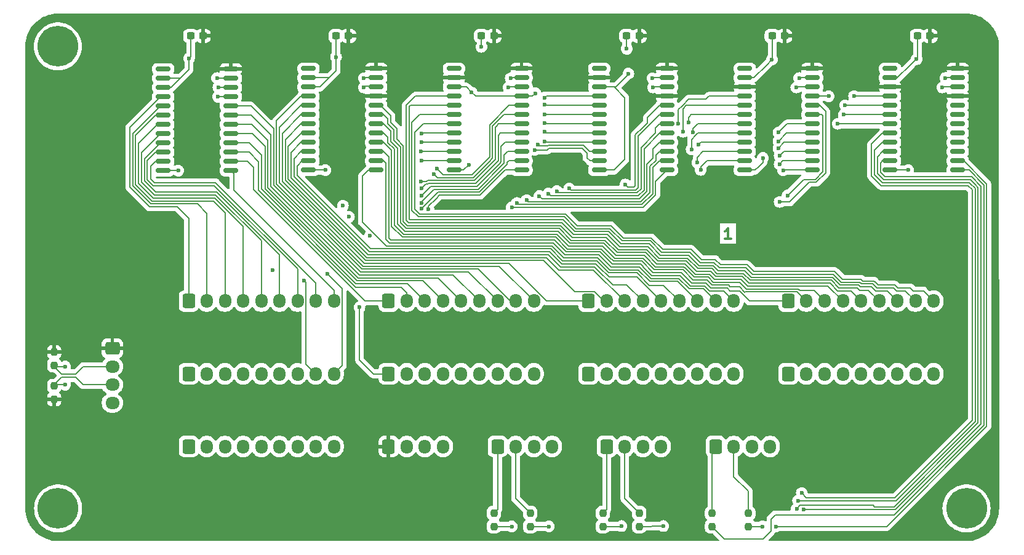
<source format=gbr>
%TF.GenerationSoftware,KiCad,Pcbnew,8.0.6*%
%TF.CreationDate,2024-12-01T20:32:06+01:00*%
%TF.ProjectId,puzzle1,70757a7a-6c65-4312-9e6b-696361645f70,rev?*%
%TF.SameCoordinates,Original*%
%TF.FileFunction,Copper,L1,Top*%
%TF.FilePolarity,Positive*%
%FSLAX46Y46*%
G04 Gerber Fmt 4.6, Leading zero omitted, Abs format (unit mm)*
G04 Created by KiCad (PCBNEW 8.0.6) date 2024-12-01 20:32:06*
%MOMM*%
%LPD*%
G01*
G04 APERTURE LIST*
G04 Aperture macros list*
%AMRoundRect*
0 Rectangle with rounded corners*
0 $1 Rounding radius*
0 $2 $3 $4 $5 $6 $7 $8 $9 X,Y pos of 4 corners*
0 Add a 4 corners polygon primitive as box body*
4,1,4,$2,$3,$4,$5,$6,$7,$8,$9,$2,$3,0*
0 Add four circle primitives for the rounded corners*
1,1,$1+$1,$2,$3*
1,1,$1+$1,$4,$5*
1,1,$1+$1,$6,$7*
1,1,$1+$1,$8,$9*
0 Add four rect primitives between the rounded corners*
20,1,$1+$1,$2,$3,$4,$5,0*
20,1,$1+$1,$4,$5,$6,$7,0*
20,1,$1+$1,$6,$7,$8,$9,0*
20,1,$1+$1,$8,$9,$2,$3,0*%
G04 Aperture macros list end*
%ADD10C,0.300000*%
%TA.AperFunction,NonConductor*%
%ADD11C,0.300000*%
%TD*%
%TA.AperFunction,SMDPad,CuDef*%
%ADD12RoundRect,0.237500X0.237500X-0.250000X0.237500X0.250000X-0.237500X0.250000X-0.237500X-0.250000X0*%
%TD*%
%TA.AperFunction,ComponentPad*%
%ADD13C,5.600000*%
%TD*%
%TA.AperFunction,ComponentPad*%
%ADD14RoundRect,0.250000X-0.600000X-0.725000X0.600000X-0.725000X0.600000X0.725000X-0.600000X0.725000X0*%
%TD*%
%TA.AperFunction,ComponentPad*%
%ADD15O,1.700000X1.950000*%
%TD*%
%TA.AperFunction,SMDPad,CuDef*%
%ADD16RoundRect,0.150000X-0.875000X-0.150000X0.875000X-0.150000X0.875000X0.150000X-0.875000X0.150000X0*%
%TD*%
%TA.AperFunction,SMDPad,CuDef*%
%ADD17RoundRect,0.237500X-0.237500X0.250000X-0.237500X-0.250000X0.237500X-0.250000X0.237500X0.250000X0*%
%TD*%
%TA.AperFunction,SMDPad,CuDef*%
%ADD18RoundRect,0.237500X0.300000X0.237500X-0.300000X0.237500X-0.300000X-0.237500X0.300000X-0.237500X0*%
%TD*%
%TA.AperFunction,ComponentPad*%
%ADD19RoundRect,0.250000X-0.725000X0.600000X-0.725000X-0.600000X0.725000X-0.600000X0.725000X0.600000X0*%
%TD*%
%TA.AperFunction,ComponentPad*%
%ADD20O,1.950000X1.700000*%
%TD*%
%TA.AperFunction,ViaPad*%
%ADD21C,0.600000*%
%TD*%
%TA.AperFunction,Conductor*%
%ADD22C,0.200000*%
%TD*%
G04 APERTURE END LIST*
D10*
D11*
X122640225Y-84450828D02*
X121783082Y-84450828D01*
X122211653Y-84450828D02*
X122211653Y-82950828D01*
X122211653Y-82950828D02*
X122068796Y-83165114D01*
X122068796Y-83165114D02*
X121925939Y-83307971D01*
X121925939Y-83307971D02*
X121783082Y-83379400D01*
D12*
%TO.P,R1,1*%
%TO.N,VCC*%
X29500000Y-106500000D03*
%TO.P,R1,2*%
%TO.N,/SDA*%
X29500000Y-104675000D03*
%TD*%
D13*
%TO.P,H2,1,1*%
%TO.N,GND*%
X30035534Y-121514466D03*
%TD*%
D14*
%TO.P,Row8,1,Pin_1*%
%TO.N,/Connectors/GPIO_64*%
X130500000Y-103000000D03*
D15*
%TO.P,Row8,2,Pin_2*%
%TO.N,/Connectors/GPIO_65*%
X133000000Y-103000000D03*
%TO.P,Row8,3,Pin_3*%
%TO.N,/Connectors/GPIO_66*%
X135500000Y-103000000D03*
%TO.P,Row8,4,Pin_4*%
%TO.N,/Connectors/GPIO_67*%
X138000000Y-103000000D03*
%TO.P,Row8,5,Pin_5*%
%TO.N,/Connectors/GPIO_68*%
X140500000Y-103000000D03*
%TO.P,Row8,6,Pin_6*%
%TO.N,/Connectors/GPIO_69*%
X143000000Y-103000000D03*
%TO.P,Row8,7,Pin_7*%
%TO.N,/Connectors/GPIO_70*%
X145500000Y-103000000D03*
%TO.P,Row8,8,Pin_8*%
%TO.N,/Connectors/GPIO_71*%
X148000000Y-103000000D03*
%TO.P,Row8,9,Pin_9*%
%TO.N,/Connectors/GPIO_72*%
X150500000Y-103000000D03*
%TD*%
D14*
%TO.P,Row9,1,Pin_1*%
%TO.N,/Connectors/GPIO_73*%
X48000000Y-113000000D03*
D15*
%TO.P,Row9,2,Pin_2*%
%TO.N,/Connectors/GPIO_74*%
X50500000Y-113000000D03*
%TO.P,Row9,3,Pin_3*%
%TO.N,/Connectors/GPIO_75*%
X53000000Y-113000000D03*
%TO.P,Row9,4,Pin_4*%
%TO.N,/Connectors/GPIO_76*%
X55500000Y-113000000D03*
%TO.P,Row9,5,Pin_5*%
%TO.N,/Connectors/GPIO_77*%
X58000000Y-113000000D03*
%TO.P,Row9,6,Pin_6*%
%TO.N,/Connectors/GPIO_78*%
X60500000Y-113000000D03*
%TO.P,Row9,7,Pin_7*%
%TO.N,/Connectors/GPIO_79*%
X63000000Y-113000000D03*
%TO.P,Row9,8,Pin_8*%
%TO.N,/Connectors/GPIO_80*%
X65500000Y-113000000D03*
%TO.P,Row9,9,Pin_9*%
%TO.N,/Connectors/GPIO_81*%
X68000000Y-113000000D03*
%TD*%
D14*
%TO.P,LED2,1,Pin_1*%
%TO.N,Net-(J13-Pin_1)*%
X105500000Y-113000000D03*
D15*
%TO.P,LED2,2,Pin_2*%
%TO.N,Net-(J13-Pin_2)*%
X108000000Y-113000000D03*
%TO.P,LED2,3,Pin_3*%
%TO.N,GND*%
X110500000Y-113000000D03*
%TO.P,LED2,4,Pin_4*%
X113000000Y-113000000D03*
%TD*%
D16*
%TO.P,U4,1,~{INT}*%
%TO.N,unconnected-(U4-~{INT}-Pad1)*%
X104500000Y-61000000D03*
%TO.P,U4,2,A1*%
%TO.N,VCC*%
X104500000Y-62270000D03*
%TO.P,U4,3,A2*%
%TO.N,GND*%
X104500000Y-63540000D03*
%TO.P,U4,4,IO0_0*%
%TO.N,/Connectors/GPIO_49*%
X104500000Y-64810000D03*
%TO.P,U4,5,IO0_1*%
%TO.N,/Connectors/GPIO_50*%
X104500000Y-66080000D03*
%TO.P,U4,6,IO0_2*%
%TO.N,/Connectors/GPIO_51*%
X104500000Y-67350000D03*
%TO.P,U4,7,IO0_3*%
%TO.N,/Connectors/GPIO_52*%
X104500000Y-68620000D03*
%TO.P,U4,8,IO0_4*%
%TO.N,/Connectors/GPIO_53*%
X104500000Y-69890000D03*
%TO.P,U4,9,IO0_5*%
%TO.N,/Connectors/GPIO_54*%
X104500000Y-71160000D03*
%TO.P,U4,10,IO0_6*%
%TO.N,/Connectors/GPIO_55*%
X104500000Y-72430000D03*
%TO.P,U4,11,IO0_7*%
%TO.N,/Connectors/GPIO_56*%
X104500000Y-73700000D03*
%TO.P,U4,12,VSS*%
%TO.N,GND*%
X104500000Y-74970000D03*
%TO.P,U4,13,IO1_0*%
%TO.N,/Connectors/GPIO_57*%
X113800000Y-74970000D03*
%TO.P,U4,14,IO1_1*%
%TO.N,/Connectors/GPIO_58*%
X113800000Y-73700000D03*
%TO.P,U4,15,IO1_2*%
%TO.N,/Connectors/GPIO_59*%
X113800000Y-72430000D03*
%TO.P,U4,16,IO1_3*%
%TO.N,/Connectors/GPIO_60*%
X113800000Y-71160000D03*
%TO.P,U4,17,IO1_4*%
%TO.N,/Connectors/GPIO_61*%
X113800000Y-69890000D03*
%TO.P,U4,18,IO1_5*%
%TO.N,/Connectors/GPIO_62*%
X113800000Y-68620000D03*
%TO.P,U4,19,IO1_6*%
%TO.N,/Connectors/GPIO_63*%
X113800000Y-67350000D03*
%TO.P,U4,20,IO1_7*%
%TO.N,/Connectors/GPIO_64*%
X113800000Y-66080000D03*
%TO.P,U4,21,A0*%
%TO.N,VCC*%
X113800000Y-64810000D03*
%TO.P,U4,22,SCL*%
%TO.N,/SCL*%
X113800000Y-63540000D03*
%TO.P,U4,23,SDA*%
%TO.N,/SDA*%
X113800000Y-62270000D03*
%TO.P,U4,24,VDD*%
%TO.N,VCC*%
X113800000Y-61000000D03*
%TD*%
D14*
%TO.P,Row7,1,Pin_1*%
%TO.N,/Connectors/GPIO_55*%
X103000000Y-103000000D03*
D15*
%TO.P,Row7,2,Pin_2*%
%TO.N,/Connectors/GPIO_56*%
X105500000Y-103000000D03*
%TO.P,Row7,3,Pin_3*%
%TO.N,/Connectors/GPIO_57*%
X108000000Y-103000000D03*
%TO.P,Row7,4,Pin_4*%
%TO.N,/Connectors/GPIO_58*%
X110500000Y-103000000D03*
%TO.P,Row7,5,Pin_5*%
%TO.N,/Connectors/GPIO_59*%
X113000000Y-103000000D03*
%TO.P,Row7,6,Pin_6*%
%TO.N,/Connectors/GPIO_60*%
X115500000Y-103000000D03*
%TO.P,Row7,7,Pin_7*%
%TO.N,/Connectors/GPIO_61*%
X118000000Y-103000000D03*
%TO.P,Row7,8,Pin_8*%
%TO.N,/Connectors/GPIO_62*%
X120500000Y-103000000D03*
%TO.P,Row7,9,Pin_9*%
%TO.N,/Connectors/GPIO_63*%
X123000000Y-103000000D03*
%TD*%
D17*
%TO.P,R2,1*%
%TO.N,VCC*%
X29500000Y-100000000D03*
%TO.P,R2,2*%
%TO.N,/SCL*%
X29500000Y-101825000D03*
%TD*%
D18*
%TO.P,C2,1*%
%TO.N,VCC*%
X70000000Y-56500000D03*
%TO.P,C2,2*%
%TO.N,GND*%
X68275000Y-56500000D03*
%TD*%
D17*
%TO.P,R7,1*%
%TO.N,Net-(J14-Pin_1)*%
X120000000Y-122175000D03*
%TO.P,R7,2*%
%TO.N,/Connectors/GPIO_89*%
X120000000Y-124000000D03*
%TD*%
D16*
%TO.P,U1,1,~{INT}*%
%TO.N,unconnected-(U1-~{INT}-Pad1)*%
X44500000Y-61070000D03*
%TO.P,U1,2,A1*%
%TO.N,GND*%
X44500000Y-62340000D03*
%TO.P,U1,3,A2*%
X44500000Y-63610000D03*
%TO.P,U1,4,IO0_0*%
%TO.N,/Connectors/GPIO_1*%
X44500000Y-64880000D03*
%TO.P,U1,5,IO0_1*%
%TO.N,/Connectors/GPIO_2*%
X44500000Y-66150000D03*
%TO.P,U1,6,IO0_2*%
%TO.N,/Connectors/GPIO_3*%
X44500000Y-67420000D03*
%TO.P,U1,7,IO0_3*%
%TO.N,/Connectors/GPIO_4*%
X44500000Y-68690000D03*
%TO.P,U1,8,IO0_4*%
%TO.N,/Connectors/GPIO_5*%
X44500000Y-69960000D03*
%TO.P,U1,9,IO0_5*%
%TO.N,/Connectors/GPIO_6*%
X44500000Y-71230000D03*
%TO.P,U1,10,IO0_6*%
%TO.N,/Connectors/GPIO_7*%
X44500000Y-72500000D03*
%TO.P,U1,11,IO0_7*%
%TO.N,/Connectors/GPIO_8*%
X44500000Y-73770000D03*
%TO.P,U1,12,VSS*%
%TO.N,GND*%
X44500000Y-75040000D03*
%TO.P,U1,13,IO1_0*%
%TO.N,/Connectors/GPIO_9*%
X53800000Y-75040000D03*
%TO.P,U1,14,IO1_1*%
%TO.N,/Connectors/GPIO_10*%
X53800000Y-73770000D03*
%TO.P,U1,15,IO1_2*%
%TO.N,/Connectors/GPIO_11*%
X53800000Y-72500000D03*
%TO.P,U1,16,IO1_3*%
%TO.N,/Connectors/GPIO_12*%
X53800000Y-71230000D03*
%TO.P,U1,17,IO1_4*%
%TO.N,/Connectors/GPIO_13*%
X53800000Y-69960000D03*
%TO.P,U1,18,IO1_5*%
%TO.N,/Connectors/GPIO_14*%
X53800000Y-68690000D03*
%TO.P,U1,19,IO1_6*%
%TO.N,/Connectors/GPIO_15*%
X53800000Y-67420000D03*
%TO.P,U1,20,IO1_7*%
%TO.N,/Connectors/GPIO_16*%
X53800000Y-66150000D03*
%TO.P,U1,21,A0*%
%TO.N,GND*%
X53800000Y-64880000D03*
%TO.P,U1,22,SCL*%
%TO.N,/SCL*%
X53800000Y-63610000D03*
%TO.P,U1,23,SDA*%
%TO.N,/SDA*%
X53800000Y-62340000D03*
%TO.P,U1,24,VDD*%
%TO.N,VCC*%
X53800000Y-61070000D03*
%TD*%
D14*
%TO.P,Row4,1,Pin_1*%
%TO.N,/Connectors/GPIO_28*%
X130500000Y-93000000D03*
D15*
%TO.P,Row4,2,Pin_2*%
%TO.N,/Connectors/GPIO_29*%
X133000000Y-93000000D03*
%TO.P,Row4,3,Pin_3*%
%TO.N,/Connectors/GPIO_30*%
X135500000Y-93000000D03*
%TO.P,Row4,4,Pin_4*%
%TO.N,/Connectors/GPIO_31*%
X138000000Y-93000000D03*
%TO.P,Row4,5,Pin_5*%
%TO.N,/Connectors/GPIO_32*%
X140500000Y-93000000D03*
%TO.P,Row4,6,Pin_6*%
%TO.N,/Connectors/GPIO_33*%
X143000000Y-93000000D03*
%TO.P,Row4,7,Pin_7*%
%TO.N,/Connectors/GPIO_34*%
X145500000Y-93000000D03*
%TO.P,Row4,8,Pin_8*%
%TO.N,/Connectors/GPIO_35*%
X148000000Y-93000000D03*
%TO.P,Row4,9,Pin_9*%
%TO.N,/Connectors/GPIO_36*%
X150500000Y-93000000D03*
%TD*%
D13*
%TO.P,H1,1,1*%
%TO.N,GND*%
X155014466Y-121514466D03*
%TD*%
D14*
%TO.P,Row3,1,Pin_1*%
%TO.N,/Connectors/GPIO_19*%
X103000000Y-93000000D03*
D15*
%TO.P,Row3,2,Pin_2*%
%TO.N,/Connectors/GPIO_20*%
X105500000Y-93000000D03*
%TO.P,Row3,3,Pin_3*%
%TO.N,/Connectors/GPIO_21*%
X108000000Y-93000000D03*
%TO.P,Row3,4,Pin_4*%
%TO.N,/Connectors/GPIO_22*%
X110500000Y-93000000D03*
%TO.P,Row3,5,Pin_5*%
%TO.N,/Connectors/GPIO_23*%
X113000000Y-93000000D03*
%TO.P,Row3,6,Pin_6*%
%TO.N,/Connectors/GPIO_24*%
X115500000Y-93000000D03*
%TO.P,Row3,7,Pin_7*%
%TO.N,/Connectors/GPIO_25*%
X118000000Y-93000000D03*
%TO.P,Row3,8,Pin_8*%
%TO.N,/Connectors/GPIO_26*%
X120500000Y-93000000D03*
%TO.P,Row3,9,Pin_9*%
%TO.N,/Connectors/GPIO_27*%
X123000000Y-93000000D03*
%TD*%
D16*
%TO.P,U5,1,~{INT}*%
%TO.N,unconnected-(U5-~{INT}-Pad1)*%
X124500000Y-61000000D03*
%TO.P,U5,2,A1*%
%TO.N,GND*%
X124500000Y-62270000D03*
%TO.P,U5,3,A2*%
%TO.N,VCC*%
X124500000Y-63540000D03*
%TO.P,U5,4,IO0_0*%
%TO.N,/Connectors/GPIO_65*%
X124500000Y-64810000D03*
%TO.P,U5,5,IO0_1*%
%TO.N,/Connectors/GPIO_66*%
X124500000Y-66080000D03*
%TO.P,U5,6,IO0_2*%
%TO.N,/Connectors/GPIO_67*%
X124500000Y-67350000D03*
%TO.P,U5,7,IO0_3*%
%TO.N,/Connectors/GPIO_68*%
X124500000Y-68620000D03*
%TO.P,U5,8,IO0_4*%
%TO.N,/Connectors/GPIO_69*%
X124500000Y-69890000D03*
%TO.P,U5,9,IO0_5*%
%TO.N,/Connectors/GPIO_70*%
X124500000Y-71160000D03*
%TO.P,U5,10,IO0_6*%
%TO.N,/Connectors/GPIO_71*%
X124500000Y-72430000D03*
%TO.P,U5,11,IO0_7*%
%TO.N,/Connectors/GPIO_72*%
X124500000Y-73700000D03*
%TO.P,U5,12,VSS*%
%TO.N,GND*%
X124500000Y-74970000D03*
%TO.P,U5,13,IO1_0*%
%TO.N,/Connectors/GPIO_73*%
X133800000Y-74970000D03*
%TO.P,U5,14,IO1_1*%
%TO.N,/Connectors/GPIO_74*%
X133800000Y-73700000D03*
%TO.P,U5,15,IO1_2*%
%TO.N,/Connectors/GPIO_75*%
X133800000Y-72430000D03*
%TO.P,U5,16,IO1_3*%
%TO.N,/Connectors/GPIO_76*%
X133800000Y-71160000D03*
%TO.P,U5,17,IO1_4*%
%TO.N,/Connectors/GPIO_77*%
X133800000Y-69890000D03*
%TO.P,U5,18,IO1_5*%
%TO.N,/Connectors/GPIO_78*%
X133800000Y-68620000D03*
%TO.P,U5,19,IO1_6*%
%TO.N,/Connectors/GPIO_79*%
X133800000Y-67350000D03*
%TO.P,U5,20,IO1_7*%
%TO.N,/Connectors/GPIO_80*%
X133800000Y-66080000D03*
%TO.P,U5,21,A0*%
%TO.N,GND*%
X133800000Y-64810000D03*
%TO.P,U5,22,SCL*%
%TO.N,/SCL*%
X133800000Y-63540000D03*
%TO.P,U5,23,SDA*%
%TO.N,/SDA*%
X133800000Y-62270000D03*
%TO.P,U5,24,VDD*%
%TO.N,VCC*%
X133800000Y-61000000D03*
%TD*%
D14*
%TO.P,WireTriggers,1,Pin_1*%
%TO.N,VCC*%
X75500000Y-113000000D03*
D15*
%TO.P,WireTriggers,2,Pin_2*%
%TO.N,/Connectors/GPIO_82*%
X78000000Y-113000000D03*
%TO.P,WireTriggers,3,Pin_3*%
%TO.N,/Connectors/GPIO_83*%
X80500000Y-113000000D03*
%TO.P,WireTriggers,4,Pin_4*%
%TO.N,/Connectors/GPIO_84*%
X83000000Y-113000000D03*
%TD*%
D16*
%TO.P,U2,1,~{INT}*%
%TO.N,unconnected-(U2-~{INT}-Pad1)*%
X64500000Y-61000000D03*
%TO.P,U2,2,A1*%
%TO.N,GND*%
X64500000Y-62270000D03*
%TO.P,U2,3,A2*%
X64500000Y-63540000D03*
%TO.P,U2,4,IO0_0*%
%TO.N,/Connectors/GPIO_17*%
X64500000Y-64810000D03*
%TO.P,U2,5,IO0_1*%
%TO.N,/Connectors/GPIO_18*%
X64500000Y-66080000D03*
%TO.P,U2,6,IO0_2*%
%TO.N,/Connectors/GPIO_19*%
X64500000Y-67350000D03*
%TO.P,U2,7,IO0_3*%
%TO.N,/Connectors/GPIO_20*%
X64500000Y-68620000D03*
%TO.P,U2,8,IO0_4*%
%TO.N,/Connectors/GPIO_21*%
X64500000Y-69890000D03*
%TO.P,U2,9,IO0_5*%
%TO.N,/Connectors/GPIO_22*%
X64500000Y-71160000D03*
%TO.P,U2,10,IO0_6*%
%TO.N,/Connectors/GPIO_23*%
X64500000Y-72430000D03*
%TO.P,U2,11,IO0_7*%
%TO.N,/Connectors/GPIO_24*%
X64500000Y-73700000D03*
%TO.P,U2,12,VSS*%
%TO.N,GND*%
X64500000Y-74970000D03*
%TO.P,U2,13,IO1_0*%
%TO.N,/Connectors/GPIO_25*%
X73800000Y-74970000D03*
%TO.P,U2,14,IO1_1*%
%TO.N,/Connectors/GPIO_26*%
X73800000Y-73700000D03*
%TO.P,U2,15,IO1_2*%
%TO.N,/Connectors/GPIO_27*%
X73800000Y-72430000D03*
%TO.P,U2,16,IO1_3*%
%TO.N,/Connectors/GPIO_28*%
X73800000Y-71160000D03*
%TO.P,U2,17,IO1_4*%
%TO.N,/Connectors/GPIO_29*%
X73800000Y-69890000D03*
%TO.P,U2,18,IO1_5*%
%TO.N,/Connectors/GPIO_30*%
X73800000Y-68620000D03*
%TO.P,U2,19,IO1_6*%
%TO.N,/Connectors/GPIO_31*%
X73800000Y-67350000D03*
%TO.P,U2,20,IO1_7*%
%TO.N,/Connectors/GPIO_32*%
X73800000Y-66080000D03*
%TO.P,U2,21,A0*%
%TO.N,VCC*%
X73800000Y-64810000D03*
%TO.P,U2,22,SCL*%
%TO.N,/SCL*%
X73800000Y-63540000D03*
%TO.P,U2,23,SDA*%
%TO.N,/SDA*%
X73800000Y-62270000D03*
%TO.P,U2,24,VDD*%
%TO.N,VCC*%
X73800000Y-61000000D03*
%TD*%
D14*
%TO.P,LED1,1,Pin_1*%
%TO.N,Net-(J12-Pin_1)*%
X90500000Y-113000000D03*
D15*
%TO.P,LED1,2,Pin_2*%
%TO.N,Net-(J12-Pin_2)*%
X93000000Y-113000000D03*
%TO.P,LED1,3,Pin_3*%
%TO.N,GND*%
X95500000Y-113000000D03*
%TO.P,LED1,4,Pin_4*%
X98000000Y-113000000D03*
%TD*%
D18*
%TO.P,C1,1*%
%TO.N,VCC*%
X50000000Y-56500000D03*
%TO.P,C1,2*%
%TO.N,GND*%
X48275000Y-56500000D03*
%TD*%
D14*
%TO.P,Row1,1,Pin_1*%
%TO.N,/Connectors/GPIO_1*%
X48000000Y-93000000D03*
D15*
%TO.P,Row1,2,Pin_2*%
%TO.N,/Connectors/GPIO_2*%
X50500000Y-93000000D03*
%TO.P,Row1,3,Pin_3*%
%TO.N,/Connectors/GPIO_3*%
X53000000Y-93000000D03*
%TO.P,Row1,4,Pin_4*%
%TO.N,/Connectors/GPIO_4*%
X55500000Y-93000000D03*
%TO.P,Row1,5,Pin_5*%
%TO.N,/Connectors/GPIO_5*%
X58000000Y-93000000D03*
%TO.P,Row1,6,Pin_6*%
%TO.N,/Connectors/GPIO_6*%
X60500000Y-93000000D03*
%TO.P,Row1,7,Pin_7*%
%TO.N,/Connectors/GPIO_7*%
X63000000Y-93000000D03*
%TO.P,Row1,8,Pin_8*%
%TO.N,/Connectors/GPIO_8*%
X65500000Y-93000000D03*
%TO.P,Row1,9,Pin_9*%
%TO.N,/Connectors/GPIO_9*%
X68000000Y-93000000D03*
%TD*%
D12*
%TO.P,R6,1*%
%TO.N,/Connectors/GPIO_88*%
X110000000Y-124000000D03*
%TO.P,R6,2*%
%TO.N,Net-(J13-Pin_2)*%
X110000000Y-122175000D03*
%TD*%
D18*
%TO.P,C6,1*%
%TO.N,VCC*%
X150000000Y-56500000D03*
%TO.P,C6,2*%
%TO.N,GND*%
X148275000Y-56500000D03*
%TD*%
%TO.P,C4,1*%
%TO.N,VCC*%
X110000000Y-56500000D03*
%TO.P,C4,2*%
%TO.N,GND*%
X108275000Y-56500000D03*
%TD*%
%TO.P,C5,1*%
%TO.N,VCC*%
X130000000Y-56500000D03*
%TO.P,C5,2*%
%TO.N,GND*%
X128275000Y-56500000D03*
%TD*%
D17*
%TO.P,R5,1*%
%TO.N,Net-(J13-Pin_1)*%
X105000000Y-122175000D03*
%TO.P,R5,2*%
%TO.N,/Connectors/GPIO_87*%
X105000000Y-124000000D03*
%TD*%
D14*
%TO.P,Row6,1,Pin_1*%
%TO.N,/Connectors/GPIO_46*%
X75500000Y-103000000D03*
D15*
%TO.P,Row6,2,Pin_2*%
%TO.N,/Connectors/GPIO_47*%
X78000000Y-103000000D03*
%TO.P,Row6,3,Pin_3*%
%TO.N,/Connectors/GPIO_48*%
X80500000Y-103000000D03*
%TO.P,Row6,4,Pin_4*%
%TO.N,/Connectors/GPIO_49*%
X83000000Y-103000000D03*
%TO.P,Row6,5,Pin_5*%
%TO.N,/Connectors/GPIO_50*%
X85500000Y-103000000D03*
%TO.P,Row6,6,Pin_6*%
%TO.N,/Connectors/GPIO_51*%
X88000000Y-103000000D03*
%TO.P,Row6,7,Pin_7*%
%TO.N,/Connectors/GPIO_52*%
X90500000Y-103000000D03*
%TO.P,Row6,8,Pin_8*%
%TO.N,/Connectors/GPIO_53*%
X93000000Y-103000000D03*
%TO.P,Row6,9,Pin_9*%
%TO.N,/Connectors/GPIO_54*%
X95500000Y-103000000D03*
%TD*%
D12*
%TO.P,R4,1*%
%TO.N,/Connectors/GPIO_86*%
X95000000Y-124000000D03*
%TO.P,R4,2*%
%TO.N,Net-(J12-Pin_2)*%
X95000000Y-122175000D03*
%TD*%
D17*
%TO.P,R3,1*%
%TO.N,Net-(J12-Pin_1)*%
X90000000Y-122175000D03*
%TO.P,R3,2*%
%TO.N,/Connectors/GPIO_85*%
X90000000Y-124000000D03*
%TD*%
D12*
%TO.P,R8,1*%
%TO.N,/Connectors/GPIO_90*%
X125000000Y-124000000D03*
%TO.P,R8,2*%
%TO.N,Net-(J14-Pin_2)*%
X125000000Y-122175000D03*
%TD*%
D18*
%TO.P,C3,1*%
%TO.N,VCC*%
X90000000Y-56500000D03*
%TO.P,C3,2*%
%TO.N,GND*%
X88275000Y-56500000D03*
%TD*%
D16*
%TO.P,U3,1,~{INT}*%
%TO.N,unconnected-(U3-~{INT}-Pad1)*%
X84500000Y-61000000D03*
%TO.P,U3,2,A1*%
%TO.N,VCC*%
X84500000Y-62270000D03*
%TO.P,U3,3,A2*%
%TO.N,GND*%
X84500000Y-63540000D03*
%TO.P,U3,4,IO0_0*%
%TO.N,/Connectors/GPIO_33*%
X84500000Y-64810000D03*
%TO.P,U3,5,IO0_1*%
%TO.N,/Connectors/GPIO_34*%
X84500000Y-66080000D03*
%TO.P,U3,6,IO0_2*%
%TO.N,/Connectors/GPIO_35*%
X84500000Y-67350000D03*
%TO.P,U3,7,IO0_3*%
%TO.N,/Connectors/GPIO_36*%
X84500000Y-68620000D03*
%TO.P,U3,8,IO0_4*%
%TO.N,/Connectors/GPIO_37*%
X84500000Y-69890000D03*
%TO.P,U3,9,IO0_5*%
%TO.N,/Connectors/GPIO_38*%
X84500000Y-71160000D03*
%TO.P,U3,10,IO0_6*%
%TO.N,/Connectors/GPIO_39*%
X84500000Y-72430000D03*
%TO.P,U3,11,IO0_7*%
%TO.N,/Connectors/GPIO_40*%
X84500000Y-73700000D03*
%TO.P,U3,12,VSS*%
%TO.N,GND*%
X84500000Y-74970000D03*
%TO.P,U3,13,IO1_0*%
%TO.N,/Connectors/GPIO_41*%
X93800000Y-74970000D03*
%TO.P,U3,14,IO1_1*%
%TO.N,/Connectors/GPIO_42*%
X93800000Y-73700000D03*
%TO.P,U3,15,IO1_2*%
%TO.N,/Connectors/GPIO_43*%
X93800000Y-72430000D03*
%TO.P,U3,16,IO1_3*%
%TO.N,/Connectors/GPIO_44*%
X93800000Y-71160000D03*
%TO.P,U3,17,IO1_4*%
%TO.N,/Connectors/GPIO_45*%
X93800000Y-69890000D03*
%TO.P,U3,18,IO1_5*%
%TO.N,/Connectors/GPIO_46*%
X93800000Y-68620000D03*
%TO.P,U3,19,IO1_6*%
%TO.N,/Connectors/GPIO_47*%
X93800000Y-67350000D03*
%TO.P,U3,20,IO1_7*%
%TO.N,/Connectors/GPIO_48*%
X93800000Y-66080000D03*
%TO.P,U3,21,A0*%
%TO.N,GND*%
X93800000Y-64810000D03*
%TO.P,U3,22,SCL*%
%TO.N,/SCL*%
X93800000Y-63540000D03*
%TO.P,U3,23,SDA*%
%TO.N,/SDA*%
X93800000Y-62270000D03*
%TO.P,U3,24,VDD*%
%TO.N,VCC*%
X93800000Y-61000000D03*
%TD*%
D13*
%TO.P,H3,1,1*%
%TO.N,GND*%
X30000000Y-57950000D03*
%TD*%
D14*
%TO.P,Row2,1,Pin_1*%
%TO.N,/Connectors/GPIO_10*%
X75500000Y-93000000D03*
D15*
%TO.P,Row2,2,Pin_2*%
%TO.N,/Connectors/GPIO_11*%
X78000000Y-93000000D03*
%TO.P,Row2,3,Pin_3*%
%TO.N,/Connectors/GPIO_12*%
X80500000Y-93000000D03*
%TO.P,Row2,4,Pin_4*%
%TO.N,/Connectors/GPIO_13*%
X83000000Y-93000000D03*
%TO.P,Row2,5,Pin_5*%
%TO.N,/Connectors/GPIO_14*%
X85500000Y-93000000D03*
%TO.P,Row2,6,Pin_6*%
%TO.N,/Connectors/GPIO_15*%
X88000000Y-93000000D03*
%TO.P,Row2,7,Pin_7*%
%TO.N,/Connectors/GPIO_16*%
X90500000Y-93000000D03*
%TO.P,Row2,8,Pin_8*%
%TO.N,/Connectors/GPIO_17*%
X93000000Y-93000000D03*
%TO.P,Row2,9,Pin_9*%
%TO.N,/Connectors/GPIO_18*%
X95500000Y-93000000D03*
%TD*%
D14*
%TO.P,Row5,1,Pin_1*%
%TO.N,/Connectors/GPIO_37*%
X48000000Y-103000000D03*
D15*
%TO.P,Row5,2,Pin_2*%
%TO.N,/Connectors/GPIO_38*%
X50500000Y-103000000D03*
%TO.P,Row5,3,Pin_3*%
%TO.N,/Connectors/GPIO_39*%
X53000000Y-103000000D03*
%TO.P,Row5,4,Pin_4*%
%TO.N,/Connectors/GPIO_40*%
X55500000Y-103000000D03*
%TO.P,Row5,5,Pin_5*%
%TO.N,/Connectors/GPIO_41*%
X58000000Y-103000000D03*
%TO.P,Row5,6,Pin_6*%
%TO.N,/Connectors/GPIO_42*%
X60500000Y-103000000D03*
%TO.P,Row5,7,Pin_7*%
%TO.N,/Connectors/GPIO_43*%
X63000000Y-103000000D03*
%TO.P,Row5,8,Pin_8*%
%TO.N,/Connectors/GPIO_44*%
X65500000Y-103000000D03*
%TO.P,Row5,9,Pin_9*%
%TO.N,/Connectors/GPIO_45*%
X68000000Y-103000000D03*
%TD*%
D14*
%TO.P,LED3,1,Pin_1*%
%TO.N,Net-(J14-Pin_1)*%
X120500000Y-113000000D03*
D15*
%TO.P,LED3,2,Pin_2*%
%TO.N,Net-(J14-Pin_2)*%
X123000000Y-113000000D03*
%TO.P,LED3,3,Pin_3*%
%TO.N,GND*%
X125500000Y-113000000D03*
%TO.P,LED3,4,Pin_4*%
X128000000Y-113000000D03*
%TD*%
D19*
%TO.P,Input,1,Pin_1*%
%TO.N,VCC*%
X37500000Y-99500000D03*
D20*
%TO.P,Input,2,Pin_2*%
%TO.N,/SCL*%
X37500000Y-102000000D03*
%TO.P,Input,3,Pin_3*%
%TO.N,/SDA*%
X37500000Y-104500000D03*
%TO.P,Input,4,Pin_4*%
%TO.N,GND*%
X37500000Y-107000000D03*
%TD*%
D16*
%TO.P,U6,1,~{INT}*%
%TO.N,unconnected-(U6-~{INT}-Pad1)*%
X144500000Y-61000000D03*
%TO.P,U6,2,A1*%
%TO.N,GND*%
X144500000Y-62270000D03*
%TO.P,U6,3,A2*%
%TO.N,VCC*%
X144500000Y-63540000D03*
%TO.P,U6,4,IO0_0*%
%TO.N,/Connectors/GPIO_81*%
X144500000Y-64810000D03*
%TO.P,U6,5,IO0_1*%
%TO.N,/Connectors/GPIO_82*%
X144500000Y-66080000D03*
%TO.P,U6,6,IO0_2*%
%TO.N,/Connectors/GPIO_83*%
X144500000Y-67350000D03*
%TO.P,U6,7,IO0_3*%
%TO.N,/Connectors/GPIO_84*%
X144500000Y-68620000D03*
%TO.P,U6,8,IO0_4*%
%TO.N,/Connectors/GPIO_85*%
X144500000Y-69890000D03*
%TO.P,U6,9,IO0_5*%
%TO.N,/Connectors/GPIO_86*%
X144500000Y-71160000D03*
%TO.P,U6,10,IO0_6*%
%TO.N,/Connectors/GPIO_87*%
X144500000Y-72430000D03*
%TO.P,U6,11,IO0_7*%
%TO.N,/Connectors/GPIO_88*%
X144500000Y-73700000D03*
%TO.P,U6,12,VSS*%
%TO.N,GND*%
X144500000Y-74970000D03*
%TO.P,U6,13,IO1_0*%
%TO.N,/Connectors/GPIO_89*%
X153800000Y-74970000D03*
%TO.P,U6,14,IO1_1*%
%TO.N,/Connectors/GPIO_90*%
X153800000Y-73700000D03*
%TO.P,U6,15,IO1_2*%
%TO.N,/Connectors/GPIO_91*%
X153800000Y-72430000D03*
%TO.P,U6,16,IO1_3*%
%TO.N,/Connectors/GPIO_92*%
X153800000Y-71160000D03*
%TO.P,U6,17,IO1_4*%
%TO.N,/Connectors/GPIO_93*%
X153800000Y-69890000D03*
%TO.P,U6,18,IO1_5*%
%TO.N,/Connectors/GPIO_94*%
X153800000Y-68620000D03*
%TO.P,U6,19,IO1_6*%
%TO.N,/Connectors/GPIO_95*%
X153800000Y-67350000D03*
%TO.P,U6,20,IO1_7*%
%TO.N,/Connectors/GPIO_96*%
X153800000Y-66080000D03*
%TO.P,U6,21,A0*%
%TO.N,VCC*%
X153800000Y-64810000D03*
%TO.P,U6,22,SCL*%
%TO.N,/SCL*%
X153800000Y-63540000D03*
%TO.P,U6,23,SDA*%
%TO.N,/SDA*%
X153800000Y-62270000D03*
%TO.P,U6,24,VDD*%
%TO.N,VCC*%
X153800000Y-61000000D03*
%TD*%
D21*
%TO.N,/SCL*%
X92000000Y-63600000D03*
X131600000Y-63600000D03*
X72100000Y-63600000D03*
X111900000Y-63600000D03*
X151700000Y-63600000D03*
X52100000Y-63600000D03*
X31000000Y-102000000D03*
%TO.N,/SDA*%
X132000000Y-62300000D03*
X51900000Y-62300000D03*
X92300000Y-62325000D03*
X31000000Y-104500000D03*
X111800000Y-62325000D03*
X72100000Y-62325000D03*
X152100000Y-62300000D03*
%TO.N,GND*%
X148150000Y-59700000D03*
X108275000Y-58275000D03*
X147000000Y-74970000D03*
X136050000Y-64800000D03*
X86925000Y-64275000D03*
X88275000Y-58000000D03*
X46560000Y-75040000D03*
X108500000Y-61700000D03*
X127000000Y-73300000D03*
X48050000Y-59600000D03*
X52050000Y-64880000D03*
X128250000Y-59750000D03*
X95700000Y-64400000D03*
X86550000Y-74250000D03*
X68275000Y-59400000D03*
X66800000Y-74970000D03*
%TO.N,/Connectors/GPIO_39*%
X79970000Y-72430000D03*
%TO.N,/Connectors/GPIO_44*%
X63850000Y-90150000D03*
X80000000Y-78500000D03*
%TO.N,/Connectors/GPIO_40*%
X80000000Y-73700000D03*
%TO.N,/Connectors/GPIO_45*%
X69219001Y-79859500D03*
X80000000Y-77500000D03*
X67050000Y-89200000D03*
%TO.N,/Connectors/GPIO_38*%
X80000000Y-71160000D03*
%TO.N,/Connectors/GPIO_41*%
X81000000Y-80350000D03*
%TO.N,/Connectors/GPIO_43*%
X72950000Y-84000000D03*
X80000000Y-79500000D03*
%TO.N,/Connectors/GPIO_37*%
X80000000Y-69900000D03*
%TO.N,/Connectors/GPIO_42*%
X80049264Y-80299264D03*
X59550000Y-88750000D03*
%TO.N,/Connectors/GPIO_53*%
X97000000Y-69700000D03*
%TO.N,/Connectors/GPIO_52*%
X97000000Y-68500000D03*
%TO.N,/Connectors/GPIO_54*%
X97000000Y-71000000D03*
%TO.N,/Connectors/GPIO_46*%
X71500000Y-93850000D03*
X70050000Y-81400000D03*
X79950000Y-76500000D03*
%TO.N,/Connectors/GPIO_47*%
X81750000Y-75550000D03*
%TO.N,/Connectors/GPIO_50*%
X97000000Y-66000000D03*
%TO.N,/Connectors/GPIO_51*%
X97000000Y-67350000D03*
%TO.N,/Connectors/GPIO_48*%
X82200000Y-74800000D03*
%TO.N,/Connectors/GPIO_49*%
X97000000Y-65000000D03*
%TO.N,/Connectors/GPIO_60*%
X96250000Y-78550000D03*
%TO.N,/Connectors/GPIO_56*%
X95650000Y-72200000D03*
%TO.N,/Connectors/GPIO_55*%
X96050000Y-71500000D03*
%TO.N,/Connectors/GPIO_59*%
X94500000Y-79100000D03*
%TO.N,/Connectors/GPIO_62*%
X98674264Y-77874264D03*
%TO.N,/Connectors/GPIO_63*%
X100366022Y-77479656D03*
%TO.N,/Connectors/GPIO_58*%
X93150000Y-79500000D03*
%TO.N,/Connectors/GPIO_57*%
X92450000Y-80100000D03*
%TO.N,/Connectors/GPIO_61*%
X97500000Y-78200000D03*
%TO.N,/Connectors/GPIO_67*%
X116750000Y-68400000D03*
%TO.N,/Connectors/GPIO_69*%
X117200000Y-72100000D03*
%TO.N,/Connectors/GPIO_64*%
X108100000Y-76950000D03*
%TO.N,/Connectors/GPIO_70*%
X118100000Y-71500000D03*
%TO.N,/Connectors/GPIO_72*%
X118450000Y-74950000D03*
%TO.N,/Connectors/GPIO_68*%
X117350000Y-69750000D03*
%TO.N,/Connectors/GPIO_71*%
X118000000Y-73950000D03*
%TO.N,/Connectors/GPIO_66*%
X116050000Y-69700000D03*
%TO.N,/Connectors/GPIO_65*%
X115350000Y-68600000D03*
%TO.N,/Connectors/GPIO_73*%
X129800000Y-75000000D03*
%TO.N,/Connectors/GPIO_80*%
X129300000Y-79350000D03*
%TO.N,/Connectors/GPIO_78*%
X129150000Y-69800000D03*
%TO.N,/Connectors/GPIO_74*%
X129300000Y-74150000D03*
%TO.N,/Connectors/GPIO_77*%
X129150000Y-71000000D03*
%TO.N,/Connectors/GPIO_75*%
X129300000Y-73000000D03*
%TO.N,/Connectors/GPIO_79*%
X130400000Y-78450000D03*
%TO.N,/Connectors/GPIO_76*%
X129150000Y-71950000D03*
%TO.N,/Connectors/GPIO_81*%
X139550000Y-64800000D03*
%TO.N,/Connectors/GPIO_82*%
X138324075Y-66073429D03*
%TO.N,/Connectors/GPIO_84*%
X137300000Y-68600000D03*
%TO.N,/Connectors/GPIO_83*%
X138150000Y-67350000D03*
%TO.N,/Connectors/GPIO_85*%
X132350000Y-119400000D03*
X92450000Y-124000000D03*
%TO.N,/Connectors/GPIO_86*%
X131850000Y-120450000D03*
X97550000Y-124000000D03*
%TO.N,/Connectors/GPIO_87*%
X107550000Y-123950000D03*
X131650000Y-121600000D03*
%TO.N,/Connectors/GPIO_88*%
X132650000Y-121700000D03*
X113300000Y-123950000D03*
%TO.N,/Connectors/GPIO_90*%
X128800000Y-124000000D03*
X126950000Y-124000000D03*
%TD*%
D22*
%TO.N,/SCL*%
X111960000Y-63540000D02*
X111900000Y-63600000D01*
X92060000Y-63540000D02*
X92000000Y-63600000D01*
X53800000Y-63610000D02*
X52110000Y-63610000D01*
X52110000Y-63610000D02*
X52100000Y-63600000D01*
X29500000Y-102000000D02*
X30500000Y-103000000D01*
X131660000Y-63540000D02*
X131600000Y-63600000D01*
X30500000Y-103000000D02*
X32500000Y-103000000D01*
X133800000Y-63540000D02*
X131660000Y-63540000D01*
X151760000Y-63540000D02*
X151700000Y-63600000D01*
X73800000Y-63540000D02*
X73540000Y-63540000D01*
X29500000Y-101825000D02*
X29500000Y-102000000D01*
X72300000Y-63400000D02*
X72100000Y-63600000D01*
X93800000Y-63540000D02*
X92060000Y-63540000D01*
X153800000Y-63540000D02*
X151760000Y-63540000D01*
X29675000Y-102000000D02*
X29500000Y-101825000D01*
X113800000Y-63540000D02*
X111960000Y-63540000D01*
X31000000Y-102000000D02*
X29675000Y-102000000D01*
X37325000Y-101825000D02*
X37500000Y-102000000D01*
X73400000Y-63400000D02*
X72300000Y-63400000D01*
X32500000Y-103000000D02*
X33500000Y-102000000D01*
X73540000Y-63540000D02*
X73400000Y-63400000D01*
X33500000Y-102000000D02*
X37500000Y-102000000D01*
%TO.N,/SDA*%
X111855000Y-62270000D02*
X111800000Y-62325000D01*
X73800000Y-62270000D02*
X72155000Y-62270000D01*
X51940000Y-62340000D02*
X51900000Y-62300000D01*
X29500000Y-104675000D02*
X29500000Y-104500000D01*
X30500000Y-103500000D02*
X32500000Y-103500000D01*
X32500000Y-103500000D02*
X33500000Y-104500000D01*
X31000000Y-104500000D02*
X29675000Y-104500000D01*
X72155000Y-62270000D02*
X72100000Y-62325000D01*
X37325000Y-104675000D02*
X37500000Y-104500000D01*
X113800000Y-62270000D02*
X111855000Y-62270000D01*
X92355000Y-62270000D02*
X92300000Y-62325000D01*
X132030000Y-62270000D02*
X132000000Y-62300000D01*
X152130000Y-62270000D02*
X152100000Y-62300000D01*
X29675000Y-104500000D02*
X29500000Y-104675000D01*
X133800000Y-62270000D02*
X132030000Y-62270000D01*
X29500000Y-104500000D02*
X30500000Y-103500000D01*
X33500000Y-104500000D02*
X37500000Y-104500000D01*
X153800000Y-62270000D02*
X152130000Y-62270000D01*
X93800000Y-62270000D02*
X92355000Y-62270000D01*
X53800000Y-62340000D02*
X51940000Y-62340000D01*
%TO.N,/Connectors/GPIO_5*%
X58000000Y-84697058D02*
X51718628Y-78415686D01*
X44104448Y-69960000D02*
X44500000Y-69960000D01*
X58000000Y-93000000D02*
X58000000Y-84697058D01*
X41500000Y-76631372D02*
X41500000Y-72564448D01*
X41500000Y-72564448D02*
X44104448Y-69960000D01*
X43284314Y-78415686D02*
X41500000Y-76631372D01*
X51718628Y-78415686D02*
X43284314Y-78415686D01*
%TO.N,/Connectors/GPIO_4*%
X41100000Y-71300000D02*
X43710000Y-68690000D01*
X41100000Y-76797058D02*
X41100000Y-71300000D01*
X43710000Y-68690000D02*
X44500000Y-68690000D01*
X55500000Y-93000000D02*
X55500000Y-82762744D01*
X43118628Y-78815686D02*
X41100000Y-76797058D01*
X55500000Y-82762744D02*
X51552942Y-78815686D01*
X51552942Y-78815686D02*
X43118628Y-78815686D01*
%TO.N,/Connectors/GPIO_9*%
X54200000Y-77700000D02*
X54200000Y-75440000D01*
X54200000Y-75440000D02*
X53800000Y-75040000D01*
X68000000Y-93000000D02*
X68000000Y-91500000D01*
X68000000Y-91500000D02*
X54200000Y-77700000D01*
%TO.N,/Connectors/GPIO_8*%
X65500000Y-93000000D02*
X65500000Y-90500000D01*
X65500000Y-90500000D02*
X51700000Y-76700000D01*
X42800000Y-74445001D02*
X43475001Y-73770000D01*
X43475001Y-73770000D02*
X44500000Y-73770000D01*
X43300000Y-76700000D02*
X42800000Y-76200000D01*
X42800000Y-76200000D02*
X42800000Y-74445001D01*
X51700000Y-76700000D02*
X43300000Y-76700000D01*
%TO.N,/Connectors/GPIO_3*%
X43475001Y-67420000D02*
X44500000Y-67420000D01*
X40700000Y-70195001D02*
X43475001Y-67420000D01*
X42952942Y-79215686D02*
X40700000Y-76962744D01*
X53000000Y-80828430D02*
X51387256Y-79215686D01*
X53000000Y-93000000D02*
X53000000Y-80828430D01*
X40700000Y-76962744D02*
X40700000Y-70195001D01*
X51387256Y-79215686D02*
X42952942Y-79215686D01*
%TO.N,/Connectors/GPIO_7*%
X43100000Y-77100000D02*
X42300000Y-76300000D01*
X42300000Y-73675001D02*
X43475001Y-72500000D01*
X43475001Y-72500000D02*
X44500000Y-72500000D01*
X63000000Y-88565686D02*
X51534314Y-77100000D01*
X63000000Y-93000000D02*
X63000000Y-88565686D01*
X42300000Y-76300000D02*
X42300000Y-73675001D01*
X51534314Y-77100000D02*
X43100000Y-77100000D01*
%TO.N,/Connectors/GPIO_2*%
X42787257Y-79615686D02*
X40300000Y-77128429D01*
X40300000Y-77128429D02*
X40300000Y-69954448D01*
X44104448Y-66150000D02*
X44500000Y-66150000D01*
X50500000Y-80915686D02*
X49200000Y-79615686D01*
X49200000Y-79615686D02*
X42787257Y-79615686D01*
X50500000Y-93000000D02*
X50500000Y-80915686D01*
X40300000Y-69954448D02*
X44104448Y-66150000D01*
%TO.N,/Connectors/GPIO_6*%
X51884314Y-78015686D02*
X43450000Y-78015686D01*
X41900000Y-76465686D02*
X41900000Y-73434448D01*
X43450000Y-78015686D02*
X41900000Y-76465686D01*
X60500000Y-93000000D02*
X60500000Y-86631372D01*
X41900000Y-73434448D02*
X44104448Y-71230000D01*
X44104448Y-71230000D02*
X44500000Y-71230000D01*
X60500000Y-86631372D02*
X51884314Y-78015686D01*
%TO.N,/Connectors/GPIO_1*%
X44104448Y-64880000D02*
X44500000Y-64880000D01*
X39900000Y-77294115D02*
X39900000Y-69084448D01*
X39900000Y-69084448D02*
X44104448Y-64880000D01*
X48000000Y-81615686D02*
X46400000Y-80015686D01*
X46400000Y-80015686D02*
X42621571Y-80015686D01*
X48000000Y-93000000D02*
X48000000Y-81615686D01*
X42621571Y-80015686D02*
X39900000Y-77294115D01*
%TO.N,/Connectors/GPIO_16*%
X53800000Y-66150000D02*
X56550000Y-66150000D01*
X71674512Y-89000000D02*
X86500000Y-89000000D01*
X86500000Y-89000000D02*
X90500000Y-93000000D01*
X59700000Y-69300000D02*
X59700000Y-77025488D01*
X56550000Y-66150000D02*
X59700000Y-69300000D01*
X54195552Y-66150000D02*
X53800000Y-66150000D01*
X59700000Y-77025488D02*
X71674512Y-89000000D01*
%TO.N,/Connectors/GPIO_15*%
X59300000Y-70100000D02*
X56620000Y-67420000D01*
X56620000Y-67420000D02*
X53800000Y-67420000D01*
X59300000Y-77191174D02*
X59300000Y-70100000D01*
X71508826Y-89400000D02*
X59300000Y-77191174D01*
X84400000Y-89400000D02*
X71508826Y-89400000D01*
X88000000Y-93000000D02*
X84400000Y-89400000D01*
%TO.N,/Connectors/GPIO_11*%
X77275000Y-91100000D02*
X70946084Y-91100000D01*
X70946084Y-91100000D02*
X57600000Y-77753916D01*
X78000000Y-93000000D02*
X78000000Y-91825000D01*
X56300000Y-72500000D02*
X53800000Y-72500000D01*
X57600000Y-77753916D02*
X57600000Y-73800000D01*
X57600000Y-73800000D02*
X56300000Y-72500000D01*
X78000000Y-91825000D02*
X77275000Y-91100000D01*
X54200000Y-72500000D02*
X53800000Y-72500000D01*
%TO.N,/Connectors/GPIO_10*%
X53800000Y-73770000D02*
X56070000Y-73770000D01*
X56900000Y-77619602D02*
X72280398Y-93000000D01*
X56900000Y-74600000D02*
X56900000Y-77619602D01*
X72280398Y-93000000D02*
X75500000Y-93000000D01*
X56070000Y-73770000D02*
X56900000Y-74600000D01*
%TO.N,/Connectors/GPIO_17*%
X63475001Y-64810000D02*
X60100000Y-68185001D01*
X60100000Y-68185001D02*
X60100000Y-76859802D01*
X64500000Y-64810000D02*
X63475001Y-64810000D01*
X87851346Y-88600000D02*
X92251346Y-93000000D01*
X92251346Y-93000000D02*
X93000000Y-93000000D01*
X60100000Y-76859802D02*
X71840198Y-88600000D01*
X71840198Y-88600000D02*
X87851346Y-88600000D01*
%TO.N,/Connectors/GPIO_18*%
X90700000Y-88200000D02*
X95500000Y-93000000D01*
X60500000Y-69055001D02*
X60500000Y-76694116D01*
X60500000Y-76694116D02*
X72005884Y-88200000D01*
X72005884Y-88200000D02*
X90700000Y-88200000D01*
X64500000Y-66080000D02*
X63475001Y-66080000D01*
X63475001Y-66080000D02*
X60500000Y-69055001D01*
%TO.N,/Connectors/GPIO_13*%
X83000000Y-93000000D02*
X80200000Y-90200000D01*
X71177455Y-90200000D02*
X70138727Y-89161272D01*
X70138726Y-89161272D02*
X58500000Y-77522546D01*
X80200000Y-90200000D02*
X71177455Y-90200000D01*
X56760000Y-69960000D02*
X53800000Y-69960000D01*
X54195552Y-69960000D02*
X53800000Y-69960000D01*
X70138727Y-89161272D02*
X70138726Y-89161272D01*
X83000000Y-93000000D02*
X83000000Y-92875000D01*
X58500000Y-71700000D02*
X56760000Y-69960000D01*
X58500000Y-77522546D02*
X58500000Y-71700000D01*
%TO.N,/Connectors/GPIO_12*%
X56330000Y-71230000D02*
X58000000Y-72900000D01*
X71011769Y-90600000D02*
X78100000Y-90600000D01*
X58000000Y-77588231D02*
X71011769Y-90600000D01*
X53800000Y-71230000D02*
X54824999Y-71230000D01*
X53800000Y-71230000D02*
X56330000Y-71230000D01*
X78100000Y-90600000D02*
X80500000Y-93000000D01*
X58000000Y-72900000D02*
X58000000Y-77588231D01*
%TO.N,/Connectors/GPIO_14*%
X56690000Y-68690000D02*
X58900000Y-70900000D01*
X71343140Y-89800000D02*
X82300000Y-89800000D01*
X53800000Y-68690000D02*
X56690000Y-68690000D01*
X58900000Y-70900000D02*
X58900000Y-77356860D01*
X82300000Y-89800000D02*
X85500000Y-93000000D01*
X58900000Y-77356860D02*
X71343140Y-89800000D01*
%TO.N,/Connectors/GPIO_19*%
X97251346Y-93000000D02*
X103000000Y-93000000D01*
X64500000Y-67350000D02*
X63475001Y-67350000D01*
X60900000Y-69925001D02*
X60900000Y-76528430D01*
X72171570Y-87800000D02*
X92051346Y-87800000D01*
X92051346Y-87800000D02*
X97251346Y-93000000D01*
X63475001Y-67350000D02*
X60900000Y-69925001D01*
X60900000Y-76528430D02*
X72171570Y-87800000D01*
%TO.N,/Connectors/GPIO_20*%
X61300000Y-70795001D02*
X61300000Y-76362744D01*
X105109744Y-93000000D02*
X105500000Y-93000000D01*
X64500000Y-68620000D02*
X63475001Y-68620000D01*
X72337256Y-87400000D02*
X96800000Y-87400000D01*
X96800000Y-87400000D02*
X101100000Y-91700000D01*
X61300000Y-76362744D02*
X72337256Y-87400000D01*
X101100000Y-91700000D02*
X103809744Y-91700000D01*
X103809744Y-91700000D02*
X105109744Y-93000000D01*
X63475001Y-68620000D02*
X61300000Y-70795001D01*
%TO.N,/Connectors/GPIO_22*%
X108267157Y-90767157D02*
X110500000Y-93000000D01*
X62100000Y-76031372D02*
X72668628Y-86600000D01*
X104100000Y-88534315D02*
X106332842Y-90767157D01*
X106332842Y-90767157D02*
X108267157Y-90767157D01*
X62100000Y-72535001D02*
X62100000Y-76031372D01*
X72668628Y-86600000D02*
X97500000Y-86600000D01*
X97500000Y-86600000D02*
X99200000Y-88300000D01*
X64500000Y-71160000D02*
X63475001Y-71160000D01*
X103865686Y-88300000D02*
X104100000Y-88534315D01*
X99200000Y-88300000D02*
X103865686Y-88300000D01*
X63475001Y-71160000D02*
X62100000Y-72535001D01*
%TO.N,/Connectors/GPIO_27*%
X110398528Y-88135787D02*
X110632842Y-88370102D01*
X119665686Y-91600000D02*
X121600000Y-91600000D01*
X104628428Y-86234314D02*
X106295586Y-87901472D01*
X115615687Y-89484315D02*
X117031372Y-90900000D01*
X99962744Y-86234314D02*
X104628428Y-86234314D01*
X111747055Y-89484315D02*
X115615687Y-89484315D01*
X73800000Y-72430000D02*
X74824999Y-72430000D01*
X110164212Y-87901472D02*
X110164214Y-87901473D01*
X110164214Y-87901473D02*
X110398528Y-88135787D01*
X75525000Y-73130001D02*
X75525000Y-84359314D01*
X110632842Y-88370102D02*
X111747055Y-89484315D01*
X75765686Y-84600000D02*
X98328430Y-84600000D01*
X121600000Y-91600000D02*
X123000000Y-93000000D01*
X74824999Y-72430000D02*
X75525000Y-73130001D01*
X118965686Y-90900000D02*
X119665686Y-91600000D01*
X106295586Y-87901472D02*
X110164212Y-87901472D01*
X117031372Y-90900000D02*
X118965686Y-90900000D01*
X98328430Y-84600000D02*
X99962744Y-86234314D01*
X75525000Y-84359314D02*
X75765686Y-84600000D01*
%TO.N,/Connectors/GPIO_26*%
X111581370Y-89884315D02*
X115450001Y-89884315D01*
X110232842Y-88535787D02*
X111581370Y-89884315D01*
X109998528Y-88301472D02*
X110232842Y-88535787D01*
X98162744Y-85000000D02*
X99797058Y-86634314D01*
X115450001Y-89884315D02*
X116865686Y-91300000D01*
X75125000Y-84525000D02*
X75600000Y-85000000D01*
X75600000Y-85000000D02*
X98162744Y-85000000D01*
X73800000Y-73700000D02*
X74824999Y-73700000D01*
X116865686Y-91300000D02*
X118800000Y-91300000D01*
X74824999Y-73700000D02*
X75125000Y-74000001D01*
X118800000Y-91300000D02*
X120500000Y-93000000D01*
X104462742Y-86634314D02*
X106129900Y-88301472D01*
X106129900Y-88301472D02*
X109998528Y-88301472D01*
X75125000Y-74000001D02*
X75125000Y-84525000D01*
X99797058Y-86634314D02*
X104462742Y-86634314D01*
%TO.N,/Connectors/GPIO_23*%
X104500000Y-88368630D02*
X105831370Y-89700000D01*
X105831370Y-89700000D02*
X109700000Y-89700000D01*
X62500000Y-75865686D02*
X72834314Y-86200000D01*
X64500000Y-72430000D02*
X63475001Y-72430000D01*
X99332843Y-87867157D02*
X103998528Y-87867157D01*
X63475001Y-72430000D02*
X62500000Y-73405001D01*
X109700000Y-89700000D02*
X113000000Y-93000000D01*
X72834314Y-86200000D02*
X97665686Y-86200000D01*
X97665686Y-86200000D02*
X99332843Y-87867157D01*
X103998528Y-87867157D02*
X104265686Y-88134315D01*
X104265686Y-88134315D02*
X104500000Y-88368630D01*
X62500000Y-73405001D02*
X62500000Y-75865686D01*
%TO.N,/Connectors/GPIO_21*%
X61700000Y-71700000D02*
X61700000Y-76197058D01*
X72502942Y-87000000D02*
X97200000Y-87000000D01*
X103700000Y-88700000D02*
X108000000Y-93000000D01*
X98900000Y-88700000D02*
X103700000Y-88700000D01*
X61700000Y-76197058D02*
X72502942Y-87000000D01*
X64500000Y-69890000D02*
X63510000Y-69890000D01*
X63510000Y-69890000D02*
X61700000Y-71700000D01*
X97200000Y-87000000D02*
X98900000Y-88700000D01*
%TO.N,/Connectors/GPIO_25*%
X75200000Y-85400000D02*
X97997058Y-85400000D01*
X72730000Y-74970000D02*
X71900000Y-75800000D01*
X115284315Y-90284315D02*
X118000000Y-93000000D01*
X109832842Y-88701472D02*
X111415685Y-90284315D01*
X105964214Y-88701472D02*
X109832842Y-88701472D01*
X97997058Y-85400000D02*
X99631372Y-87034314D01*
X104297056Y-87034314D02*
X105964214Y-88701472D01*
X71900000Y-82100000D02*
X75200000Y-85400000D01*
X73800000Y-74970000D02*
X72730000Y-74970000D01*
X71900000Y-75800000D02*
X71900000Y-82100000D01*
X99631372Y-87034314D02*
X104297056Y-87034314D01*
X111415685Y-90284315D02*
X115284315Y-90284315D01*
%TO.N,/Connectors/GPIO_24*%
X99465686Y-87434314D02*
X104131370Y-87434314D01*
X97831372Y-85800000D02*
X99465686Y-87434314D01*
X62900000Y-74400000D02*
X62900000Y-75700000D01*
X62900000Y-75700000D02*
X73000000Y-85800000D01*
X64500000Y-73700000D02*
X63600000Y-73700000D01*
X113317157Y-90817157D02*
X115500000Y-93000000D01*
X105798528Y-89101472D02*
X109667157Y-89101472D01*
X104131370Y-87434314D02*
X105798528Y-89101472D01*
X111382842Y-90817157D02*
X113317157Y-90817157D01*
X63600000Y-73700000D02*
X62900000Y-74400000D01*
X109667157Y-89101472D02*
X111382842Y-90817157D01*
X73000000Y-85800000D02*
X97831372Y-85800000D01*
%TO.N,/Connectors/GPIO_28*%
X77400000Y-84200000D02*
X98494116Y-84200000D01*
X111912742Y-89084315D02*
X115781373Y-89084315D01*
X106461272Y-87501472D02*
X110329899Y-87501472D01*
X100128430Y-85834314D02*
X104794113Y-85834314D01*
X74824999Y-71160000D02*
X75925000Y-72260001D01*
X115781373Y-89084315D02*
X117197058Y-90500000D01*
X119831372Y-91200000D02*
X122100000Y-91200000D01*
X75925000Y-72260001D02*
X75925000Y-82725000D01*
X104794113Y-85834314D02*
X105028428Y-86068629D01*
X110329899Y-87501472D02*
X111912742Y-89084315D01*
X125200000Y-93000000D02*
X130500000Y-93000000D01*
X73800000Y-71160000D02*
X74824999Y-71160000D01*
X98494116Y-84200000D02*
X100128430Y-85834314D01*
X105979900Y-87020100D02*
X106461272Y-87501472D01*
X122100000Y-91200000D02*
X122500000Y-91600000D01*
X75925000Y-82725000D02*
X77400000Y-84200000D01*
X117197058Y-90500000D02*
X119131372Y-90500000D01*
X123800000Y-91600000D02*
X125200000Y-93000000D01*
X119131372Y-90500000D02*
X119831372Y-91200000D01*
X122500000Y-91600000D02*
X123800000Y-91600000D01*
X105028428Y-86068629D02*
X105979900Y-87020100D01*
%TO.N,/Connectors/GPIO_30*%
X123815685Y-90400000D02*
X124740685Y-91325000D01*
X116384315Y-88518630D02*
X117565685Y-89700000D01*
X73800000Y-68620000D02*
X74824999Y-68620000D01*
X117565685Y-89700000D02*
X119462744Y-89700000D01*
X74824999Y-68620000D02*
X75815343Y-69610344D01*
X76725000Y-71928629D02*
X76725000Y-82393628D01*
X106791171Y-86700000D02*
X110659797Y-86700000D01*
X110661270Y-86701472D02*
X111000000Y-87040203D01*
X111000000Y-87040203D02*
X112244113Y-88284315D01*
X105359800Y-85268629D02*
X106791171Y-86700000D01*
X112244113Y-88284315D02*
X116150001Y-88284315D01*
X77731372Y-83400000D02*
X98825488Y-83400000D01*
X75815343Y-71018972D02*
X76725000Y-71928629D01*
X119462744Y-89700000D02*
X120162744Y-90400000D01*
X124740685Y-91325000D02*
X131890686Y-91325000D01*
X76725000Y-82393628D02*
X77731372Y-83400000D01*
X131890686Y-91325000D02*
X132125000Y-91559315D01*
X134059315Y-91559315D02*
X135500000Y-93000000D01*
X116150001Y-88284315D02*
X116384315Y-88518630D01*
X120162744Y-90400000D02*
X123815685Y-90400000D01*
X105125486Y-85034314D02*
X105359800Y-85268629D01*
X100459802Y-85034314D02*
X105125486Y-85034314D01*
X110661269Y-86701472D02*
X110661270Y-86701472D01*
X75815343Y-69610344D02*
X75815343Y-71018972D01*
X110659797Y-86700000D02*
X110661269Y-86701472D01*
X98825488Y-83400000D02*
X100459802Y-85034314D01*
X132125000Y-91559315D02*
X134059315Y-91559315D01*
%TO.N,/Connectors/GPIO_32*%
X100791174Y-84234314D02*
X105456856Y-84234314D01*
X76615343Y-69249657D02*
X76615343Y-70687600D01*
X116484315Y-87484315D02*
X117900000Y-88900000D01*
X75800000Y-68434314D02*
X76615343Y-69249657D01*
X105456856Y-84234314D02*
X107122542Y-85900000D01*
X117900000Y-88900000D02*
X119800000Y-88900000D01*
X139100000Y-91600000D02*
X140500000Y-93000000D01*
X107122542Y-85900000D02*
X111000000Y-85900000D01*
X120500000Y-89600000D02*
X124147056Y-89600000D01*
X124147056Y-89600000D02*
X125072056Y-90525000D01*
X76615343Y-70687600D02*
X77525000Y-71597257D01*
X78100000Y-82600000D02*
X99156860Y-82600000D01*
X112584315Y-87484315D02*
X116484315Y-87484315D01*
X77525000Y-82025000D02*
X78100000Y-82600000D01*
X73800000Y-66080000D02*
X74380000Y-66080000D01*
X99156860Y-82600000D02*
X100791174Y-84234314D01*
X125072056Y-90525000D02*
X125800000Y-90525000D01*
X125800000Y-90525000D02*
X125800001Y-90525001D01*
X119800000Y-88900000D02*
X120500000Y-89600000D01*
X77525000Y-71597257D02*
X77525000Y-82025000D01*
X75800000Y-67500000D02*
X75800000Y-68434314D01*
X137300000Y-91600000D02*
X139100000Y-91600000D01*
X111000000Y-85900000D02*
X112584315Y-87484315D01*
X125800001Y-90525001D02*
X136225001Y-90525001D01*
X136225001Y-90525001D02*
X137300000Y-91600000D01*
X74380000Y-66080000D02*
X75800000Y-67500000D01*
%TO.N,/Connectors/GPIO_33*%
X105622542Y-83834314D02*
X100956860Y-83834314D01*
X79190000Y-64810000D02*
X84500000Y-64810000D01*
X107288228Y-85500000D02*
X105622542Y-83834314D01*
X111165686Y-85500000D02*
X107288228Y-85500000D01*
X118065686Y-88500000D02*
X116650001Y-87084315D01*
X112750001Y-87084315D02*
X111165686Y-85500000D01*
X125965685Y-90125000D02*
X125400001Y-90125001D01*
X125965686Y-90125001D02*
X125965685Y-90125000D01*
X141500000Y-91500000D02*
X140300000Y-91500000D01*
X143000000Y-93000000D02*
X141500000Y-91500000D01*
X77925000Y-81859314D02*
X77925000Y-66075000D01*
X99322546Y-82200000D02*
X78265686Y-82200000D01*
X116650001Y-87084315D02*
X112750001Y-87084315D01*
X140000000Y-91200000D02*
X137465686Y-91200000D01*
X100956860Y-83834314D02*
X99322546Y-82200000D01*
X124312742Y-89200000D02*
X120665686Y-89200000D01*
X77925000Y-66075000D02*
X79190000Y-64810000D01*
X119965686Y-88500000D02*
X118065686Y-88500000D01*
X136390687Y-90125001D02*
X125965686Y-90125001D01*
X125400001Y-90125001D02*
X125237743Y-90125001D01*
X78265686Y-82200000D02*
X77925000Y-81859314D01*
X140300000Y-91500000D02*
X140000000Y-91200000D01*
X125237743Y-90125001D02*
X124312742Y-89200000D01*
X137465686Y-91200000D02*
X136390687Y-90125001D01*
X120665686Y-89200000D02*
X119965686Y-88500000D01*
%TO.N,/Connectors/GPIO_35*%
X118397057Y-87700000D02*
X116981372Y-86284315D01*
X107619600Y-84700000D02*
X105953914Y-83034314D01*
X145000000Y-91200000D02*
X142665686Y-91200000D01*
X145400000Y-91600000D02*
X145000000Y-91200000D01*
X136722059Y-89325001D02*
X125569115Y-89325001D01*
X142100001Y-90634315D02*
X140600000Y-90634315D01*
X113081373Y-86284315D02*
X111497058Y-84700000D01*
X125569115Y-89325001D02*
X124644114Y-88400000D01*
X78725000Y-68375000D02*
X79750000Y-67350000D01*
X99653918Y-81400000D02*
X79600000Y-81400000D01*
X120297058Y-87700000D02*
X118397057Y-87700000D01*
X146600000Y-91600000D02*
X145400000Y-91600000D01*
X116981372Y-86284315D02*
X113081373Y-86284315D01*
X137797058Y-90400000D02*
X136722059Y-89325001D01*
X105953914Y-83034314D02*
X101288232Y-83034314D01*
X124644114Y-88400000D02*
X120997058Y-88400000D01*
X78725000Y-80525000D02*
X78725000Y-68375000D01*
X79600000Y-81400000D02*
X78725000Y-80525000D01*
X79750000Y-67350000D02*
X84500000Y-67350000D01*
X111497058Y-84700000D02*
X107619600Y-84700000D01*
X148000000Y-93000000D02*
X146600000Y-91600000D01*
X140365685Y-90400000D02*
X137797058Y-90400000D01*
X140600000Y-90634315D02*
X140365685Y-90400000D01*
X101288232Y-83034314D02*
X99653918Y-81400000D01*
X120997058Y-88400000D02*
X120297058Y-87700000D01*
X142665686Y-91200000D02*
X142100001Y-90634315D01*
%TO.N,GND*%
X125930000Y-74970000D02*
X126400000Y-74500000D01*
X126400000Y-74500000D02*
X127000000Y-73900000D01*
X136050000Y-64800000D02*
X136040000Y-64810000D01*
X124500000Y-62270000D02*
X125730000Y-62270000D01*
X44500000Y-63610000D02*
X45540000Y-63610000D01*
X106530000Y-74970000D02*
X108000000Y-73500000D01*
X136040000Y-64810000D02*
X133800000Y-64810000D01*
X64500000Y-63540000D02*
X66060000Y-63540000D01*
X67330000Y-62270000D02*
X67625000Y-61975000D01*
X127000000Y-73750000D02*
X127000000Y-73300000D01*
X86190000Y-63540000D02*
X86925000Y-64275000D01*
X108500000Y-61800000D02*
X108500000Y-61700000D01*
X148094998Y-59700000D02*
X148150000Y-59700000D01*
X86925000Y-64275000D02*
X87460000Y-64810000D01*
X127000000Y-73900000D02*
X127000000Y-73750000D01*
X44500000Y-62340000D02*
X46810000Y-62340000D01*
X106600000Y-63600000D02*
X106540000Y-63540000D01*
X147272499Y-60522499D02*
X147397499Y-60397500D01*
X84500000Y-74970000D02*
X85830000Y-74970000D01*
X88275000Y-56500000D02*
X88275000Y-58000000D01*
X148275000Y-56500000D02*
X148275000Y-59575000D01*
X106760000Y-63540000D02*
X108300000Y-62000000D01*
X64500000Y-62270000D02*
X67330000Y-62270000D01*
X145524999Y-62270000D02*
X147272499Y-60522499D01*
X48275000Y-59375000D02*
X48275000Y-56500000D01*
X95290000Y-64810000D02*
X95700000Y-64400000D01*
X147397499Y-60397499D02*
X147397500Y-60397499D01*
X128275000Y-59725000D02*
X128275000Y-56500000D01*
X93800000Y-64810000D02*
X95290000Y-64810000D01*
X46810000Y-62340000D02*
X47125000Y-62025000D01*
X53800000Y-64880000D02*
X52050000Y-64880000D01*
X125730000Y-62270000D02*
X127500000Y-60500000D01*
X124500000Y-74970000D02*
X125930000Y-74970000D01*
X85830000Y-74970000D02*
X86550000Y-74250000D01*
X144500000Y-62270000D02*
X145524999Y-62270000D01*
X45540000Y-63610000D02*
X47125000Y-62025000D01*
X108000000Y-73500000D02*
X108000000Y-65000000D01*
X108300000Y-62000000D02*
X108500000Y-61800000D01*
X88275000Y-58000000D02*
X88275000Y-58125000D01*
X108000000Y-65000000D02*
X106600000Y-63600000D01*
X84500000Y-63540000D02*
X86190000Y-63540000D01*
X148275000Y-59575000D02*
X148150000Y-59700000D01*
X48050000Y-59600000D02*
X48275000Y-59375000D01*
X68275000Y-61325000D02*
X68275000Y-59400000D01*
X44500000Y-75040000D02*
X46560000Y-75040000D01*
X87460000Y-64810000D02*
X93800000Y-64810000D01*
X144500000Y-74970000D02*
X147000000Y-74970000D01*
X147272499Y-60522499D02*
X148094998Y-59700000D01*
X48050000Y-61100000D02*
X48050000Y-59600000D01*
X64500000Y-74970000D02*
X66800000Y-74970000D01*
X128250000Y-59750000D02*
X128275000Y-59725000D01*
X127500000Y-60500000D02*
X128250000Y-59750000D01*
X47125000Y-62025000D02*
X48050000Y-61100000D01*
X106540000Y-63540000D02*
X106760000Y-63540000D01*
X68275000Y-59400000D02*
X68275000Y-56500000D01*
X52050000Y-64880000D02*
X52020000Y-64880000D01*
X67625000Y-61975000D02*
X68275000Y-61325000D01*
X106540000Y-63540000D02*
X104500000Y-63540000D01*
X108275000Y-56500000D02*
X108275000Y-58275000D01*
X147397499Y-60397500D02*
X147397499Y-60397499D01*
X66060000Y-63540000D02*
X67625000Y-61975000D01*
X104500000Y-74970000D02*
X106530000Y-74970000D01*
%TO.N,/Connectors/GPIO_29*%
X117400000Y-90100000D02*
X119297058Y-90100000D01*
X119297058Y-90100000D02*
X119997058Y-90800000D01*
X104959800Y-85434314D02*
X106626958Y-87101472D01*
X122500000Y-91034315D02*
X123800000Y-91034315D01*
X112078427Y-88684315D02*
X115984315Y-88684315D01*
X76325000Y-82559314D02*
X77565686Y-83800000D01*
X75415343Y-71184658D02*
X76325000Y-72094315D01*
X106626958Y-87101472D02*
X110495584Y-87101472D01*
X74824999Y-69890000D02*
X75415343Y-70480344D01*
X124532842Y-91767157D02*
X124574999Y-91725000D01*
X100294116Y-85434314D02*
X104959800Y-85434314D01*
X75415343Y-70480344D02*
X75415343Y-71184658D01*
X124574999Y-91725000D02*
X131725000Y-91725000D01*
X98659802Y-83800000D02*
X100294116Y-85434314D01*
X76325000Y-72094315D02*
X76325000Y-82559314D01*
X131725000Y-91725000D02*
X133000000Y-93000000D01*
X115984315Y-88684315D02*
X117400000Y-90100000D01*
X77565686Y-83800000D02*
X98659802Y-83800000D01*
X73800000Y-69890000D02*
X74824999Y-69890000D01*
X123800000Y-91034315D02*
X124532842Y-91767157D01*
X110495584Y-87101472D02*
X112078427Y-88684315D01*
X119997058Y-90800000D02*
X122265686Y-90800000D01*
X122265686Y-90800000D02*
X122500000Y-91034315D01*
%TO.N,/Connectors/GPIO_36*%
X142500001Y-90468630D02*
X142831371Y-90800000D01*
X118562742Y-87300000D02*
X120462744Y-87300000D01*
X142831371Y-90800000D02*
X145165685Y-90800000D01*
X121162744Y-88000000D02*
X124809800Y-88000000D01*
X145565685Y-91200000D02*
X147300000Y-91200000D01*
X125734801Y-88925001D02*
X136887745Y-88925001D01*
X137962744Y-90000000D02*
X140531370Y-90000000D01*
X147300000Y-91200000D02*
X147700000Y-91600000D01*
X142265687Y-90234315D02*
X142500001Y-90468630D01*
X149100000Y-91600000D02*
X150500000Y-93000000D01*
X101453918Y-82634314D02*
X106119600Y-82634314D01*
X107785286Y-84300000D02*
X111662744Y-84300000D01*
X136887745Y-88925001D02*
X137962744Y-90000000D01*
X79125000Y-80359314D02*
X79765686Y-81000000D01*
X147700000Y-91600000D02*
X149100000Y-91600000D01*
X120462744Y-87300000D02*
X121162744Y-88000000D01*
X79125000Y-69775000D02*
X79125000Y-80359314D01*
X145165685Y-90800000D02*
X145565685Y-91200000D01*
X117147057Y-85884315D02*
X118562742Y-87300000D01*
X106119600Y-82634314D02*
X107785286Y-84300000D01*
X124809800Y-88000000D02*
X125734801Y-88925001D01*
X113247059Y-85884315D02*
X117147057Y-85884315D01*
X99819604Y-81000000D02*
X101453918Y-82634314D01*
X140531370Y-90000000D02*
X140765685Y-90234315D01*
X84500000Y-68620000D02*
X80280000Y-68620000D01*
X111662744Y-84300000D02*
X113247059Y-85884315D01*
X80280000Y-68620000D02*
X79125000Y-69775000D01*
X79765686Y-81000000D02*
X99819604Y-81000000D01*
X140765685Y-90234315D02*
X142265687Y-90234315D01*
%TO.N,/Connectors/GPIO_31*%
X74824999Y-67350000D02*
X75400000Y-67925001D01*
X135925001Y-90925001D02*
X138000000Y-93000000D01*
X77900000Y-83000000D02*
X98991174Y-83000000D01*
X76215343Y-69415343D02*
X76215343Y-70853286D01*
X119628430Y-89300000D02*
X120328430Y-90000000D01*
X116315687Y-87884316D02*
X116550001Y-88118630D01*
X75400000Y-68600000D02*
X76215343Y-69415343D01*
X116315685Y-87884315D02*
X116315687Y-87884316D01*
X127900001Y-90925001D02*
X135925001Y-90925001D01*
X105291170Y-84634314D02*
X106956856Y-86300000D01*
X124906371Y-90925000D02*
X127900000Y-90925000D01*
X117731370Y-89300000D02*
X119628430Y-89300000D01*
X73800000Y-67350000D02*
X74824999Y-67350000D01*
X76215343Y-70853286D02*
X77125000Y-71762943D01*
X123981371Y-90000000D02*
X124906371Y-90925000D01*
X100625488Y-84634314D02*
X105291170Y-84634314D01*
X116784315Y-88352945D02*
X117731370Y-89300000D01*
X77125000Y-82225000D02*
X77900000Y-83000000D01*
X116550001Y-88118630D02*
X116784315Y-88352945D01*
X75400000Y-67925001D02*
X75400000Y-68600000D01*
X106956856Y-86300000D02*
X110825483Y-86300000D01*
X120328430Y-90000000D02*
X123981371Y-90000000D01*
X77125000Y-71762943D02*
X77125000Y-82225000D01*
X127900000Y-90925000D02*
X127900001Y-90925001D01*
X112409798Y-87884315D02*
X116315685Y-87884315D01*
X98991174Y-83000000D02*
X100625488Y-84634314D01*
X110825483Y-86300000D02*
X112409798Y-87884315D01*
%TO.N,/Connectors/GPIO_34*%
X120831372Y-88800000D02*
X124478428Y-88800000D01*
X140165686Y-90800000D02*
X140400000Y-91034315D01*
X142500000Y-91600000D02*
X144100000Y-91600000D01*
X116815687Y-86684315D02*
X117050001Y-86918630D01*
X105788228Y-83434314D02*
X107453914Y-85100000D01*
X78431372Y-81800000D02*
X99488232Y-81800000D01*
X117050001Y-86918630D02*
X118231371Y-88100000D01*
X141934315Y-91034315D02*
X142500000Y-91600000D01*
X78325000Y-66240686D02*
X78325000Y-81693628D01*
X120131372Y-88100000D02*
X120831372Y-88800000D01*
X107453914Y-85100000D02*
X111331372Y-85100000D01*
X125403429Y-89725001D02*
X136556373Y-89725001D01*
X124478428Y-88800000D02*
X125403429Y-89725001D01*
X137631372Y-90800000D02*
X140165686Y-90800000D01*
X78325000Y-81693628D02*
X78431372Y-81800000D01*
X84500000Y-66080000D02*
X78485686Y-66080000D01*
X99488232Y-81800000D02*
X101122546Y-83434314D01*
X112915687Y-86684315D02*
X116815687Y-86684315D01*
X78485686Y-66080000D02*
X78325000Y-66240686D01*
X136556373Y-89725001D02*
X137631372Y-90800000D01*
X118231371Y-88100000D02*
X120131372Y-88100000D01*
X111331372Y-85100000D02*
X112915687Y-86684315D01*
X140400000Y-91034315D02*
X141934315Y-91034315D01*
X101122546Y-83434314D02*
X105788228Y-83434314D01*
X144100000Y-91600000D02*
X145500000Y-93000000D01*
%TO.N,/Connectors/GPIO_39*%
X84500000Y-72430000D02*
X79970000Y-72430000D01*
%TO.N,/Connectors/GPIO_44*%
X64150000Y-90450000D02*
X63850000Y-90150000D01*
X93800000Y-71160000D02*
X91540000Y-71160000D01*
X91540000Y-71160000D02*
X91200000Y-71500000D01*
X64150000Y-101650000D02*
X64150000Y-90450000D01*
X65500000Y-103000000D02*
X64150000Y-101650000D01*
X90506372Y-74322058D02*
X87628430Y-77200000D01*
X90765685Y-74062744D02*
X90506372Y-74322058D01*
X91200000Y-71500000D02*
X91000000Y-71700000D01*
X91000000Y-72100000D02*
X91000000Y-73828429D01*
X80000000Y-78500000D02*
X81300000Y-77200000D01*
X87628430Y-77200000D02*
X82950000Y-77200000D01*
X91000000Y-71700000D02*
X91000000Y-72100000D01*
X91000000Y-73828429D02*
X90765685Y-74062744D01*
X82950000Y-77200000D02*
X81300000Y-77200000D01*
%TO.N,/Connectors/GPIO_40*%
X84500000Y-73700000D02*
X80000000Y-73700000D01*
%TO.N,/Connectors/GPIO_45*%
X68000000Y-103000000D02*
X69150000Y-101850000D01*
X93800000Y-69890000D02*
X90860000Y-69890000D01*
X90106372Y-74156372D02*
X87462744Y-76800000D01*
X87462744Y-76800000D02*
X85300000Y-76800000D01*
X85300000Y-76800000D02*
X82750000Y-76800000D01*
X69150000Y-91300000D02*
X67050000Y-89200000D01*
X82750000Y-76800000D02*
X81015686Y-76800000D01*
X90600000Y-73662744D02*
X90106372Y-74156372D01*
X81015686Y-76800000D02*
X81007843Y-76807843D01*
X80700000Y-76900000D02*
X80600000Y-76900000D01*
X81007843Y-76807843D02*
X80915686Y-76900000D01*
X90600000Y-70150000D02*
X90600000Y-70700000D01*
X69150000Y-101850000D02*
X69150000Y-91300000D01*
X80600000Y-76900000D02*
X80000000Y-77500000D01*
X90860000Y-69890000D02*
X90600000Y-70150000D01*
X90600000Y-70700000D02*
X90600000Y-73662744D01*
X80915686Y-76900000D02*
X80700000Y-76900000D01*
%TO.N,/Connectors/GPIO_38*%
X84500000Y-71160000D02*
X80000000Y-71160000D01*
%TO.N,/Connectors/GPIO_41*%
X90987743Y-75537744D02*
X88125487Y-78400000D01*
X81000000Y-79915686D02*
X81000000Y-80350000D01*
X84300000Y-78400000D02*
X82600000Y-78400000D01*
X91555487Y-74970000D02*
X90987743Y-75537744D01*
X88125487Y-78400000D02*
X86000000Y-78400000D01*
X82600000Y-78400000D02*
X82515686Y-78400000D01*
X82032843Y-78882843D02*
X81000000Y-79915686D01*
X86000000Y-78400000D02*
X84300000Y-78400000D01*
X93800000Y-74970000D02*
X91555487Y-74970000D01*
X82515686Y-78400000D02*
X82032843Y-78882843D01*
%TO.N,/Connectors/GPIO_43*%
X80882843Y-78465686D02*
X80884314Y-78465686D01*
X91165685Y-74228430D02*
X91165685Y-74228429D01*
X91400000Y-73994114D02*
X91400000Y-72900000D01*
X91400000Y-72900000D02*
X91870000Y-72430000D01*
X91870000Y-72430000D02*
X93800000Y-72430000D01*
X80000000Y-79348529D02*
X80882843Y-78465686D01*
X87794115Y-77600000D02*
X91165685Y-74228430D01*
X80884314Y-78465686D02*
X81750000Y-77600000D01*
X80000000Y-79500000D02*
X80000000Y-79348529D01*
X81750000Y-77600000D02*
X87794115Y-77600000D01*
X91165685Y-74228429D02*
X91400000Y-73994114D01*
%TO.N,/Connectors/GPIO_37*%
X80010000Y-69890000D02*
X80000000Y-69900000D01*
X84500000Y-69890000D02*
X80010000Y-69890000D01*
%TO.N,/Connectors/GPIO_42*%
X91404900Y-74554901D02*
X89204900Y-76754901D01*
X92050000Y-73700000D02*
X91800000Y-73950000D01*
X91800000Y-73950000D02*
X91800000Y-74159800D01*
X80049264Y-80299264D02*
X80050736Y-80299264D01*
X87959801Y-78000000D02*
X83950000Y-78000000D01*
X80049264Y-80299264D02*
X80049264Y-80299265D01*
X91404900Y-74554900D02*
X91404900Y-74554901D01*
X83950000Y-78000000D02*
X82350000Y-78000000D01*
X91800000Y-74159800D02*
X91404900Y-74554900D01*
X89204900Y-76754901D02*
X87959801Y-78000000D01*
X93800000Y-73700000D02*
X92050000Y-73700000D01*
X80049264Y-80299265D02*
X80000000Y-80348529D01*
X80050736Y-80299264D02*
X82350000Y-78000000D01*
%TO.N,/Connectors/GPIO_53*%
X97190000Y-69890000D02*
X97000000Y-69700000D01*
X104500000Y-69890000D02*
X97190000Y-69890000D01*
%TO.N,/Connectors/GPIO_52*%
X104500000Y-68620000D02*
X97120000Y-68620000D01*
X97120000Y-68620000D02*
X97000000Y-68500000D01*
%TO.N,/Connectors/GPIO_54*%
X97160000Y-71160000D02*
X97000000Y-71000000D01*
X104500000Y-71160000D02*
X97160000Y-71160000D01*
%TO.N,/Connectors/GPIO_46*%
X93800000Y-68620000D02*
X90662059Y-68620000D01*
X90200000Y-69082059D02*
X90200000Y-69365685D01*
X71500000Y-101100000D02*
X71500000Y-93850000D01*
X80850000Y-76400000D02*
X80750000Y-76500000D01*
X89623529Y-74073529D02*
X87297058Y-76400000D01*
X82950000Y-76400000D02*
X82600000Y-76400000D01*
X90200000Y-71700000D02*
X90200000Y-73497058D01*
X75500000Y-103000000D02*
X73400000Y-103000000D01*
X79950000Y-76500000D02*
X80000000Y-76500000D01*
X90200000Y-73497058D02*
X89623529Y-74073529D01*
X87297058Y-76400000D02*
X82950000Y-76400000D01*
X82600000Y-76400000D02*
X80850000Y-76400000D01*
X73400000Y-103000000D02*
X71500000Y-101100000D01*
X90200000Y-69365685D02*
X90200000Y-71700000D01*
X90662059Y-68620000D02*
X90391029Y-68891030D01*
X80750000Y-76500000D02*
X79950000Y-76500000D01*
X90391029Y-68891030D02*
X90200000Y-69082059D01*
%TO.N,/Connectors/GPIO_47*%
X91366373Y-67350000D02*
X91083186Y-67633187D01*
X82017157Y-75782842D02*
X81842157Y-75607842D01*
X91083186Y-67633187D02*
X89800000Y-68916373D01*
X89800000Y-69200000D02*
X89800000Y-73331372D01*
X89315686Y-73815686D02*
X87131372Y-76000000D01*
X87131372Y-76000000D02*
X82500000Y-76000000D01*
X93800000Y-67350000D02*
X91366373Y-67350000D01*
X81842157Y-75607842D02*
X81734315Y-75500000D01*
X89800000Y-73331372D02*
X89315686Y-73815686D01*
X82500000Y-76000000D02*
X82234315Y-76000000D01*
X82234315Y-76000000D02*
X82017157Y-75782842D01*
X89800000Y-68916373D02*
X89800000Y-69200000D01*
%TO.N,/Connectors/GPIO_50*%
X97080000Y-66080000D02*
X97000000Y-66000000D01*
X104500000Y-66080000D02*
X97080000Y-66080000D01*
%TO.N,/Connectors/GPIO_51*%
X104500000Y-67350000D02*
X97000000Y-67350000D01*
%TO.N,/Connectors/GPIO_48*%
X89400000Y-73165686D02*
X89400000Y-68750687D01*
X86965686Y-75600000D02*
X89400000Y-73165686D01*
X92070687Y-66080000D02*
X93800000Y-66080000D01*
X83000000Y-75600000D02*
X86965686Y-75600000D01*
X82200000Y-74800000D02*
X83000000Y-75600000D01*
X89400000Y-68750687D02*
X92070687Y-66080000D01*
%TO.N,/Connectors/GPIO_49*%
X104500000Y-64810000D02*
X97190000Y-64810000D01*
X97190000Y-64810000D02*
X97000000Y-65000000D01*
%TO.N,/Connectors/GPIO_60*%
X111879657Y-72055344D02*
X111879657Y-73300000D01*
X110052942Y-78900000D02*
X96600000Y-78900000D01*
X111879657Y-73300000D02*
X111050000Y-74129657D01*
X112775001Y-71160000D02*
X111879657Y-72055344D01*
X111050000Y-77902942D02*
X110052942Y-78900000D01*
X111050000Y-74129657D02*
X111050000Y-77902942D01*
X96600000Y-78900000D02*
X96250000Y-78550000D01*
X113800000Y-71160000D02*
X112775001Y-71160000D01*
%TO.N,/Connectors/GPIO_56*%
X102800000Y-73300000D02*
X102800000Y-72615686D01*
X103200000Y-73700000D02*
X102800000Y-73300000D01*
X97590000Y-71960000D02*
X97350000Y-72200000D01*
X97350000Y-72200000D02*
X95650000Y-72200000D01*
X102800000Y-72615686D02*
X102144314Y-71960000D01*
X102144314Y-71960000D02*
X97590000Y-71960000D01*
X104500000Y-73700000D02*
X103200000Y-73700000D01*
%TO.N,/Connectors/GPIO_55*%
X104500000Y-72430000D02*
X103180000Y-72430000D01*
X97450000Y-71560000D02*
X97410000Y-71600000D01*
X96150000Y-71600000D02*
X96050000Y-71500000D01*
X97410000Y-71600000D02*
X96150000Y-71600000D01*
X103180000Y-72430000D02*
X102310000Y-71560000D01*
X102310000Y-71560000D02*
X97450000Y-71560000D01*
%TO.N,/Connectors/GPIO_59*%
X113800000Y-72430000D02*
X112775001Y-72430000D01*
X111450000Y-74459315D02*
X111450000Y-78068628D01*
X110218628Y-79300000D02*
X94700000Y-79300000D01*
X112279657Y-72925344D02*
X112279657Y-73629658D01*
X94700000Y-79300000D02*
X94500000Y-79100000D01*
X112279657Y-73629658D02*
X111450000Y-74459315D01*
X112775001Y-72430000D02*
X112279657Y-72925344D01*
X111450000Y-78068628D02*
X110218628Y-79300000D01*
%TO.N,/Connectors/GPIO_62*%
X98900000Y-78100000D02*
X98674264Y-77874264D01*
X112775001Y-68620000D02*
X112224657Y-69170344D01*
X110250000Y-71849315D02*
X110250000Y-77534314D01*
X112224657Y-69874658D02*
X110250000Y-71849315D01*
X109684314Y-78100000D02*
X98900000Y-78100000D01*
X110250000Y-77534314D02*
X109684314Y-78100000D01*
X112224657Y-69170344D02*
X112224657Y-69874658D01*
X113800000Y-68620000D02*
X112775001Y-68620000D01*
%TO.N,/Connectors/GPIO_63*%
X109850000Y-70275001D02*
X109850000Y-77368628D01*
X100586366Y-77700000D02*
X100366022Y-77479656D01*
X112775001Y-67350000D02*
X109850000Y-70275001D01*
X113800000Y-67350000D02*
X112775001Y-67350000D01*
X109518628Y-77700000D02*
X100586366Y-77700000D01*
X109850000Y-77368628D02*
X109518628Y-77700000D01*
%TO.N,/Connectors/GPIO_58*%
X112775001Y-73700000D02*
X113800000Y-73700000D01*
X110384314Y-79700000D02*
X111850000Y-78234314D01*
X111850000Y-74625001D02*
X112775001Y-73700000D01*
X111850000Y-78234314D02*
X111850000Y-74625001D01*
X93150000Y-79500000D02*
X93350000Y-79700000D01*
X93350000Y-79700000D02*
X110384314Y-79700000D01*
%TO.N,/Connectors/GPIO_57*%
X110550000Y-80100000D02*
X92450000Y-80100000D01*
X112250000Y-78400000D02*
X110550000Y-80100000D01*
X112250000Y-76520000D02*
X112250000Y-78400000D01*
X113800000Y-74970000D02*
X112250000Y-76520000D01*
%TO.N,/Connectors/GPIO_61*%
X112775001Y-69890000D02*
X110650000Y-72015001D01*
X110650000Y-72015001D02*
X110650000Y-77700000D01*
X110650000Y-77700000D02*
X109850000Y-78500000D01*
X109850000Y-78500000D02*
X97800000Y-78500000D01*
X113800000Y-69890000D02*
X112775001Y-69890000D01*
X97800000Y-78500000D02*
X97500000Y-78200000D01*
%TO.N,/Connectors/GPIO_67*%
X116750000Y-67750000D02*
X116750000Y-68400000D01*
X117150000Y-67350000D02*
X116850000Y-67650000D01*
X124500000Y-67350000D02*
X117150000Y-67350000D01*
X116850000Y-67650000D02*
X116750000Y-67750000D01*
%TO.N,/Connectors/GPIO_69*%
X117200000Y-70750000D02*
X117200000Y-72100000D01*
X124500000Y-69890000D02*
X118060000Y-69890000D01*
X118060000Y-69890000D02*
X117750000Y-70200000D01*
X117750000Y-70200000D02*
X117200000Y-70750000D01*
%TO.N,/Connectors/GPIO_64*%
X109450000Y-70109315D02*
X109450000Y-72050000D01*
X109250000Y-77300000D02*
X108400000Y-77300000D01*
X109450000Y-72050000D02*
X109450000Y-77100000D01*
X109450000Y-77100000D02*
X109250000Y-77300000D01*
X111079657Y-67775344D02*
X111079657Y-68479658D01*
X111079657Y-68479658D02*
X110504657Y-69054658D01*
X113800000Y-66080000D02*
X112775001Y-66080000D01*
X110504657Y-69054658D02*
X109450000Y-70109315D01*
X108100000Y-77000000D02*
X108100000Y-76950000D01*
X108400000Y-77300000D02*
X108100000Y-77000000D01*
X112775001Y-66080000D02*
X111079657Y-67775344D01*
%TO.N,/Connectors/GPIO_70*%
X118440000Y-71160000D02*
X118100000Y-71500000D01*
X124500000Y-71160000D02*
X118440000Y-71160000D01*
%TO.N,/Connectors/GPIO_72*%
X118550000Y-74450000D02*
X118450000Y-74550000D01*
X118450000Y-74550000D02*
X118450000Y-74950000D01*
X124500000Y-73700000D02*
X119300000Y-73700000D01*
X119300000Y-73700000D02*
X118550000Y-74450000D01*
%TO.N,/Connectors/GPIO_68*%
X124500000Y-68620000D02*
X118030000Y-68620000D01*
X118030000Y-68620000D02*
X117350000Y-69300000D01*
X117350000Y-69300000D02*
X117350000Y-69750000D01*
%TO.N,/Connectors/GPIO_71*%
X118000000Y-73200000D02*
X118000000Y-73950000D01*
X124500000Y-72430000D02*
X118770000Y-72430000D01*
X118770000Y-72430000D02*
X118000000Y-73200000D01*
%TO.N,/Connectors/GPIO_66*%
X124500000Y-66080000D02*
X116485686Y-66080000D01*
X116050000Y-66515686D02*
X116050000Y-69700000D01*
X116485686Y-66080000D02*
X116050000Y-66515686D01*
%TO.N,/Connectors/GPIO_65*%
X119560000Y-64810000D02*
X119550000Y-64800000D01*
X117200000Y-65210000D02*
X116790000Y-65210000D01*
X115900000Y-66100000D02*
X115350000Y-66650000D01*
X119550000Y-64800000D02*
X119140000Y-65210000D01*
X116790000Y-65210000D02*
X115900000Y-66100000D01*
X119140000Y-65210000D02*
X117200000Y-65210000D01*
X124500000Y-64810000D02*
X119560000Y-64810000D01*
X115350000Y-66650000D02*
X115350000Y-68600000D01*
%TO.N,/Connectors/GPIO_73*%
X133800000Y-74970000D02*
X129830000Y-74970000D01*
X129830000Y-74970000D02*
X129800000Y-75000000D01*
%TO.N,/Connectors/GPIO_80*%
X134351238Y-76650000D02*
X133400000Y-76650000D01*
X130700000Y-79350000D02*
X129300000Y-79350000D01*
X135650000Y-75351238D02*
X134351238Y-76650000D01*
X135650000Y-69950000D02*
X135650000Y-75351238D01*
X133400000Y-76650000D02*
X130700000Y-79350000D01*
X133800000Y-66080000D02*
X134824999Y-66080000D01*
X135650000Y-66905001D02*
X135650000Y-69950000D01*
X134824999Y-66080000D02*
X135650000Y-66905001D01*
%TO.N,/Connectors/GPIO_78*%
X133800000Y-68620000D02*
X130330000Y-68620000D01*
X130330000Y-68620000D02*
X129150000Y-69800000D01*
%TO.N,/Connectors/GPIO_74*%
X129750000Y-73700000D02*
X129300000Y-74150000D01*
X133800000Y-73700000D02*
X129750000Y-73700000D01*
%TO.N,/Connectors/GPIO_77*%
X130260000Y-69890000D02*
X129150000Y-71000000D01*
X133800000Y-69890000D02*
X130260000Y-69890000D01*
%TO.N,/Connectors/GPIO_75*%
X129870000Y-72430000D02*
X129300000Y-73000000D01*
X133800000Y-72430000D02*
X129870000Y-72430000D01*
%TO.N,/Connectors/GPIO_79*%
X135250000Y-75185552D02*
X134185552Y-76250000D01*
X135100000Y-67350000D02*
X135250000Y-67500000D01*
X133800000Y-67350000D02*
X135100000Y-67350000D01*
X132600000Y-76250000D02*
X130400000Y-78450000D01*
X134185552Y-76250000D02*
X132600000Y-76250000D01*
X135250000Y-67500000D02*
X135250000Y-75185552D01*
%TO.N,/Connectors/GPIO_76*%
X133800000Y-71160000D02*
X129940000Y-71160000D01*
X129940000Y-71160000D02*
X129150000Y-71950000D01*
%TO.N,/Connectors/GPIO_81*%
X144500000Y-64810000D02*
X139560000Y-64810000D01*
X139560000Y-64810000D02*
X139550000Y-64800000D01*
%TO.N,/Connectors/GPIO_82*%
X144500000Y-66080000D02*
X138330646Y-66080000D01*
X138330646Y-66080000D02*
X138324075Y-66073429D01*
%TO.N,/Connectors/GPIO_84*%
X144500000Y-68620000D02*
X137320000Y-68620000D01*
X137320000Y-68620000D02*
X137300000Y-68600000D01*
%TO.N,/Connectors/GPIO_83*%
X144500000Y-67350000D02*
X138150000Y-67350000D01*
%TO.N,/Connectors/GPIO_85*%
X90000000Y-124000000D02*
X92450000Y-124000000D01*
X155221570Y-77100000D02*
X155800000Y-77678430D01*
X155800000Y-77678430D02*
X155800000Y-109421570D01*
X141950000Y-75782610D02*
X143267390Y-77100000D01*
X143267390Y-77100000D02*
X155221570Y-77100000D01*
X145171570Y-120050000D02*
X133000000Y-120050000D01*
X143475001Y-69890000D02*
X141950000Y-71415001D01*
X144500000Y-69890000D02*
X143475001Y-69890000D01*
X155800000Y-109421570D02*
X145171570Y-120050000D01*
X133000000Y-120050000D02*
X132350000Y-119400000D01*
X141950000Y-71415001D02*
X141950000Y-75782610D01*
%TO.N,/Connectors/GPIO_86*%
X131850000Y-120450000D02*
X145337256Y-120450000D01*
X155387256Y-76700000D02*
X143433076Y-76700000D01*
X142375000Y-72260001D02*
X143475001Y-71160000D01*
X145337256Y-120450000D02*
X156200000Y-109587256D01*
X143475001Y-71160000D02*
X144500000Y-71160000D01*
X142375000Y-75641924D02*
X142375000Y-72260001D01*
X143433076Y-76700000D02*
X142375000Y-75641924D01*
X156200000Y-77512744D02*
X155387256Y-76700000D01*
X95000000Y-124000000D02*
X97550000Y-124000000D01*
X156200000Y-109587256D02*
X156200000Y-77512744D01*
%TO.N,/Connectors/GPIO_87*%
X143475001Y-72430000D02*
X142775000Y-73130001D01*
X107500000Y-124000000D02*
X105000000Y-124000000D01*
X142775000Y-73130001D02*
X142775000Y-74600000D01*
X145052942Y-121300000D02*
X142350000Y-121300000D01*
X143598762Y-76300000D02*
X144350000Y-76300000D01*
X142150000Y-121100000D02*
X132150000Y-121100000D01*
X156201471Y-76948529D02*
X156600000Y-77347058D01*
X156600000Y-78250000D02*
X156600000Y-93550000D01*
X142775000Y-74600000D02*
X142775000Y-75476238D01*
X142350000Y-121300000D02*
X142150000Y-121100000D01*
X155552942Y-76300000D02*
X156201471Y-76948529D01*
X156600000Y-93550000D02*
X156600000Y-109752942D01*
X155151471Y-111201471D02*
X145052942Y-121300000D01*
X132150000Y-121100000D02*
X131650000Y-121600000D01*
X107550000Y-123950000D02*
X107500000Y-124000000D01*
X156600000Y-77347058D02*
X156600000Y-78250000D01*
X156600000Y-109752942D02*
X155151471Y-111201471D01*
X144350000Y-76300000D02*
X155552942Y-76300000D01*
X144500000Y-72430000D02*
X143475001Y-72430000D01*
X142775000Y-75476238D02*
X143598762Y-76300000D01*
%TO.N,/Connectors/GPIO_88*%
X143175000Y-74000001D02*
X143175000Y-75310552D01*
X145218628Y-121700000D02*
X132650000Y-121700000D01*
X143175000Y-75310552D02*
X143764448Y-75900000D01*
X143475001Y-73700000D02*
X143175000Y-74000001D01*
X113300000Y-123950000D02*
X113300000Y-124000000D01*
X110000000Y-124000000D02*
X113300000Y-123950000D01*
X144500000Y-73700000D02*
X143475001Y-73700000D01*
X157000000Y-77181372D02*
X157000000Y-109918628D01*
X157000000Y-109918628D02*
X145218628Y-121700000D01*
X155718628Y-75900000D02*
X157000000Y-77181372D01*
X143764448Y-75900000D02*
X155718628Y-75900000D01*
%TO.N,/Connectors/GPIO_89*%
X120000000Y-124000000D02*
X121700000Y-125700000D01*
X157400000Y-110084314D02*
X157400000Y-77015686D01*
X128100000Y-124650000D02*
X128100000Y-123000000D01*
X155354314Y-74970000D02*
X153800000Y-74970000D01*
X128100000Y-123000000D02*
X128700000Y-122400000D01*
X157400000Y-77015686D02*
X155354314Y-74970000D01*
X121700000Y-125700000D02*
X127050000Y-125700000D01*
X145084314Y-122400000D02*
X157400000Y-110084314D01*
X128700000Y-122400000D02*
X145084314Y-122400000D01*
X127050000Y-125700000D02*
X128100000Y-124650000D01*
%TO.N,/Connectors/GPIO_90*%
X157800000Y-110250000D02*
X157800000Y-76850000D01*
X125000000Y-124000000D02*
X126950000Y-124000000D01*
X128800000Y-124000000D02*
X144050000Y-124000000D01*
X144050000Y-124000000D02*
X157800000Y-110250000D01*
X154650000Y-73700000D02*
X153800000Y-73700000D01*
X157800000Y-76850000D02*
X154650000Y-73700000D01*
%TO.N,Net-(J12-Pin_1)*%
X90500000Y-121675000D02*
X90000000Y-122175000D01*
X90500000Y-113000000D02*
X90500000Y-121675000D01*
%TO.N,Net-(J12-Pin_2)*%
X93000000Y-120175000D02*
X95000000Y-122175000D01*
X93000000Y-113000000D02*
X93000000Y-120175000D01*
%TO.N,Net-(J13-Pin_2)*%
X108000000Y-120175000D02*
X110000000Y-122175000D01*
X108000000Y-113000000D02*
X108000000Y-120175000D01*
%TO.N,Net-(J13-Pin_1)*%
X105500000Y-121675000D02*
X105000000Y-122175000D01*
X105500000Y-113000000D02*
X105500000Y-121675000D01*
%TO.N,Net-(J14-Pin_1)*%
X120000000Y-113500000D02*
X120500000Y-113000000D01*
X120000000Y-122175000D02*
X120000000Y-113500000D01*
%TO.N,Net-(J14-Pin_2)*%
X123000000Y-117150000D02*
X123000000Y-113000000D01*
X125000000Y-119150000D02*
X123000000Y-117150000D01*
X125000000Y-122175000D02*
X125000000Y-119150000D01*
%TD*%
%TA.AperFunction,Conductor*%
%TO.N,VCC*%
G36*
X154952702Y-53450618D02*
G01*
X154965287Y-53451167D01*
X155341127Y-53467576D01*
X155351864Y-53468516D01*
X155734653Y-53518911D01*
X155745280Y-53520784D01*
X156122225Y-53604351D01*
X156132645Y-53607143D01*
X156500865Y-53723242D01*
X156511019Y-53726938D01*
X156867709Y-53874685D01*
X156877501Y-53879251D01*
X157219965Y-54057526D01*
X157229305Y-54062919D01*
X157532808Y-54256272D01*
X157554915Y-54270356D01*
X157563776Y-54276560D01*
X157870069Y-54511587D01*
X157878356Y-54518541D01*
X158162990Y-54779360D01*
X158170639Y-54787009D01*
X158431458Y-55071643D01*
X158438412Y-55079930D01*
X158673439Y-55386223D01*
X158679643Y-55395084D01*
X158768669Y-55534826D01*
X158874056Y-55700250D01*
X158887072Y-55720680D01*
X158892477Y-55730042D01*
X159006818Y-55949689D01*
X159070745Y-56072492D01*
X159075317Y-56082296D01*
X159223060Y-56438978D01*
X159226760Y-56449143D01*
X159342851Y-56817336D01*
X159345651Y-56827786D01*
X159429212Y-57204707D01*
X159431090Y-57215360D01*
X159481481Y-57598115D01*
X159482424Y-57608891D01*
X159499382Y-57997297D01*
X159499500Y-58002706D01*
X159499500Y-58074003D01*
X159499516Y-58074256D01*
X159513965Y-121511750D01*
X159513847Y-121517186D01*
X159497083Y-121901220D01*
X159496140Y-121911997D01*
X159446320Y-122290429D01*
X159444442Y-122301082D01*
X159361827Y-122673745D01*
X159359027Y-122684194D01*
X159244248Y-123048231D01*
X159240548Y-123058396D01*
X159094479Y-123411040D01*
X159089907Y-123420845D01*
X158913659Y-123759416D01*
X158908251Y-123768784D01*
X158703157Y-124090719D01*
X158696952Y-124099580D01*
X158464592Y-124402398D01*
X158457638Y-124410685D01*
X158199759Y-124692110D01*
X158192110Y-124699759D01*
X157910685Y-124957638D01*
X157902398Y-124964592D01*
X157599580Y-125196952D01*
X157590719Y-125203157D01*
X157268784Y-125408251D01*
X157259416Y-125413659D01*
X156920845Y-125589907D01*
X156911040Y-125594479D01*
X156558396Y-125740548D01*
X156548231Y-125744248D01*
X156184194Y-125859027D01*
X156173745Y-125861827D01*
X155801082Y-125944442D01*
X155790429Y-125946320D01*
X155411997Y-125996140D01*
X155401220Y-125997083D01*
X155017172Y-126013847D01*
X155011764Y-126013965D01*
X154940983Y-126013965D01*
X154940967Y-126013966D01*
X127884631Y-126013966D01*
X127817592Y-125994281D01*
X127771837Y-125941477D01*
X127761893Y-125872319D01*
X127790918Y-125808763D01*
X127796950Y-125802285D01*
X127923642Y-125675592D01*
X128458506Y-125140727D01*
X128458511Y-125140724D01*
X128468714Y-125130520D01*
X128468716Y-125130520D01*
X128580520Y-125018716D01*
X128635546Y-124923408D01*
X128659577Y-124881785D01*
X128659579Y-124881775D01*
X128660287Y-124880069D01*
X128661277Y-124878839D01*
X128663641Y-124874746D01*
X128664279Y-124875114D01*
X128704125Y-124825663D01*
X128770418Y-124803594D01*
X128788721Y-124804294D01*
X128800000Y-124805565D01*
X128916489Y-124792440D01*
X128979249Y-124785369D01*
X128979252Y-124785368D01*
X128979255Y-124785368D01*
X129149522Y-124725789D01*
X129302262Y-124629816D01*
X129302267Y-124629810D01*
X129305097Y-124627555D01*
X129307275Y-124626665D01*
X129308158Y-124626111D01*
X129308255Y-124626265D01*
X129369783Y-124601145D01*
X129382412Y-124600500D01*
X143963331Y-124600500D01*
X143963347Y-124600501D01*
X143970943Y-124600501D01*
X144129054Y-124600501D01*
X144129057Y-124600501D01*
X144281785Y-124559577D01*
X144331904Y-124530639D01*
X144418716Y-124480520D01*
X144530520Y-124368716D01*
X144530520Y-124368714D01*
X144540728Y-124358507D01*
X144540730Y-124358504D01*
X147384771Y-121514463D01*
X151709118Y-121514463D01*
X151709118Y-121514468D01*
X151728494Y-121871834D01*
X151728495Y-121871851D01*
X151786392Y-122225005D01*
X151786398Y-122225031D01*
X151882138Y-122569858D01*
X151882140Y-122569865D01*
X152014608Y-122902336D01*
X152014617Y-122902354D01*
X152182250Y-123218543D01*
X152182253Y-123218548D01*
X152182255Y-123218551D01*
X152371548Y-123497738D01*
X152383100Y-123514775D01*
X152383107Y-123514785D01*
X152590893Y-123759409D01*
X152614798Y-123787552D01*
X152874629Y-124033677D01*
X153159547Y-124250266D01*
X153466213Y-124434781D01*
X153466215Y-124434782D01*
X153466217Y-124434783D01*
X153466221Y-124434785D01*
X153779703Y-124579816D01*
X153791031Y-124585057D01*
X154130192Y-124699334D01*
X154479720Y-124776271D01*
X154835518Y-124814966D01*
X154835524Y-124814966D01*
X155193408Y-124814966D01*
X155193414Y-124814966D01*
X155549212Y-124776271D01*
X155898740Y-124699334D01*
X156237901Y-124585057D01*
X156562719Y-124434781D01*
X156869385Y-124250266D01*
X157154303Y-124033677D01*
X157414134Y-123787552D01*
X157645831Y-123514777D01*
X157846677Y-123218551D01*
X158014319Y-122902346D01*
X158146790Y-122569869D01*
X158242537Y-122225018D01*
X158292627Y-121919481D01*
X158300436Y-121871851D01*
X158300436Y-121871848D01*
X158300438Y-121871837D01*
X158319814Y-121514466D01*
X158300438Y-121157095D01*
X158299386Y-121150681D01*
X158242539Y-120803926D01*
X158242538Y-120803925D01*
X158242537Y-120803914D01*
X158146790Y-120459063D01*
X158014319Y-120126586D01*
X157880885Y-119874903D01*
X157846681Y-119810388D01*
X157846679Y-119810385D01*
X157846677Y-119810381D01*
X157645831Y-119514155D01*
X157645827Y-119514150D01*
X157645824Y-119514146D01*
X157414134Y-119241380D01*
X157392348Y-119220743D01*
X157154303Y-118995255D01*
X157154296Y-118995249D01*
X157154293Y-118995247D01*
X157086711Y-118943873D01*
X156869385Y-118778666D01*
X156562719Y-118594151D01*
X156562718Y-118594150D01*
X156562714Y-118594148D01*
X156562710Y-118594146D01*
X156237913Y-118443880D01*
X156237907Y-118443877D01*
X156237901Y-118443875D01*
X156068320Y-118386736D01*
X155898739Y-118329597D01*
X155549210Y-118252660D01*
X155193415Y-118213966D01*
X155193414Y-118213966D01*
X154835518Y-118213966D01*
X154835516Y-118213966D01*
X154479721Y-118252660D01*
X154130192Y-118329597D01*
X153874436Y-118415772D01*
X153791031Y-118443875D01*
X153791029Y-118443876D01*
X153791018Y-118443880D01*
X153466221Y-118594146D01*
X153466217Y-118594148D01*
X153341015Y-118669480D01*
X153159547Y-118778666D01*
X153071234Y-118845799D01*
X152874638Y-118995247D01*
X152874629Y-118995255D01*
X152614797Y-119241380D01*
X152383107Y-119514146D01*
X152383100Y-119514156D01*
X152182256Y-119810379D01*
X152182250Y-119810388D01*
X152014617Y-120126577D01*
X152014608Y-120126595D01*
X151882140Y-120459066D01*
X151882138Y-120459073D01*
X151786398Y-120803900D01*
X151786392Y-120803926D01*
X151728495Y-121157080D01*
X151728494Y-121157093D01*
X151728494Y-121157095D01*
X151722579Y-121266187D01*
X151709118Y-121514463D01*
X147384771Y-121514463D01*
X158158506Y-110740728D01*
X158158511Y-110740724D01*
X158168714Y-110730520D01*
X158168716Y-110730520D01*
X158280520Y-110618716D01*
X158359577Y-110481784D01*
X158400500Y-110329057D01*
X158400500Y-76939060D01*
X158400501Y-76939047D01*
X158400501Y-76770944D01*
X158395925Y-76753867D01*
X158359577Y-76618216D01*
X158349335Y-76600476D01*
X158280524Y-76481290D01*
X158280518Y-76481282D01*
X155361432Y-73562196D01*
X155327947Y-73500873D01*
X155325495Y-73484243D01*
X155323952Y-73464631D01*
X155322598Y-73447431D01*
X155318573Y-73433578D01*
X155276745Y-73289606D01*
X155276744Y-73289603D01*
X155276744Y-73289602D01*
X155193081Y-73148135D01*
X155193078Y-73148132D01*
X155188298Y-73141969D01*
X155190750Y-73140066D01*
X155164155Y-73091421D01*
X155169104Y-73021726D01*
X155189940Y-72989304D01*
X155188298Y-72988031D01*
X155193075Y-72981870D01*
X155193081Y-72981865D01*
X155276744Y-72840398D01*
X155322598Y-72682569D01*
X155325500Y-72645694D01*
X155325500Y-72214306D01*
X155322598Y-72177431D01*
X155308601Y-72129255D01*
X155276745Y-72019606D01*
X155276744Y-72019603D01*
X155276744Y-72019602D01*
X155193081Y-71878135D01*
X155193078Y-71878132D01*
X155188298Y-71871969D01*
X155190750Y-71870066D01*
X155164155Y-71821421D01*
X155169104Y-71751726D01*
X155189940Y-71719304D01*
X155188298Y-71718031D01*
X155193075Y-71711870D01*
X155193081Y-71711865D01*
X155276744Y-71570398D01*
X155322598Y-71412569D01*
X155325500Y-71375694D01*
X155325500Y-70944306D01*
X155322598Y-70907431D01*
X155321823Y-70904765D01*
X155276745Y-70749606D01*
X155276744Y-70749603D01*
X155276744Y-70749602D01*
X155193081Y-70608135D01*
X155193078Y-70608132D01*
X155188298Y-70601969D01*
X155190750Y-70600066D01*
X155164155Y-70551421D01*
X155169104Y-70481726D01*
X155189940Y-70449304D01*
X155188298Y-70448031D01*
X155193075Y-70441870D01*
X155193081Y-70441865D01*
X155276744Y-70300398D01*
X155322598Y-70142569D01*
X155325500Y-70105694D01*
X155325500Y-69674306D01*
X155322598Y-69637431D01*
X155320088Y-69628793D01*
X155282029Y-69497794D01*
X155276744Y-69479602D01*
X155193081Y-69338135D01*
X155193078Y-69338132D01*
X155188298Y-69331969D01*
X155190750Y-69330066D01*
X155164155Y-69281421D01*
X155169104Y-69211726D01*
X155189940Y-69179304D01*
X155188298Y-69178031D01*
X155193075Y-69171870D01*
X155193081Y-69171865D01*
X155276744Y-69030398D01*
X155312977Y-68905686D01*
X155322597Y-68872573D01*
X155322598Y-68872567D01*
X155325500Y-68835694D01*
X155325500Y-68404306D01*
X155322598Y-68367431D01*
X155309034Y-68320745D01*
X155276745Y-68209606D01*
X155276744Y-68209603D01*
X155276744Y-68209602D01*
X155193081Y-68068135D01*
X155193080Y-68068134D01*
X155188298Y-68061969D01*
X155190750Y-68060066D01*
X155164155Y-68011421D01*
X155169104Y-67941726D01*
X155189940Y-67909304D01*
X155188298Y-67908031D01*
X155193075Y-67901870D01*
X155193081Y-67901865D01*
X155276744Y-67760398D01*
X155322598Y-67602569D01*
X155325500Y-67565694D01*
X155325500Y-67134306D01*
X155322598Y-67097431D01*
X155276744Y-66939602D01*
X155193081Y-66798135D01*
X155193078Y-66798132D01*
X155188298Y-66791969D01*
X155190750Y-66790066D01*
X155164155Y-66741421D01*
X155169104Y-66671726D01*
X155189940Y-66639304D01*
X155188298Y-66638031D01*
X155193075Y-66631870D01*
X155193081Y-66631865D01*
X155276744Y-66490398D01*
X155322598Y-66332569D01*
X155325500Y-66295694D01*
X155325500Y-65864306D01*
X155322598Y-65827431D01*
X155320653Y-65820737D01*
X155281382Y-65685565D01*
X155276744Y-65669602D01*
X155193081Y-65528135D01*
X155193078Y-65528132D01*
X155188298Y-65521969D01*
X155190635Y-65520155D01*
X155163798Y-65471050D01*
X155168756Y-65401356D01*
X155189554Y-65368998D01*
X155187903Y-65367717D01*
X155192686Y-65361550D01*
X155276281Y-65220198D01*
X155322100Y-65062486D01*
X155322295Y-65060001D01*
X155322295Y-65060000D01*
X152277705Y-65060000D01*
X152277704Y-65060001D01*
X152277899Y-65062486D01*
X152323718Y-65220198D01*
X152407314Y-65361552D01*
X152412100Y-65367722D01*
X152409640Y-65369629D01*
X152436210Y-65418288D01*
X152431226Y-65487980D01*
X152410162Y-65520781D01*
X152411699Y-65521974D01*
X152406915Y-65528140D01*
X152323255Y-65669603D01*
X152323254Y-65669606D01*
X152277402Y-65827426D01*
X152277401Y-65827432D01*
X152274500Y-65864298D01*
X152274500Y-66295701D01*
X152277401Y-66332567D01*
X152277402Y-66332573D01*
X152323254Y-66490393D01*
X152323255Y-66490396D01*
X152406917Y-66631862D01*
X152411702Y-66638031D01*
X152409256Y-66639927D01*
X152435857Y-66688642D01*
X152430873Y-66758334D01*
X152410069Y-66790703D01*
X152411702Y-66791969D01*
X152406917Y-66798137D01*
X152323255Y-66939603D01*
X152323254Y-66939606D01*
X152277402Y-67097426D01*
X152277401Y-67097432D01*
X152274500Y-67134298D01*
X152274500Y-67565701D01*
X152277401Y-67602567D01*
X152277402Y-67602573D01*
X152323254Y-67760393D01*
X152323255Y-67760396D01*
X152323256Y-67760398D01*
X152343385Y-67794435D01*
X152406917Y-67901862D01*
X152411702Y-67908031D01*
X152409256Y-67909927D01*
X152435857Y-67958642D01*
X152430873Y-68028334D01*
X152410069Y-68060703D01*
X152411702Y-68061969D01*
X152406919Y-68068135D01*
X152323255Y-68209603D01*
X152323254Y-68209606D01*
X152277402Y-68367426D01*
X152277401Y-68367432D01*
X152274500Y-68404298D01*
X152274500Y-68835701D01*
X152277401Y-68872567D01*
X152277402Y-68872573D01*
X152323254Y-69030393D01*
X152323255Y-69030396D01*
X152406917Y-69171862D01*
X152411702Y-69178031D01*
X152409256Y-69179927D01*
X152435857Y-69228642D01*
X152430873Y-69298334D01*
X152410069Y-69330703D01*
X152411702Y-69331969D01*
X152406917Y-69338137D01*
X152323255Y-69479603D01*
X152323254Y-69479606D01*
X152277402Y-69637426D01*
X152277401Y-69637432D01*
X152274500Y-69674298D01*
X152274500Y-70105701D01*
X152277401Y-70142567D01*
X152277402Y-70142573D01*
X152323254Y-70300393D01*
X152323255Y-70300396D01*
X152323256Y-70300398D01*
X152340653Y-70329815D01*
X152406917Y-70441862D01*
X152411702Y-70448031D01*
X152409256Y-70449927D01*
X152435857Y-70498642D01*
X152430873Y-70568334D01*
X152410069Y-70600703D01*
X152411702Y-70601969D01*
X152406917Y-70608137D01*
X152323255Y-70749603D01*
X152323254Y-70749606D01*
X152277402Y-70907426D01*
X152277401Y-70907432D01*
X152274500Y-70944298D01*
X152274500Y-71375701D01*
X152277401Y-71412567D01*
X152277402Y-71412573D01*
X152323254Y-71570393D01*
X152323255Y-71570396D01*
X152323256Y-71570398D01*
X152339425Y-71597738D01*
X152406917Y-71711862D01*
X152411702Y-71718031D01*
X152409256Y-71719927D01*
X152435857Y-71768642D01*
X152430873Y-71838334D01*
X152410069Y-71870703D01*
X152411702Y-71871969D01*
X152406917Y-71878137D01*
X152323255Y-72019603D01*
X152323254Y-72019606D01*
X152277402Y-72177426D01*
X152277401Y-72177432D01*
X152274500Y-72214298D01*
X152274500Y-72645701D01*
X152277401Y-72682567D01*
X152277402Y-72682573D01*
X152323254Y-72840393D01*
X152323255Y-72840396D01*
X152406917Y-72981862D01*
X152411702Y-72988031D01*
X152409256Y-72989927D01*
X152435857Y-73038642D01*
X152430873Y-73108334D01*
X152410069Y-73140703D01*
X152411702Y-73141969D01*
X152406917Y-73148137D01*
X152323255Y-73289603D01*
X152323254Y-73289606D01*
X152277402Y-73447426D01*
X152277401Y-73447432D01*
X152274500Y-73484298D01*
X152274500Y-73915701D01*
X152277401Y-73952567D01*
X152277402Y-73952573D01*
X152323254Y-74110393D01*
X152323255Y-74110396D01*
X152323256Y-74110398D01*
X152346678Y-74150003D01*
X152406917Y-74251862D01*
X152411702Y-74258031D01*
X152409256Y-74259927D01*
X152435857Y-74308642D01*
X152430873Y-74378334D01*
X152410069Y-74410703D01*
X152411702Y-74411969D01*
X152406917Y-74418137D01*
X152323255Y-74559603D01*
X152323254Y-74559606D01*
X152277402Y-74717426D01*
X152277401Y-74717432D01*
X152274500Y-74754298D01*
X152274500Y-75175500D01*
X152254815Y-75242539D01*
X152202011Y-75288294D01*
X152150500Y-75299500D01*
X147906567Y-75299500D01*
X147839528Y-75279815D01*
X147793773Y-75227011D01*
X147783829Y-75157853D01*
X147785281Y-75150030D01*
X147805565Y-74970003D01*
X147805565Y-74969996D01*
X147785369Y-74790750D01*
X147785368Y-74790745D01*
X147759714Y-74717431D01*
X147725789Y-74620478D01*
X147629816Y-74467738D01*
X147502262Y-74340184D01*
X147485938Y-74329927D01*
X147349523Y-74244211D01*
X147179254Y-74184631D01*
X147179249Y-74184630D01*
X147000004Y-74164435D01*
X146999996Y-74164435D01*
X146820750Y-74184630D01*
X146820745Y-74184631D01*
X146650476Y-74244211D01*
X146497736Y-74340185D01*
X146494903Y-74342445D01*
X146492724Y-74343334D01*
X146491842Y-74343889D01*
X146491744Y-74343734D01*
X146430217Y-74368855D01*
X146417588Y-74369500D01*
X146040907Y-74369500D01*
X145973868Y-74349815D01*
X145928113Y-74297011D01*
X145918169Y-74227853D01*
X145934175Y-74182380D01*
X145964093Y-74131790D01*
X145976744Y-74110398D01*
X146014477Y-73980520D01*
X146022597Y-73952573D01*
X146022598Y-73952567D01*
X146025499Y-73915701D01*
X146025500Y-73915694D01*
X146025500Y-73484306D01*
X146022598Y-73447431D01*
X146018573Y-73433578D01*
X145976745Y-73289606D01*
X145976744Y-73289603D01*
X145976744Y-73289602D01*
X145893081Y-73148135D01*
X145893078Y-73148132D01*
X145888298Y-73141969D01*
X145890750Y-73140066D01*
X145864155Y-73091421D01*
X145869104Y-73021726D01*
X145889940Y-72989304D01*
X145888298Y-72988031D01*
X145893075Y-72981870D01*
X145893081Y-72981865D01*
X145976744Y-72840398D01*
X146022598Y-72682569D01*
X146025500Y-72645694D01*
X146025500Y-72214306D01*
X146022598Y-72177431D01*
X146008601Y-72129255D01*
X145976745Y-72019606D01*
X145976744Y-72019603D01*
X145976744Y-72019602D01*
X145893081Y-71878135D01*
X145893078Y-71878132D01*
X145888298Y-71871969D01*
X145890750Y-71870066D01*
X145864155Y-71821421D01*
X145869104Y-71751726D01*
X145889940Y-71719304D01*
X145888298Y-71718031D01*
X145893075Y-71711870D01*
X145893081Y-71711865D01*
X145976744Y-71570398D01*
X146022598Y-71412569D01*
X146025500Y-71375694D01*
X146025500Y-70944306D01*
X146022598Y-70907431D01*
X146021823Y-70904765D01*
X145976745Y-70749606D01*
X145976744Y-70749603D01*
X145976744Y-70749602D01*
X145893081Y-70608135D01*
X145893078Y-70608132D01*
X145888298Y-70601969D01*
X145890750Y-70600066D01*
X145864155Y-70551421D01*
X145869104Y-70481726D01*
X145889940Y-70449304D01*
X145888298Y-70448031D01*
X145893075Y-70441870D01*
X145893081Y-70441865D01*
X145976744Y-70300398D01*
X146022598Y-70142569D01*
X146025500Y-70105694D01*
X146025500Y-69674306D01*
X146022598Y-69637431D01*
X146020088Y-69628793D01*
X145982029Y-69497794D01*
X145976744Y-69479602D01*
X145893081Y-69338135D01*
X145893078Y-69338132D01*
X145888298Y-69331969D01*
X145890750Y-69330066D01*
X145864155Y-69281421D01*
X145869104Y-69211726D01*
X145889940Y-69179304D01*
X145888298Y-69178031D01*
X145893075Y-69171870D01*
X145893081Y-69171865D01*
X145976744Y-69030398D01*
X146012977Y-68905686D01*
X146022597Y-68872573D01*
X146022598Y-68872567D01*
X146025500Y-68835694D01*
X146025500Y-68404306D01*
X146022598Y-68367431D01*
X146009034Y-68320745D01*
X145976745Y-68209606D01*
X145976744Y-68209603D01*
X145976744Y-68209602D01*
X145893081Y-68068135D01*
X145893080Y-68068134D01*
X145888298Y-68061969D01*
X145890750Y-68060066D01*
X145864155Y-68011421D01*
X145869104Y-67941726D01*
X145889940Y-67909304D01*
X145888298Y-67908031D01*
X145893075Y-67901870D01*
X145893081Y-67901865D01*
X145976744Y-67760398D01*
X146022598Y-67602569D01*
X146025500Y-67565694D01*
X146025500Y-67134306D01*
X146022598Y-67097431D01*
X145976744Y-66939602D01*
X145893081Y-66798135D01*
X145893078Y-66798132D01*
X145888298Y-66791969D01*
X145890750Y-66790066D01*
X145864155Y-66741421D01*
X145869104Y-66671726D01*
X145889940Y-66639304D01*
X145888298Y-66638031D01*
X145893075Y-66631870D01*
X145893081Y-66631865D01*
X145976744Y-66490398D01*
X146022598Y-66332569D01*
X146025500Y-66295694D01*
X146025500Y-65864306D01*
X146022598Y-65827431D01*
X146020653Y-65820737D01*
X145981382Y-65685565D01*
X145976744Y-65669602D01*
X145893081Y-65528135D01*
X145893078Y-65528132D01*
X145888298Y-65521969D01*
X145890750Y-65520066D01*
X145864155Y-65471421D01*
X145869104Y-65401726D01*
X145889940Y-65369304D01*
X145888298Y-65368031D01*
X145893075Y-65361870D01*
X145893081Y-65361865D01*
X145976744Y-65220398D01*
X146022598Y-65062569D01*
X146025500Y-65025694D01*
X146025500Y-64594306D01*
X146022598Y-64557431D01*
X146020797Y-64551233D01*
X145980515Y-64412583D01*
X145976744Y-64399602D01*
X145893081Y-64258135D01*
X145893078Y-64258132D01*
X145888298Y-64251969D01*
X145890635Y-64250155D01*
X145863798Y-64201050D01*
X145868756Y-64131356D01*
X145889554Y-64098998D01*
X145887903Y-64097717D01*
X145892686Y-64091550D01*
X145976281Y-63950198D01*
X146022100Y-63792486D01*
X146022295Y-63790001D01*
X146022295Y-63790000D01*
X142977705Y-63790000D01*
X142977704Y-63790001D01*
X142977899Y-63792486D01*
X143023718Y-63950198D01*
X143066406Y-64022379D01*
X143083589Y-64090103D01*
X143061429Y-64156365D01*
X143006963Y-64200129D01*
X142959674Y-64209500D01*
X140142940Y-64209500D01*
X140075901Y-64189815D01*
X140055259Y-64173181D01*
X140052262Y-64170184D01*
X139899523Y-64074211D01*
X139729254Y-64014631D01*
X139729249Y-64014630D01*
X139550004Y-63994435D01*
X139549996Y-63994435D01*
X139370750Y-64014630D01*
X139370745Y-64014631D01*
X139200476Y-64074211D01*
X139047737Y-64170184D01*
X138920184Y-64297737D01*
X138824211Y-64450476D01*
X138764631Y-64620745D01*
X138764630Y-64620750D01*
X138744435Y-64799996D01*
X138744435Y-64800003D01*
X138764630Y-64979249D01*
X138764631Y-64979254D01*
X138824211Y-65149524D01*
X138839124Y-65173258D01*
X138858123Y-65240495D01*
X138837754Y-65307330D01*
X138784485Y-65352543D01*
X138715229Y-65361779D01*
X138680720Y-65348893D01*
X138679870Y-65350660D01*
X138673604Y-65347642D01*
X138503329Y-65288060D01*
X138503324Y-65288059D01*
X138324079Y-65267864D01*
X138324071Y-65267864D01*
X138144825Y-65288059D01*
X138144820Y-65288060D01*
X137974551Y-65347640D01*
X137821812Y-65443613D01*
X137694259Y-65571166D01*
X137598286Y-65723905D01*
X137538706Y-65894174D01*
X137538705Y-65894179D01*
X137518510Y-66073425D01*
X137518510Y-66073432D01*
X137538705Y-66252678D01*
X137538706Y-66252683D01*
X137598286Y-66422952D01*
X137680257Y-66553407D01*
X137699257Y-66620644D01*
X137678889Y-66687479D01*
X137652578Y-66716324D01*
X137647738Y-66720183D01*
X137520184Y-66847737D01*
X137424211Y-67000476D01*
X137364631Y-67170745D01*
X137364630Y-67170750D01*
X137344435Y-67349996D01*
X137344435Y-67350003D01*
X137364630Y-67529249D01*
X137364632Y-67529257D01*
X137400095Y-67630605D01*
X137403656Y-67700384D01*
X137368927Y-67761011D01*
X137306933Y-67793238D01*
X137296937Y-67794779D01*
X137120749Y-67814630D01*
X137120745Y-67814631D01*
X136950476Y-67874211D01*
X136797737Y-67970184D01*
X136670184Y-68097737D01*
X136574211Y-68250476D01*
X136514631Y-68420745D01*
X136514630Y-68420750D01*
X136497720Y-68570840D01*
X136486574Y-68597365D01*
X136493477Y-68608107D01*
X136497720Y-68629159D01*
X136514630Y-68779249D01*
X136514631Y-68779254D01*
X136574211Y-68949523D01*
X136625029Y-69030398D01*
X136670184Y-69102262D01*
X136797738Y-69229816D01*
X136861983Y-69270184D01*
X136905833Y-69297737D01*
X136950478Y-69325789D01*
X137072065Y-69368334D01*
X137120745Y-69385368D01*
X137120750Y-69385369D01*
X137299996Y-69405565D01*
X137300000Y-69405565D01*
X137300004Y-69405565D01*
X137479249Y-69385369D01*
X137479252Y-69385368D01*
X137479255Y-69385368D01*
X137649522Y-69325789D01*
X137786840Y-69239505D01*
X137852812Y-69220500D01*
X142959093Y-69220500D01*
X143026132Y-69240185D01*
X143071887Y-69292989D01*
X143081831Y-69362147D01*
X143065825Y-69407621D01*
X143023253Y-69479605D01*
X143022798Y-69480658D01*
X143021511Y-69482551D01*
X143019285Y-69486316D01*
X143019048Y-69486176D01*
X142996702Y-69519062D01*
X142994501Y-69521264D01*
X142994481Y-69521284D01*
X141469481Y-71046283D01*
X141469480Y-71046285D01*
X141428805Y-71116737D01*
X141390423Y-71183216D01*
X141349499Y-71335944D01*
X141349499Y-71335946D01*
X141349499Y-71504047D01*
X141349500Y-71504060D01*
X141349500Y-75695940D01*
X141349499Y-75695958D01*
X141349499Y-75861664D01*
X141349498Y-75861664D01*
X141390423Y-76014395D01*
X141402790Y-76035815D01*
X141469477Y-76151322D01*
X141469481Y-76151327D01*
X141588349Y-76270195D01*
X141588354Y-76270199D01*
X142898674Y-77580520D01*
X143035605Y-77659577D01*
X143188333Y-77700501D01*
X143188336Y-77700501D01*
X143354044Y-77700501D01*
X143354060Y-77700500D01*
X154921473Y-77700500D01*
X154988512Y-77720185D01*
X155009154Y-77736819D01*
X155163181Y-77890846D01*
X155196666Y-77952169D01*
X155199500Y-77978527D01*
X155199500Y-109121473D01*
X155179815Y-109188512D01*
X155163181Y-109209154D01*
X144959154Y-119413181D01*
X144897831Y-119446666D01*
X144871473Y-119449500D01*
X133300097Y-119449500D01*
X133233058Y-119429815D01*
X133212416Y-119413181D01*
X133180700Y-119381465D01*
X133147215Y-119320142D01*
X133145163Y-119307686D01*
X133135368Y-119220745D01*
X133075789Y-119050478D01*
X132979816Y-118897738D01*
X132852262Y-118770184D01*
X132699523Y-118674211D01*
X132529254Y-118614631D01*
X132529249Y-118614630D01*
X132350004Y-118594435D01*
X132349996Y-118594435D01*
X132170750Y-118614630D01*
X132170745Y-118614631D01*
X132000476Y-118674211D01*
X131847737Y-118770184D01*
X131720184Y-118897737D01*
X131624211Y-119050476D01*
X131564631Y-119220745D01*
X131564630Y-119220750D01*
X131544435Y-119399996D01*
X131544435Y-119400003D01*
X131564631Y-119579254D01*
X131566082Y-119585610D01*
X131561811Y-119655349D01*
X131520513Y-119711707D01*
X131506322Y-119720423D01*
X131506374Y-119720506D01*
X131347737Y-119820184D01*
X131220184Y-119947737D01*
X131124211Y-120100476D01*
X131064631Y-120270745D01*
X131064630Y-120270750D01*
X131044435Y-120449996D01*
X131044435Y-120450003D01*
X131064630Y-120629249D01*
X131064631Y-120629254D01*
X131124211Y-120799523D01*
X131146533Y-120835048D01*
X131165533Y-120902285D01*
X131145165Y-120969120D01*
X131129221Y-120988701D01*
X131020183Y-121097739D01*
X130924211Y-121250476D01*
X130864631Y-121420745D01*
X130864630Y-121420750D01*
X130844435Y-121599996D01*
X130844435Y-121600003D01*
X130851377Y-121661617D01*
X130839322Y-121730439D01*
X130791973Y-121781818D01*
X130728157Y-121799500D01*
X128620943Y-121799500D01*
X128468214Y-121840423D01*
X128435040Y-121859577D01*
X128435039Y-121859577D01*
X128331287Y-121919477D01*
X128331282Y-121919481D01*
X127619481Y-122631282D01*
X127619479Y-122631285D01*
X127569361Y-122718094D01*
X127569359Y-122718096D01*
X127540425Y-122768209D01*
X127540424Y-122768210D01*
X127540423Y-122768215D01*
X127499499Y-122920943D01*
X127499499Y-122920945D01*
X127499499Y-123089046D01*
X127499500Y-123089059D01*
X127499500Y-123175503D01*
X127479815Y-123242542D01*
X127427011Y-123288297D01*
X127357853Y-123298241D01*
X127309532Y-123280499D01*
X127299526Y-123274212D01*
X127129254Y-123214631D01*
X127129249Y-123214630D01*
X126950004Y-123194435D01*
X126949996Y-123194435D01*
X126770750Y-123214630D01*
X126770745Y-123214631D01*
X126600476Y-123274211D01*
X126447736Y-123370185D01*
X126444903Y-123372445D01*
X126442724Y-123373334D01*
X126441842Y-123373889D01*
X126441744Y-123373734D01*
X126380217Y-123398855D01*
X126367588Y-123399500D01*
X125957611Y-123399500D01*
X125890572Y-123379815D01*
X125852072Y-123340596D01*
X125820340Y-123289150D01*
X125706371Y-123175181D01*
X125672886Y-123113858D01*
X125677870Y-123044166D01*
X125706371Y-122999819D01*
X125820340Y-122885850D01*
X125910908Y-122739016D01*
X125965174Y-122575253D01*
X125975500Y-122474177D01*
X125975499Y-121875824D01*
X125975091Y-121871834D01*
X125965174Y-121774747D01*
X125954311Y-121741966D01*
X125910908Y-121610984D01*
X125820340Y-121464150D01*
X125698350Y-121342160D01*
X125698349Y-121342159D01*
X125659402Y-121318136D01*
X125612678Y-121266187D01*
X125600500Y-121212598D01*
X125600500Y-119070944D01*
X125600499Y-119070940D01*
X125589873Y-119031284D01*
X125589872Y-119031282D01*
X125559576Y-118918213D01*
X125526380Y-118860717D01*
X125526380Y-118860716D01*
X125480522Y-118781287D01*
X125480521Y-118781286D01*
X125480520Y-118781284D01*
X125368716Y-118669480D01*
X125368715Y-118669479D01*
X125364385Y-118665149D01*
X125364374Y-118665139D01*
X123636819Y-116937584D01*
X123603334Y-116876261D01*
X123600500Y-116849903D01*
X123600500Y-114410718D01*
X123620185Y-114343679D01*
X123668207Y-114300233D01*
X123707815Y-114280052D01*
X123707815Y-114280051D01*
X123707816Y-114280051D01*
X123826728Y-114193657D01*
X123879786Y-114155109D01*
X123879788Y-114155106D01*
X123879792Y-114155104D01*
X124030104Y-114004792D01*
X124149683Y-113840204D01*
X124205011Y-113797540D01*
X124274624Y-113791561D01*
X124336420Y-113824166D01*
X124350313Y-113840199D01*
X124452296Y-113980568D01*
X124469896Y-114004792D01*
X124620213Y-114155109D01*
X124792179Y-114280048D01*
X124792181Y-114280049D01*
X124792184Y-114280051D01*
X124981588Y-114376557D01*
X125183757Y-114442246D01*
X125393713Y-114475500D01*
X125393714Y-114475500D01*
X125606286Y-114475500D01*
X125606287Y-114475500D01*
X125816243Y-114442246D01*
X126018412Y-114376557D01*
X126207816Y-114280051D01*
X126249799Y-114249549D01*
X126379786Y-114155109D01*
X126379788Y-114155106D01*
X126379792Y-114155104D01*
X126530104Y-114004792D01*
X126649683Y-113840204D01*
X126705011Y-113797540D01*
X126774624Y-113791561D01*
X126836420Y-113824166D01*
X126850313Y-113840199D01*
X126952296Y-113980568D01*
X126969896Y-114004792D01*
X127120213Y-114155109D01*
X127292179Y-114280048D01*
X127292181Y-114280049D01*
X127292184Y-114280051D01*
X127481588Y-114376557D01*
X127683757Y-114442246D01*
X127893713Y-114475500D01*
X127893714Y-114475500D01*
X128106286Y-114475500D01*
X128106287Y-114475500D01*
X128316243Y-114442246D01*
X128518412Y-114376557D01*
X128707816Y-114280051D01*
X128749799Y-114249549D01*
X128879786Y-114155109D01*
X128879788Y-114155106D01*
X128879792Y-114155104D01*
X129030104Y-114004792D01*
X129030106Y-114004788D01*
X129030109Y-114004786D01*
X129155048Y-113832820D01*
X129155047Y-113832820D01*
X129155051Y-113832816D01*
X129251557Y-113643412D01*
X129317246Y-113441243D01*
X129350500Y-113231287D01*
X129350500Y-112768713D01*
X129317246Y-112558757D01*
X129251557Y-112356588D01*
X129155051Y-112167184D01*
X129155049Y-112167181D01*
X129155048Y-112167179D01*
X129030109Y-111995213D01*
X128879786Y-111844890D01*
X128707820Y-111719951D01*
X128518414Y-111623444D01*
X128518413Y-111623443D01*
X128518412Y-111623443D01*
X128316243Y-111557754D01*
X128316241Y-111557753D01*
X128316240Y-111557753D01*
X128154957Y-111532208D01*
X128106287Y-111524500D01*
X127893713Y-111524500D01*
X127845042Y-111532208D01*
X127683760Y-111557753D01*
X127481585Y-111623444D01*
X127292179Y-111719951D01*
X127120213Y-111844890D01*
X126969894Y-111995209D01*
X126969890Y-111995214D01*
X126850318Y-112159793D01*
X126794989Y-112202459D01*
X126725375Y-112208438D01*
X126663580Y-112175833D01*
X126649682Y-112159793D01*
X126530109Y-111995214D01*
X126530105Y-111995209D01*
X126379786Y-111844890D01*
X126207820Y-111719951D01*
X126018414Y-111623444D01*
X126018413Y-111623443D01*
X126018412Y-111623443D01*
X125816243Y-111557754D01*
X125816241Y-111557753D01*
X125816240Y-111557753D01*
X125654957Y-111532208D01*
X125606287Y-111524500D01*
X125393713Y-111524500D01*
X125345042Y-111532208D01*
X125183760Y-111557753D01*
X124981585Y-111623444D01*
X124792179Y-111719951D01*
X124620213Y-111844890D01*
X124469894Y-111995209D01*
X124469890Y-111995214D01*
X124350318Y-112159793D01*
X124294989Y-112202459D01*
X124225375Y-112208438D01*
X124163580Y-112175833D01*
X124149682Y-112159793D01*
X124030109Y-111995214D01*
X124030105Y-111995209D01*
X123879786Y-111844890D01*
X123707820Y-111719951D01*
X123518414Y-111623444D01*
X123518413Y-111623443D01*
X123518412Y-111623443D01*
X123316243Y-111557754D01*
X123316241Y-111557753D01*
X123316240Y-111557753D01*
X123154957Y-111532208D01*
X123106287Y-111524500D01*
X122893713Y-111524500D01*
X122845042Y-111532208D01*
X122683760Y-111557753D01*
X122481585Y-111623444D01*
X122292179Y-111719951D01*
X122120215Y-111844889D01*
X121981398Y-111983706D01*
X121920075Y-112017190D01*
X121850383Y-112012206D01*
X121794450Y-111970334D01*
X121788178Y-111961120D01*
X121692712Y-111806344D01*
X121568657Y-111682289D01*
X121568656Y-111682288D01*
X121419334Y-111590186D01*
X121252797Y-111535001D01*
X121252795Y-111535000D01*
X121150010Y-111524500D01*
X119849998Y-111524500D01*
X119849981Y-111524501D01*
X119747203Y-111535000D01*
X119747200Y-111535001D01*
X119580668Y-111590185D01*
X119580663Y-111590187D01*
X119431342Y-111682289D01*
X119307289Y-111806342D01*
X119215187Y-111955663D01*
X119215185Y-111955668D01*
X119213258Y-111961484D01*
X119160001Y-112122203D01*
X119160001Y-112122204D01*
X119160000Y-112122204D01*
X119149500Y-112224983D01*
X119149500Y-113775001D01*
X119149501Y-113775018D01*
X119160000Y-113877796D01*
X119160001Y-113877799D01*
X119205774Y-114015931D01*
X119215186Y-114044334D01*
X119307287Y-114193655D01*
X119307289Y-114193657D01*
X119363181Y-114249549D01*
X119396666Y-114310872D01*
X119399500Y-114337230D01*
X119399500Y-121212598D01*
X119379815Y-121279637D01*
X119340598Y-121318136D01*
X119301650Y-121342159D01*
X119179661Y-121464148D01*
X119089093Y-121610981D01*
X119089092Y-121610984D01*
X119034826Y-121774747D01*
X119034826Y-121774748D01*
X119034825Y-121774748D01*
X119024500Y-121875815D01*
X119024500Y-122474169D01*
X119024501Y-122474187D01*
X119034825Y-122575252D01*
X119067463Y-122673745D01*
X119082159Y-122718095D01*
X119089092Y-122739015D01*
X119089093Y-122739018D01*
X119179661Y-122885851D01*
X119293629Y-122999819D01*
X119327114Y-123061142D01*
X119322130Y-123130834D01*
X119293629Y-123175181D01*
X119179661Y-123289148D01*
X119089093Y-123435981D01*
X119089092Y-123435984D01*
X119034826Y-123599747D01*
X119034826Y-123599748D01*
X119034825Y-123599748D01*
X119024500Y-123700815D01*
X119024500Y-124299169D01*
X119024501Y-124299187D01*
X119034825Y-124400252D01*
X119061424Y-124480520D01*
X119087264Y-124558501D01*
X119089092Y-124564015D01*
X119089093Y-124564018D01*
X119111596Y-124600501D01*
X119179660Y-124710850D01*
X119301650Y-124832840D01*
X119448484Y-124923408D01*
X119612247Y-124977674D01*
X119713323Y-124988000D01*
X120087402Y-124987999D01*
X120154441Y-125007683D01*
X120175083Y-125024318D01*
X120953050Y-125802285D01*
X120986535Y-125863608D01*
X120981551Y-125933300D01*
X120939679Y-125989233D01*
X120874215Y-126013650D01*
X120865369Y-126013966D01*
X30038240Y-126013966D01*
X30032831Y-126013848D01*
X29648781Y-125997080D01*
X29638007Y-125996137D01*
X29259604Y-125946320D01*
X29259574Y-125946316D01*
X29248924Y-125944438D01*
X28876258Y-125861820D01*
X28865811Y-125859021D01*
X28501778Y-125744242D01*
X28491612Y-125740542D01*
X28138960Y-125594469D01*
X28129156Y-125589897D01*
X27790590Y-125413650D01*
X27781222Y-125408242D01*
X27459288Y-125203148D01*
X27450427Y-125196943D01*
X27147602Y-124964577D01*
X27139315Y-124957623D01*
X26857897Y-124699751D01*
X26850248Y-124692102D01*
X26592376Y-124410684D01*
X26585422Y-124402397D01*
X26353056Y-124099572D01*
X26346851Y-124090711D01*
X26257208Y-123950000D01*
X26141756Y-123768776D01*
X26136349Y-123759409D01*
X26105855Y-123700830D01*
X25960099Y-123420836D01*
X25955533Y-123411045D01*
X25809453Y-123058377D01*
X25805757Y-123048221D01*
X25690975Y-122684177D01*
X25688182Y-122673757D01*
X25605557Y-122301057D01*
X25603684Y-122290429D01*
X25553860Y-121911972D01*
X25552920Y-121901238D01*
X25536152Y-121517167D01*
X25536093Y-121514463D01*
X26730186Y-121514463D01*
X26730186Y-121514468D01*
X26749562Y-121871834D01*
X26749563Y-121871851D01*
X26807460Y-122225005D01*
X26807466Y-122225031D01*
X26903206Y-122569858D01*
X26903208Y-122569865D01*
X27035676Y-122902336D01*
X27035685Y-122902354D01*
X27203318Y-123218543D01*
X27203321Y-123218548D01*
X27203323Y-123218551D01*
X27392616Y-123497738D01*
X27404168Y-123514775D01*
X27404175Y-123514785D01*
X27611961Y-123759409D01*
X27635866Y-123787552D01*
X27895697Y-124033677D01*
X28180615Y-124250266D01*
X28487281Y-124434781D01*
X28487283Y-124434782D01*
X28487285Y-124434783D01*
X28487289Y-124434785D01*
X28800771Y-124579816D01*
X28812099Y-124585057D01*
X29151260Y-124699334D01*
X29500788Y-124776271D01*
X29856586Y-124814966D01*
X29856592Y-124814966D01*
X30214476Y-124814966D01*
X30214482Y-124814966D01*
X30570280Y-124776271D01*
X30919808Y-124699334D01*
X31258969Y-124585057D01*
X31583787Y-124434781D01*
X31890453Y-124250266D01*
X32175371Y-124033677D01*
X32435202Y-123787552D01*
X32666899Y-123514777D01*
X32867745Y-123218551D01*
X33035387Y-122902346D01*
X33167858Y-122569869D01*
X33263605Y-122225018D01*
X33313695Y-121919481D01*
X33320854Y-121875815D01*
X89024500Y-121875815D01*
X89024500Y-122474169D01*
X89024501Y-122474187D01*
X89034825Y-122575252D01*
X89067463Y-122673745D01*
X89082159Y-122718095D01*
X89089092Y-122739015D01*
X89089093Y-122739018D01*
X89179661Y-122885851D01*
X89293629Y-122999819D01*
X89327114Y-123061142D01*
X89322130Y-123130834D01*
X89293629Y-123175181D01*
X89179661Y-123289148D01*
X89089093Y-123435981D01*
X89089092Y-123435984D01*
X89034826Y-123599747D01*
X89034826Y-123599748D01*
X89034825Y-123599748D01*
X89024500Y-123700815D01*
X89024500Y-124299169D01*
X89024501Y-124299187D01*
X89034825Y-124400252D01*
X89061424Y-124480520D01*
X89087264Y-124558501D01*
X89089092Y-124564015D01*
X89089093Y-124564018D01*
X89111596Y-124600501D01*
X89179660Y-124710850D01*
X89301650Y-124832840D01*
X89448484Y-124923408D01*
X89612247Y-124977674D01*
X89713323Y-124988000D01*
X90286676Y-124987999D01*
X90286684Y-124987998D01*
X90286687Y-124987998D01*
X90342030Y-124982344D01*
X90387753Y-124977674D01*
X90551516Y-124923408D01*
X90698350Y-124832840D01*
X90820340Y-124710850D01*
X90852072Y-124659404D01*
X90904020Y-124612679D01*
X90957611Y-124600500D01*
X91867588Y-124600500D01*
X91934627Y-124620185D01*
X91944903Y-124627555D01*
X91947736Y-124629814D01*
X91947738Y-124629816D01*
X92100478Y-124725789D01*
X92185573Y-124755565D01*
X92270745Y-124785368D01*
X92270750Y-124785369D01*
X92449996Y-124805565D01*
X92450000Y-124805565D01*
X92450004Y-124805565D01*
X92629249Y-124785369D01*
X92629252Y-124785368D01*
X92629255Y-124785368D01*
X92799522Y-124725789D01*
X92952262Y-124629816D01*
X93079816Y-124502262D01*
X93175789Y-124349522D01*
X93235368Y-124179255D01*
X93235369Y-124179249D01*
X93255565Y-124000003D01*
X93255565Y-123999996D01*
X93235369Y-123820750D01*
X93235368Y-123820745D01*
X93213908Y-123759416D01*
X93175789Y-123650478D01*
X93079816Y-123497738D01*
X92952262Y-123370184D01*
X92933459Y-123358369D01*
X92799523Y-123274211D01*
X92629254Y-123214631D01*
X92629249Y-123214630D01*
X92450004Y-123194435D01*
X92449996Y-123194435D01*
X92270750Y-123214630D01*
X92270745Y-123214631D01*
X92100476Y-123274211D01*
X91947736Y-123370185D01*
X91944903Y-123372445D01*
X91942724Y-123373334D01*
X91941842Y-123373889D01*
X91941744Y-123373734D01*
X91880217Y-123398855D01*
X91867588Y-123399500D01*
X90957611Y-123399500D01*
X90890572Y-123379815D01*
X90852072Y-123340596D01*
X90820340Y-123289150D01*
X90706371Y-123175181D01*
X90672886Y-123113858D01*
X90677870Y-123044166D01*
X90706371Y-122999819D01*
X90820340Y-122885850D01*
X90910908Y-122739016D01*
X90965174Y-122575253D01*
X90975500Y-122474177D01*
X90975499Y-122085636D01*
X90992111Y-122023638D01*
X91059577Y-121906784D01*
X91100501Y-121754057D01*
X91100501Y-121595942D01*
X91100501Y-121588347D01*
X91100500Y-121588329D01*
X91100500Y-114592534D01*
X91120185Y-114525495D01*
X91172989Y-114479740D01*
X91211897Y-114469176D01*
X91252797Y-114464999D01*
X91419334Y-114409814D01*
X91568656Y-114317712D01*
X91692712Y-114193656D01*
X91784814Y-114044334D01*
X91784814Y-114044331D01*
X91788178Y-114038879D01*
X91840126Y-113992154D01*
X91909088Y-113980931D01*
X91973170Y-114008774D01*
X91981398Y-114016294D01*
X92120213Y-114155109D01*
X92292184Y-114280051D01*
X92292184Y-114280052D01*
X92331793Y-114300233D01*
X92382590Y-114348206D01*
X92399500Y-114410718D01*
X92399500Y-120088330D01*
X92399499Y-120088348D01*
X92399499Y-120254054D01*
X92399498Y-120254054D01*
X92440423Y-120406785D01*
X92469358Y-120456900D01*
X92469359Y-120456904D01*
X92469360Y-120456904D01*
X92519479Y-120543714D01*
X92519481Y-120543717D01*
X92638349Y-120662585D01*
X92638355Y-120662590D01*
X93988181Y-122012416D01*
X94021666Y-122073739D01*
X94024500Y-122100097D01*
X94024500Y-122474169D01*
X94024501Y-122474187D01*
X94034825Y-122575252D01*
X94067463Y-122673745D01*
X94082159Y-122718095D01*
X94089092Y-122739015D01*
X94089093Y-122739018D01*
X94179661Y-122885851D01*
X94293629Y-122999819D01*
X94327114Y-123061142D01*
X94322130Y-123130834D01*
X94293629Y-123175181D01*
X94179661Y-123289148D01*
X94089093Y-123435981D01*
X94089092Y-123435984D01*
X94034826Y-123599747D01*
X94034826Y-123599748D01*
X94034825Y-123599748D01*
X94024500Y-123700815D01*
X94024500Y-124299169D01*
X94024501Y-124299187D01*
X94034825Y-124400252D01*
X94061424Y-124480520D01*
X94087264Y-124558501D01*
X94089092Y-124564015D01*
X94089093Y-124564018D01*
X94111596Y-124600501D01*
X94179660Y-124710850D01*
X94301650Y-124832840D01*
X94448484Y-124923408D01*
X94612247Y-124977674D01*
X94713323Y-124988000D01*
X95286676Y-124987999D01*
X95286684Y-124987998D01*
X95286687Y-124987998D01*
X95342030Y-124982344D01*
X95387753Y-124977674D01*
X95551516Y-124923408D01*
X95698350Y-124832840D01*
X95820340Y-124710850D01*
X95852072Y-124659404D01*
X95904020Y-124612679D01*
X95957611Y-124600500D01*
X96967588Y-124600500D01*
X97034627Y-124620185D01*
X97044903Y-124627555D01*
X97047736Y-124629814D01*
X97047738Y-124629816D01*
X97200478Y-124725789D01*
X97285573Y-124755565D01*
X97370745Y-124785368D01*
X97370750Y-124785369D01*
X97549996Y-124805565D01*
X97550000Y-124805565D01*
X97550004Y-124805565D01*
X97729249Y-124785369D01*
X97729252Y-124785368D01*
X97729255Y-124785368D01*
X97899522Y-124725789D01*
X98052262Y-124629816D01*
X98179816Y-124502262D01*
X98275789Y-124349522D01*
X98335368Y-124179255D01*
X98335369Y-124179249D01*
X98355565Y-124000003D01*
X98355565Y-123999996D01*
X98335369Y-123820750D01*
X98335368Y-123820745D01*
X98313908Y-123759416D01*
X98275789Y-123650478D01*
X98179816Y-123497738D01*
X98052262Y-123370184D01*
X98033459Y-123358369D01*
X97899523Y-123274211D01*
X97729254Y-123214631D01*
X97729249Y-123214630D01*
X97550004Y-123194435D01*
X97549996Y-123194435D01*
X97370750Y-123214630D01*
X97370745Y-123214631D01*
X97200476Y-123274211D01*
X97047736Y-123370185D01*
X97044903Y-123372445D01*
X97042724Y-123373334D01*
X97041842Y-123373889D01*
X97041744Y-123373734D01*
X96980217Y-123398855D01*
X96967588Y-123399500D01*
X95957611Y-123399500D01*
X95890572Y-123379815D01*
X95852072Y-123340596D01*
X95820340Y-123289150D01*
X95706371Y-123175181D01*
X95672886Y-123113858D01*
X95677870Y-123044166D01*
X95706371Y-122999819D01*
X95820340Y-122885850D01*
X95910908Y-122739016D01*
X95965174Y-122575253D01*
X95975500Y-122474177D01*
X95975499Y-121875824D01*
X95975498Y-121875815D01*
X104024500Y-121875815D01*
X104024500Y-122474169D01*
X104024501Y-122474187D01*
X104034825Y-122575252D01*
X104067463Y-122673745D01*
X104082159Y-122718095D01*
X104089092Y-122739015D01*
X104089093Y-122739018D01*
X104179661Y-122885851D01*
X104293629Y-122999819D01*
X104327114Y-123061142D01*
X104322130Y-123130834D01*
X104293629Y-123175181D01*
X104179661Y-123289148D01*
X104089093Y-123435981D01*
X104089092Y-123435984D01*
X104034826Y-123599747D01*
X104034826Y-123599748D01*
X104034825Y-123599748D01*
X104024500Y-123700815D01*
X104024500Y-124299169D01*
X104024501Y-124299187D01*
X104034825Y-124400252D01*
X104061424Y-124480520D01*
X104087264Y-124558501D01*
X104089092Y-124564015D01*
X104089093Y-124564018D01*
X104111596Y-124600501D01*
X104179660Y-124710850D01*
X104301650Y-124832840D01*
X104448484Y-124923408D01*
X104612247Y-124977674D01*
X104713323Y-124988000D01*
X105286676Y-124987999D01*
X105286684Y-124987998D01*
X105286687Y-124987998D01*
X105342030Y-124982344D01*
X105387753Y-124977674D01*
X105551516Y-124923408D01*
X105698350Y-124832840D01*
X105820340Y-124710850D01*
X105852072Y-124659404D01*
X105904020Y-124612679D01*
X105957611Y-124600500D01*
X107044932Y-124600500D01*
X107110904Y-124619506D01*
X107200477Y-124675789D01*
X107200481Y-124675790D01*
X107370737Y-124735366D01*
X107370743Y-124735367D01*
X107370745Y-124735368D01*
X107370746Y-124735368D01*
X107370750Y-124735369D01*
X107549996Y-124755565D01*
X107550000Y-124755565D01*
X107550004Y-124755565D01*
X107729249Y-124735369D01*
X107729252Y-124735368D01*
X107729255Y-124735368D01*
X107899522Y-124675789D01*
X108052262Y-124579816D01*
X108179816Y-124452262D01*
X108275789Y-124299522D01*
X108335368Y-124129255D01*
X108335705Y-124126264D01*
X108355565Y-123950003D01*
X108355565Y-123949996D01*
X108335369Y-123770750D01*
X108335368Y-123770745D01*
X108310904Y-123700830D01*
X108275789Y-123600478D01*
X108275330Y-123599748D01*
X108179815Y-123447737D01*
X108052262Y-123320184D01*
X107899523Y-123224211D01*
X107729254Y-123164631D01*
X107729249Y-123164630D01*
X107550004Y-123144435D01*
X107549996Y-123144435D01*
X107370750Y-123164630D01*
X107370745Y-123164631D01*
X107200476Y-123224211D01*
X107047737Y-123320184D01*
X107004741Y-123363181D01*
X106943418Y-123396666D01*
X106917060Y-123399500D01*
X105957611Y-123399500D01*
X105890572Y-123379815D01*
X105852072Y-123340596D01*
X105820340Y-123289150D01*
X105706371Y-123175181D01*
X105672886Y-123113858D01*
X105677870Y-123044166D01*
X105706371Y-122999819D01*
X105820340Y-122885850D01*
X105910908Y-122739016D01*
X105965174Y-122575253D01*
X105975500Y-122474177D01*
X105975499Y-122085636D01*
X105992111Y-122023638D01*
X106059577Y-121906784D01*
X106100501Y-121754057D01*
X106100501Y-121595942D01*
X106100501Y-121588347D01*
X106100500Y-121588329D01*
X106100500Y-114592534D01*
X106120185Y-114525495D01*
X106172989Y-114479740D01*
X106211897Y-114469176D01*
X106252797Y-114464999D01*
X106419334Y-114409814D01*
X106568656Y-114317712D01*
X106692712Y-114193656D01*
X106784814Y-114044334D01*
X106784814Y-114044331D01*
X106788178Y-114038879D01*
X106840126Y-113992154D01*
X106909088Y-113980931D01*
X106973170Y-114008774D01*
X106981398Y-114016294D01*
X107120213Y-114155109D01*
X107292184Y-114280051D01*
X107292184Y-114280052D01*
X107331793Y-114300233D01*
X107382590Y-114348206D01*
X107399500Y-114410718D01*
X107399500Y-120088330D01*
X107399499Y-120088348D01*
X107399499Y-120254054D01*
X107399498Y-120254054D01*
X107440423Y-120406785D01*
X107469358Y-120456900D01*
X107469359Y-120456904D01*
X107469360Y-120456904D01*
X107519479Y-120543714D01*
X107519481Y-120543717D01*
X107638349Y-120662585D01*
X107638355Y-120662590D01*
X108988181Y-122012416D01*
X109021666Y-122073739D01*
X109024500Y-122100097D01*
X109024500Y-122474169D01*
X109024501Y-122474187D01*
X109034825Y-122575252D01*
X109067463Y-122673745D01*
X109082159Y-122718095D01*
X109089092Y-122739015D01*
X109089093Y-122739018D01*
X109179661Y-122885851D01*
X109293629Y-122999819D01*
X109327114Y-123061142D01*
X109322130Y-123130834D01*
X109293629Y-123175181D01*
X109179661Y-123289148D01*
X109089093Y-123435981D01*
X109089092Y-123435984D01*
X109034826Y-123599747D01*
X109034826Y-123599748D01*
X109034825Y-123599748D01*
X109024500Y-123700815D01*
X109024500Y-124299169D01*
X109024501Y-124299187D01*
X109034825Y-124400252D01*
X109061424Y-124480520D01*
X109087264Y-124558501D01*
X109089092Y-124564015D01*
X109089093Y-124564018D01*
X109111596Y-124600501D01*
X109179660Y-124710850D01*
X109301650Y-124832840D01*
X109448484Y-124923408D01*
X109612247Y-124977674D01*
X109713323Y-124988000D01*
X110286676Y-124987999D01*
X110286684Y-124987998D01*
X110286687Y-124987998D01*
X110342030Y-124982344D01*
X110387753Y-124977674D01*
X110551516Y-124923408D01*
X110698350Y-124832840D01*
X110820340Y-124710850D01*
X110861055Y-124644838D01*
X110913000Y-124598116D01*
X110964712Y-124585951D01*
X112727373Y-124559244D01*
X112794703Y-124577911D01*
X112795224Y-124578236D01*
X112797737Y-124579815D01*
X112797738Y-124579816D01*
X112950478Y-124675789D01*
X113093367Y-124725788D01*
X113120745Y-124735368D01*
X113120750Y-124735369D01*
X113299996Y-124755565D01*
X113300000Y-124755565D01*
X113300004Y-124755565D01*
X113479249Y-124735369D01*
X113479252Y-124735368D01*
X113479255Y-124735368D01*
X113649522Y-124675789D01*
X113802262Y-124579816D01*
X113929816Y-124452262D01*
X114025789Y-124299522D01*
X114085368Y-124129255D01*
X114085705Y-124126264D01*
X114105565Y-123950003D01*
X114105565Y-123949996D01*
X114085369Y-123770750D01*
X114085368Y-123770745D01*
X114060904Y-123700830D01*
X114025789Y-123600478D01*
X114025330Y-123599748D01*
X113929815Y-123447737D01*
X113802262Y-123320184D01*
X113649523Y-123224211D01*
X113479254Y-123164631D01*
X113479249Y-123164630D01*
X113300004Y-123144435D01*
X113299996Y-123144435D01*
X113120750Y-123164630D01*
X113120745Y-123164631D01*
X112950476Y-123224211D01*
X112797738Y-123320184D01*
X112797737Y-123320184D01*
X112795851Y-123322071D01*
X112794332Y-123322899D01*
X112792295Y-123324525D01*
X112792010Y-123324167D01*
X112734525Y-123355551D01*
X112710055Y-123358369D01*
X110950572Y-123385027D01*
X110883242Y-123366360D01*
X110843154Y-123326138D01*
X110842159Y-123324525D01*
X110820340Y-123289150D01*
X110706371Y-123175181D01*
X110672886Y-123113858D01*
X110677870Y-123044166D01*
X110706371Y-122999819D01*
X110820340Y-122885850D01*
X110910908Y-122739016D01*
X110965174Y-122575253D01*
X110975500Y-122474177D01*
X110975499Y-121875824D01*
X110975091Y-121871834D01*
X110965174Y-121774747D01*
X110954311Y-121741966D01*
X110910908Y-121610984D01*
X110820340Y-121464150D01*
X110698350Y-121342160D01*
X110551516Y-121251592D01*
X110387753Y-121197326D01*
X110387751Y-121197325D01*
X110286684Y-121187000D01*
X110286677Y-121187000D01*
X109912597Y-121187000D01*
X109845558Y-121167315D01*
X109824916Y-121150681D01*
X108636819Y-119962584D01*
X108603334Y-119901261D01*
X108600500Y-119874903D01*
X108600500Y-114410718D01*
X108620185Y-114343679D01*
X108668207Y-114300233D01*
X108707815Y-114280052D01*
X108707815Y-114280051D01*
X108707816Y-114280051D01*
X108826728Y-114193657D01*
X108879786Y-114155109D01*
X108879788Y-114155106D01*
X108879792Y-114155104D01*
X109030104Y-114004792D01*
X109149683Y-113840204D01*
X109205011Y-113797540D01*
X109274624Y-113791561D01*
X109336420Y-113824166D01*
X109350313Y-113840199D01*
X109452296Y-113980568D01*
X109469896Y-114004792D01*
X109620213Y-114155109D01*
X109792179Y-114280048D01*
X109792181Y-114280049D01*
X109792184Y-114280051D01*
X109981588Y-114376557D01*
X110183757Y-114442246D01*
X110393713Y-114475500D01*
X110393714Y-114475500D01*
X110606286Y-114475500D01*
X110606287Y-114475500D01*
X110816243Y-114442246D01*
X111018412Y-114376557D01*
X111207816Y-114280051D01*
X111249799Y-114249549D01*
X111379786Y-114155109D01*
X111379788Y-114155106D01*
X111379792Y-114155104D01*
X111530104Y-114004792D01*
X111649683Y-113840204D01*
X111705011Y-113797540D01*
X111774624Y-113791561D01*
X111836420Y-113824166D01*
X111850313Y-113840199D01*
X111952296Y-113980568D01*
X111969896Y-114004792D01*
X112120213Y-114155109D01*
X112292179Y-114280048D01*
X112292181Y-114280049D01*
X112292184Y-114280051D01*
X112481588Y-114376557D01*
X112683757Y-114442246D01*
X112893713Y-114475500D01*
X112893714Y-114475500D01*
X113106286Y-114475500D01*
X113106287Y-114475500D01*
X113316243Y-114442246D01*
X113518412Y-114376557D01*
X113707816Y-114280051D01*
X113749799Y-114249549D01*
X113879786Y-114155109D01*
X113879788Y-114155106D01*
X113879792Y-114155104D01*
X114030104Y-114004792D01*
X114030106Y-114004788D01*
X114030109Y-114004786D01*
X114155048Y-113832820D01*
X114155047Y-113832820D01*
X114155051Y-113832816D01*
X114251557Y-113643412D01*
X114317246Y-113441243D01*
X114350500Y-113231287D01*
X114350500Y-112768713D01*
X114317246Y-112558757D01*
X114251557Y-112356588D01*
X114155051Y-112167184D01*
X114155049Y-112167181D01*
X114155048Y-112167179D01*
X114030109Y-111995213D01*
X113879786Y-111844890D01*
X113707820Y-111719951D01*
X113518414Y-111623444D01*
X113518413Y-111623443D01*
X113518412Y-111623443D01*
X113316243Y-111557754D01*
X113316241Y-111557753D01*
X113316240Y-111557753D01*
X113154957Y-111532208D01*
X113106287Y-111524500D01*
X112893713Y-111524500D01*
X112845042Y-111532208D01*
X112683760Y-111557753D01*
X112481585Y-111623444D01*
X112292179Y-111719951D01*
X112120213Y-111844890D01*
X111969894Y-111995209D01*
X111969890Y-111995214D01*
X111850318Y-112159793D01*
X111794989Y-112202459D01*
X111725375Y-112208438D01*
X111663580Y-112175833D01*
X111649682Y-112159793D01*
X111530109Y-111995214D01*
X111530105Y-111995209D01*
X111379786Y-111844890D01*
X111207820Y-111719951D01*
X111018414Y-111623444D01*
X111018413Y-111623443D01*
X111018412Y-111623443D01*
X110816243Y-111557754D01*
X110816241Y-111557753D01*
X110816240Y-111557753D01*
X110654957Y-111532208D01*
X110606287Y-111524500D01*
X110393713Y-111524500D01*
X110345042Y-111532208D01*
X110183760Y-111557753D01*
X109981585Y-111623444D01*
X109792179Y-111719951D01*
X109620213Y-111844890D01*
X109469894Y-111995209D01*
X109469890Y-111995214D01*
X109350318Y-112159793D01*
X109294989Y-112202459D01*
X109225375Y-112208438D01*
X109163580Y-112175833D01*
X109149682Y-112159793D01*
X109030109Y-111995214D01*
X109030105Y-111995209D01*
X108879786Y-111844890D01*
X108707820Y-111719951D01*
X108518414Y-111623444D01*
X108518413Y-111623443D01*
X108518412Y-111623443D01*
X108316243Y-111557754D01*
X108316241Y-111557753D01*
X108316240Y-111557753D01*
X108154957Y-111532208D01*
X108106287Y-111524500D01*
X107893713Y-111524500D01*
X107845042Y-111532208D01*
X107683760Y-111557753D01*
X107481585Y-111623444D01*
X107292179Y-111719951D01*
X107120215Y-111844889D01*
X106981398Y-111983706D01*
X106920075Y-112017190D01*
X106850383Y-112012206D01*
X106794450Y-111970334D01*
X106788178Y-111961120D01*
X106692712Y-111806344D01*
X106568657Y-111682289D01*
X106568656Y-111682288D01*
X106419334Y-111590186D01*
X106252797Y-111535001D01*
X106252795Y-111535000D01*
X106150010Y-111524500D01*
X104849998Y-111524500D01*
X104849981Y-111524501D01*
X104747203Y-111535000D01*
X104747200Y-111535001D01*
X104580668Y-111590185D01*
X104580663Y-111590187D01*
X104431342Y-111682289D01*
X104307289Y-111806342D01*
X104215187Y-111955663D01*
X104215185Y-111955668D01*
X104213258Y-111961484D01*
X104160001Y-112122203D01*
X104160001Y-112122204D01*
X104160000Y-112122204D01*
X104149500Y-112224983D01*
X104149500Y-113775001D01*
X104149501Y-113775018D01*
X104160000Y-113877796D01*
X104160001Y-113877799D01*
X104205774Y-114015931D01*
X104215186Y-114044334D01*
X104307288Y-114193656D01*
X104431344Y-114317712D01*
X104580666Y-114409814D01*
X104747203Y-114464999D01*
X104788103Y-114469177D01*
X104852793Y-114495573D01*
X104892945Y-114552753D01*
X104899500Y-114592535D01*
X104899500Y-121063000D01*
X104879815Y-121130039D01*
X104827011Y-121175794D01*
X104775502Y-121187000D01*
X104713331Y-121187000D01*
X104713312Y-121187001D01*
X104612247Y-121197325D01*
X104448484Y-121251592D01*
X104448481Y-121251593D01*
X104301648Y-121342161D01*
X104179661Y-121464148D01*
X104089093Y-121610981D01*
X104089092Y-121610984D01*
X104034826Y-121774747D01*
X104034826Y-121774748D01*
X104034825Y-121774748D01*
X104024500Y-121875815D01*
X95975498Y-121875815D01*
X95975091Y-121871834D01*
X95965174Y-121774747D01*
X95954311Y-121741966D01*
X95910908Y-121610984D01*
X95820340Y-121464150D01*
X95698350Y-121342160D01*
X95551516Y-121251592D01*
X95387753Y-121197326D01*
X95387751Y-121197325D01*
X95286684Y-121187000D01*
X95286677Y-121187000D01*
X94912597Y-121187000D01*
X94845558Y-121167315D01*
X94824916Y-121150681D01*
X93636819Y-119962584D01*
X93603334Y-119901261D01*
X93600500Y-119874903D01*
X93600500Y-114410718D01*
X93620185Y-114343679D01*
X93668207Y-114300233D01*
X93707815Y-114280052D01*
X93707815Y-114280051D01*
X93707816Y-114280051D01*
X93826728Y-114193657D01*
X93879786Y-114155109D01*
X93879788Y-114155106D01*
X93879792Y-114155104D01*
X94030104Y-114004792D01*
X94149683Y-113840204D01*
X94205011Y-113797540D01*
X94274624Y-113791561D01*
X94336420Y-113824166D01*
X94350313Y-113840199D01*
X94452296Y-113980568D01*
X94469896Y-114004792D01*
X94620213Y-114155109D01*
X94792179Y-114280048D01*
X94792181Y-114280049D01*
X94792184Y-114280051D01*
X94981588Y-114376557D01*
X95183757Y-114442246D01*
X95393713Y-114475500D01*
X95393714Y-114475500D01*
X95606286Y-114475500D01*
X95606287Y-114475500D01*
X95816243Y-114442246D01*
X96018412Y-114376557D01*
X96207816Y-114280051D01*
X96249799Y-114249549D01*
X96379786Y-114155109D01*
X96379788Y-114155106D01*
X96379792Y-114155104D01*
X96530104Y-114004792D01*
X96649683Y-113840204D01*
X96705011Y-113797540D01*
X96774624Y-113791561D01*
X96836420Y-113824166D01*
X96850313Y-113840199D01*
X96952296Y-113980568D01*
X96969896Y-114004792D01*
X97120213Y-114155109D01*
X97292179Y-114280048D01*
X97292181Y-114280049D01*
X97292184Y-114280051D01*
X97481588Y-114376557D01*
X97683757Y-114442246D01*
X97893713Y-114475500D01*
X97893714Y-114475500D01*
X98106286Y-114475500D01*
X98106287Y-114475500D01*
X98316243Y-114442246D01*
X98518412Y-114376557D01*
X98707816Y-114280051D01*
X98749799Y-114249549D01*
X98879786Y-114155109D01*
X98879788Y-114155106D01*
X98879792Y-114155104D01*
X99030104Y-114004792D01*
X99030106Y-114004788D01*
X99030109Y-114004786D01*
X99155048Y-113832820D01*
X99155047Y-113832820D01*
X99155051Y-113832816D01*
X99251557Y-113643412D01*
X99317246Y-113441243D01*
X99350500Y-113231287D01*
X99350500Y-112768713D01*
X99317246Y-112558757D01*
X99251557Y-112356588D01*
X99155051Y-112167184D01*
X99155049Y-112167181D01*
X99155048Y-112167179D01*
X99030109Y-111995213D01*
X98879786Y-111844890D01*
X98707820Y-111719951D01*
X98518414Y-111623444D01*
X98518413Y-111623443D01*
X98518412Y-111623443D01*
X98316243Y-111557754D01*
X98316241Y-111557753D01*
X98316240Y-111557753D01*
X98154957Y-111532208D01*
X98106287Y-111524500D01*
X97893713Y-111524500D01*
X97845042Y-111532208D01*
X97683760Y-111557753D01*
X97481585Y-111623444D01*
X97292179Y-111719951D01*
X97120213Y-111844890D01*
X96969894Y-111995209D01*
X96969890Y-111995214D01*
X96850318Y-112159793D01*
X96794989Y-112202459D01*
X96725375Y-112208438D01*
X96663580Y-112175833D01*
X96649682Y-112159793D01*
X96530109Y-111995214D01*
X96530105Y-111995209D01*
X96379786Y-111844890D01*
X96207820Y-111719951D01*
X96018414Y-111623444D01*
X96018413Y-111623443D01*
X96018412Y-111623443D01*
X95816243Y-111557754D01*
X95816241Y-111557753D01*
X95816240Y-111557753D01*
X95654957Y-111532208D01*
X95606287Y-111524500D01*
X95393713Y-111524500D01*
X95345042Y-111532208D01*
X95183760Y-111557753D01*
X94981585Y-111623444D01*
X94792179Y-111719951D01*
X94620213Y-111844890D01*
X94469894Y-111995209D01*
X94469890Y-111995214D01*
X94350318Y-112159793D01*
X94294989Y-112202459D01*
X94225375Y-112208438D01*
X94163580Y-112175833D01*
X94149682Y-112159793D01*
X94030109Y-111995214D01*
X94030105Y-111995209D01*
X93879786Y-111844890D01*
X93707820Y-111719951D01*
X93518414Y-111623444D01*
X93518413Y-111623443D01*
X93518412Y-111623443D01*
X93316243Y-111557754D01*
X93316241Y-111557753D01*
X93316240Y-111557753D01*
X93154957Y-111532208D01*
X93106287Y-111524500D01*
X92893713Y-111524500D01*
X92845042Y-111532208D01*
X92683760Y-111557753D01*
X92481585Y-111623444D01*
X92292179Y-111719951D01*
X92120215Y-111844889D01*
X91981398Y-111983706D01*
X91920075Y-112017190D01*
X91850383Y-112012206D01*
X91794450Y-111970334D01*
X91788178Y-111961120D01*
X91692712Y-111806344D01*
X91568657Y-111682289D01*
X91568656Y-111682288D01*
X91419334Y-111590186D01*
X91252797Y-111535001D01*
X91252795Y-111535000D01*
X91150010Y-111524500D01*
X89849998Y-111524500D01*
X89849981Y-111524501D01*
X89747203Y-111535000D01*
X89747200Y-111535001D01*
X89580668Y-111590185D01*
X89580663Y-111590187D01*
X89431342Y-111682289D01*
X89307289Y-111806342D01*
X89215187Y-111955663D01*
X89215185Y-111955668D01*
X89213258Y-111961484D01*
X89160001Y-112122203D01*
X89160001Y-112122204D01*
X89160000Y-112122204D01*
X89149500Y-112224983D01*
X89149500Y-113775001D01*
X89149501Y-113775018D01*
X89160000Y-113877796D01*
X89160001Y-113877799D01*
X89205774Y-114015931D01*
X89215186Y-114044334D01*
X89307288Y-114193656D01*
X89431344Y-114317712D01*
X89580666Y-114409814D01*
X89747203Y-114464999D01*
X89788103Y-114469177D01*
X89852793Y-114495573D01*
X89892945Y-114552753D01*
X89899500Y-114592535D01*
X89899500Y-121063000D01*
X89879815Y-121130039D01*
X89827011Y-121175794D01*
X89775502Y-121187000D01*
X89713331Y-121187000D01*
X89713312Y-121187001D01*
X89612247Y-121197325D01*
X89448484Y-121251592D01*
X89448481Y-121251593D01*
X89301648Y-121342161D01*
X89179661Y-121464148D01*
X89089093Y-121610981D01*
X89089092Y-121610984D01*
X89034826Y-121774747D01*
X89034826Y-121774748D01*
X89034825Y-121774748D01*
X89024500Y-121875815D01*
X33320854Y-121875815D01*
X33321504Y-121871851D01*
X33321504Y-121871848D01*
X33321506Y-121871837D01*
X33340882Y-121514466D01*
X33321506Y-121157095D01*
X33320454Y-121150681D01*
X33263607Y-120803926D01*
X33263606Y-120803925D01*
X33263605Y-120803914D01*
X33167858Y-120459063D01*
X33035387Y-120126586D01*
X32901953Y-119874903D01*
X32867749Y-119810388D01*
X32867747Y-119810385D01*
X32867745Y-119810381D01*
X32666899Y-119514155D01*
X32666895Y-119514150D01*
X32666892Y-119514146D01*
X32435202Y-119241380D01*
X32413416Y-119220743D01*
X32175371Y-118995255D01*
X32175364Y-118995249D01*
X32175361Y-118995247D01*
X32107779Y-118943873D01*
X31890453Y-118778666D01*
X31583787Y-118594151D01*
X31583786Y-118594150D01*
X31583782Y-118594148D01*
X31583778Y-118594146D01*
X31258981Y-118443880D01*
X31258975Y-118443877D01*
X31258969Y-118443875D01*
X31089388Y-118386736D01*
X30919807Y-118329597D01*
X30570278Y-118252660D01*
X30214483Y-118213966D01*
X30214482Y-118213966D01*
X29856586Y-118213966D01*
X29856584Y-118213966D01*
X29500789Y-118252660D01*
X29151260Y-118329597D01*
X28895504Y-118415772D01*
X28812099Y-118443875D01*
X28812097Y-118443876D01*
X28812086Y-118443880D01*
X28487289Y-118594146D01*
X28487285Y-118594148D01*
X28362083Y-118669480D01*
X28180615Y-118778666D01*
X28092302Y-118845799D01*
X27895706Y-118995247D01*
X27895697Y-118995255D01*
X27635865Y-119241380D01*
X27404175Y-119514146D01*
X27404168Y-119514156D01*
X27203324Y-119810379D01*
X27203318Y-119810388D01*
X27035685Y-120126577D01*
X27035676Y-120126595D01*
X26903208Y-120459066D01*
X26903206Y-120459073D01*
X26807466Y-120803900D01*
X26807460Y-120803926D01*
X26749563Y-121157080D01*
X26749562Y-121157093D01*
X26749562Y-121157095D01*
X26743647Y-121266187D01*
X26730186Y-121514463D01*
X25536093Y-121514463D01*
X25536034Y-121511759D01*
X25536034Y-121440767D01*
X25535992Y-121440140D01*
X25530840Y-112224983D01*
X46649500Y-112224983D01*
X46649500Y-113775001D01*
X46649501Y-113775018D01*
X46660000Y-113877796D01*
X46660001Y-113877799D01*
X46705774Y-114015931D01*
X46715186Y-114044334D01*
X46807288Y-114193656D01*
X46931344Y-114317712D01*
X47080666Y-114409814D01*
X47247203Y-114464999D01*
X47349991Y-114475500D01*
X48650008Y-114475499D01*
X48752797Y-114464999D01*
X48919334Y-114409814D01*
X49068656Y-114317712D01*
X49192712Y-114193656D01*
X49284814Y-114044334D01*
X49284814Y-114044331D01*
X49288178Y-114038879D01*
X49340126Y-113992154D01*
X49409088Y-113980931D01*
X49473170Y-114008774D01*
X49481398Y-114016294D01*
X49620213Y-114155109D01*
X49792179Y-114280048D01*
X49792181Y-114280049D01*
X49792184Y-114280051D01*
X49981588Y-114376557D01*
X50183757Y-114442246D01*
X50393713Y-114475500D01*
X50393714Y-114475500D01*
X50606286Y-114475500D01*
X50606287Y-114475500D01*
X50816243Y-114442246D01*
X51018412Y-114376557D01*
X51207816Y-114280051D01*
X51249799Y-114249549D01*
X51379786Y-114155109D01*
X51379788Y-114155106D01*
X51379792Y-114155104D01*
X51530104Y-114004792D01*
X51649683Y-113840204D01*
X51705011Y-113797540D01*
X51774624Y-113791561D01*
X51836420Y-113824166D01*
X51850313Y-113840199D01*
X51952296Y-113980568D01*
X51969896Y-114004792D01*
X52120213Y-114155109D01*
X52292179Y-114280048D01*
X52292181Y-114280049D01*
X52292184Y-114280051D01*
X52481588Y-114376557D01*
X52683757Y-114442246D01*
X52893713Y-114475500D01*
X52893714Y-114475500D01*
X53106286Y-114475500D01*
X53106287Y-114475500D01*
X53316243Y-114442246D01*
X53518412Y-114376557D01*
X53707816Y-114280051D01*
X53749799Y-114249549D01*
X53879786Y-114155109D01*
X53879788Y-114155106D01*
X53879792Y-114155104D01*
X54030104Y-114004792D01*
X54149683Y-113840204D01*
X54205011Y-113797540D01*
X54274624Y-113791561D01*
X54336420Y-113824166D01*
X54350313Y-113840199D01*
X54452296Y-113980568D01*
X54469896Y-114004792D01*
X54620213Y-114155109D01*
X54792179Y-114280048D01*
X54792181Y-114280049D01*
X54792184Y-114280051D01*
X54981588Y-114376557D01*
X55183757Y-114442246D01*
X55393713Y-114475500D01*
X55393714Y-114475500D01*
X55606286Y-114475500D01*
X55606287Y-114475500D01*
X55816243Y-114442246D01*
X56018412Y-114376557D01*
X56207816Y-114280051D01*
X56249799Y-114249549D01*
X56379786Y-114155109D01*
X56379788Y-114155106D01*
X56379792Y-114155104D01*
X56530104Y-114004792D01*
X56649683Y-113840204D01*
X56705011Y-113797540D01*
X56774624Y-113791561D01*
X56836420Y-113824166D01*
X56850313Y-113840199D01*
X56952296Y-113980568D01*
X56969896Y-114004792D01*
X57120213Y-114155109D01*
X57292179Y-114280048D01*
X57292181Y-114280049D01*
X57292184Y-114280051D01*
X57481588Y-114376557D01*
X57683757Y-114442246D01*
X57893713Y-114475500D01*
X57893714Y-114475500D01*
X58106286Y-114475500D01*
X58106287Y-114475500D01*
X58316243Y-114442246D01*
X58518412Y-114376557D01*
X58707816Y-114280051D01*
X58749799Y-114249549D01*
X58879786Y-114155109D01*
X58879788Y-114155106D01*
X58879792Y-114155104D01*
X59030104Y-114004792D01*
X59149683Y-113840204D01*
X59205011Y-113797540D01*
X59274624Y-113791561D01*
X59336420Y-113824166D01*
X59350313Y-113840199D01*
X59452296Y-113980568D01*
X59469896Y-114004792D01*
X59620213Y-114155109D01*
X59792179Y-114280048D01*
X59792181Y-114280049D01*
X59792184Y-114280051D01*
X59981588Y-114376557D01*
X60183757Y-114442246D01*
X60393713Y-114475500D01*
X60393714Y-114475500D01*
X60606286Y-114475500D01*
X60606287Y-114475500D01*
X60816243Y-114442246D01*
X61018412Y-114376557D01*
X61207816Y-114280051D01*
X61249799Y-114249549D01*
X61379786Y-114155109D01*
X61379788Y-114155106D01*
X61379792Y-114155104D01*
X61530104Y-114004792D01*
X61649683Y-113840204D01*
X61705011Y-113797540D01*
X61774624Y-113791561D01*
X61836420Y-113824166D01*
X61850313Y-113840199D01*
X61952296Y-113980568D01*
X61969896Y-114004792D01*
X62120213Y-114155109D01*
X62292179Y-114280048D01*
X62292181Y-114280049D01*
X62292184Y-114280051D01*
X62481588Y-114376557D01*
X62683757Y-114442246D01*
X62893713Y-114475500D01*
X62893714Y-114475500D01*
X63106286Y-114475500D01*
X63106287Y-114475500D01*
X63316243Y-114442246D01*
X63518412Y-114376557D01*
X63707816Y-114280051D01*
X63749799Y-114249549D01*
X63879786Y-114155109D01*
X63879788Y-114155106D01*
X63879792Y-114155104D01*
X64030104Y-114004792D01*
X64149683Y-113840204D01*
X64205011Y-113797540D01*
X64274624Y-113791561D01*
X64336420Y-113824166D01*
X64350313Y-113840199D01*
X64452296Y-113980568D01*
X64469896Y-114004792D01*
X64620213Y-114155109D01*
X64792179Y-114280048D01*
X64792181Y-114280049D01*
X64792184Y-114280051D01*
X64981588Y-114376557D01*
X65183757Y-114442246D01*
X65393713Y-114475500D01*
X65393714Y-114475500D01*
X65606286Y-114475500D01*
X65606287Y-114475500D01*
X65816243Y-114442246D01*
X66018412Y-114376557D01*
X66207816Y-114280051D01*
X66249799Y-114249549D01*
X66379786Y-114155109D01*
X66379788Y-114155106D01*
X66379792Y-114155104D01*
X66530104Y-114004792D01*
X66649683Y-113840204D01*
X66705011Y-113797540D01*
X66774624Y-113791561D01*
X66836420Y-113824166D01*
X66850313Y-113840199D01*
X66952296Y-113980568D01*
X66969896Y-114004792D01*
X67120213Y-114155109D01*
X67292179Y-114280048D01*
X67292181Y-114280049D01*
X67292184Y-114280051D01*
X67481588Y-114376557D01*
X67683757Y-114442246D01*
X67893713Y-114475500D01*
X67893714Y-114475500D01*
X68106286Y-114475500D01*
X68106287Y-114475500D01*
X68316243Y-114442246D01*
X68518412Y-114376557D01*
X68707816Y-114280051D01*
X68749799Y-114249549D01*
X68879786Y-114155109D01*
X68879788Y-114155106D01*
X68879792Y-114155104D01*
X69030104Y-114004792D01*
X69030106Y-114004788D01*
X69030109Y-114004786D01*
X69155048Y-113832820D01*
X69155047Y-113832820D01*
X69155051Y-113832816D01*
X69251557Y-113643412D01*
X69317246Y-113441243D01*
X69350500Y-113231287D01*
X69350500Y-112768713D01*
X69317246Y-112558757D01*
X69251557Y-112356588D01*
X69184516Y-112225013D01*
X74150000Y-112225013D01*
X74150000Y-112750000D01*
X75095854Y-112750000D01*
X75057370Y-112816657D01*
X75025000Y-112937465D01*
X75025000Y-113062535D01*
X75057370Y-113183343D01*
X75095854Y-113250000D01*
X74150001Y-113250000D01*
X74150001Y-113774986D01*
X74160494Y-113877697D01*
X74215641Y-114044119D01*
X74215643Y-114044124D01*
X74307684Y-114193345D01*
X74431654Y-114317315D01*
X74580875Y-114409356D01*
X74580880Y-114409358D01*
X74747302Y-114464505D01*
X74747309Y-114464506D01*
X74850019Y-114474999D01*
X75249999Y-114474999D01*
X75250000Y-114474998D01*
X75250000Y-113404145D01*
X75316657Y-113442630D01*
X75437465Y-113475000D01*
X75562535Y-113475000D01*
X75683343Y-113442630D01*
X75750000Y-113404145D01*
X75750000Y-114474999D01*
X76149972Y-114474999D01*
X76149986Y-114474998D01*
X76252697Y-114464505D01*
X76419119Y-114409358D01*
X76419124Y-114409356D01*
X76568345Y-114317315D01*
X76692317Y-114193343D01*
X76787815Y-114038516D01*
X76839763Y-113991791D01*
X76908725Y-113980568D01*
X76972808Y-114008412D01*
X76981035Y-114015931D01*
X77120213Y-114155109D01*
X77292179Y-114280048D01*
X77292181Y-114280049D01*
X77292184Y-114280051D01*
X77481588Y-114376557D01*
X77683757Y-114442246D01*
X77893713Y-114475500D01*
X77893714Y-114475500D01*
X78106286Y-114475500D01*
X78106287Y-114475500D01*
X78316243Y-114442246D01*
X78518412Y-114376557D01*
X78707816Y-114280051D01*
X78749799Y-114249549D01*
X78879786Y-114155109D01*
X78879788Y-114155106D01*
X78879792Y-114155104D01*
X79030104Y-114004792D01*
X79149683Y-113840204D01*
X79205011Y-113797540D01*
X79274624Y-113791561D01*
X79336420Y-113824166D01*
X79350313Y-113840199D01*
X79452296Y-113980568D01*
X79469896Y-114004792D01*
X79620213Y-114155109D01*
X79792179Y-114280048D01*
X79792181Y-114280049D01*
X79792184Y-114280051D01*
X79981588Y-114376557D01*
X80183757Y-114442246D01*
X80393713Y-114475500D01*
X80393714Y-114475500D01*
X80606286Y-114475500D01*
X80606287Y-114475500D01*
X80816243Y-114442246D01*
X81018412Y-114376557D01*
X81207816Y-114280051D01*
X81249799Y-114249549D01*
X81379786Y-114155109D01*
X81379788Y-114155106D01*
X81379792Y-114155104D01*
X81530104Y-114004792D01*
X81649683Y-113840204D01*
X81705011Y-113797540D01*
X81774624Y-113791561D01*
X81836420Y-113824166D01*
X81850313Y-113840199D01*
X81952296Y-113980568D01*
X81969896Y-114004792D01*
X82120213Y-114155109D01*
X82292179Y-114280048D01*
X82292181Y-114280049D01*
X82292184Y-114280051D01*
X82481588Y-114376557D01*
X82683757Y-114442246D01*
X82893713Y-114475500D01*
X82893714Y-114475500D01*
X83106286Y-114475500D01*
X83106287Y-114475500D01*
X83316243Y-114442246D01*
X83518412Y-114376557D01*
X83707816Y-114280051D01*
X83749799Y-114249549D01*
X83879786Y-114155109D01*
X83879788Y-114155106D01*
X83879792Y-114155104D01*
X84030104Y-114004792D01*
X84030106Y-114004788D01*
X84030109Y-114004786D01*
X84155048Y-113832820D01*
X84155047Y-113832820D01*
X84155051Y-113832816D01*
X84251557Y-113643412D01*
X84317246Y-113441243D01*
X84350500Y-113231287D01*
X84350500Y-112768713D01*
X84317246Y-112558757D01*
X84251557Y-112356588D01*
X84155051Y-112167184D01*
X84155049Y-112167181D01*
X84155048Y-112167179D01*
X84030109Y-111995213D01*
X83879786Y-111844890D01*
X83707820Y-111719951D01*
X83518414Y-111623444D01*
X83518413Y-111623443D01*
X83518412Y-111623443D01*
X83316243Y-111557754D01*
X83316241Y-111557753D01*
X83316240Y-111557753D01*
X83154957Y-111532208D01*
X83106287Y-111524500D01*
X82893713Y-111524500D01*
X82845042Y-111532208D01*
X82683760Y-111557753D01*
X82481585Y-111623444D01*
X82292179Y-111719951D01*
X82120213Y-111844890D01*
X81969894Y-111995209D01*
X81969890Y-111995214D01*
X81850318Y-112159793D01*
X81794989Y-112202459D01*
X81725375Y-112208438D01*
X81663580Y-112175833D01*
X81649682Y-112159793D01*
X81530109Y-111995214D01*
X81530105Y-111995209D01*
X81379786Y-111844890D01*
X81207820Y-111719951D01*
X81018414Y-111623444D01*
X81018413Y-111623443D01*
X81018412Y-111623443D01*
X80816243Y-111557754D01*
X80816241Y-111557753D01*
X80816240Y-111557753D01*
X80654957Y-111532208D01*
X80606287Y-111524500D01*
X80393713Y-111524500D01*
X80345042Y-111532208D01*
X80183760Y-111557753D01*
X79981585Y-111623444D01*
X79792179Y-111719951D01*
X79620213Y-111844890D01*
X79469894Y-111995209D01*
X79469890Y-111995214D01*
X79350318Y-112159793D01*
X79294989Y-112202459D01*
X79225375Y-112208438D01*
X79163580Y-112175833D01*
X79149682Y-112159793D01*
X79030109Y-111995214D01*
X79030105Y-111995209D01*
X78879786Y-111844890D01*
X78707820Y-111719951D01*
X78518414Y-111623444D01*
X78518413Y-111623443D01*
X78518412Y-111623443D01*
X78316243Y-111557754D01*
X78316241Y-111557753D01*
X78316240Y-111557753D01*
X78154957Y-111532208D01*
X78106287Y-111524500D01*
X77893713Y-111524500D01*
X77845042Y-111532208D01*
X77683760Y-111557753D01*
X77481585Y-111623444D01*
X77292179Y-111719951D01*
X77120215Y-111844889D01*
X76981035Y-111984069D01*
X76919712Y-112017553D01*
X76850020Y-112012569D01*
X76794087Y-111970697D01*
X76787815Y-111961484D01*
X76692315Y-111806654D01*
X76568345Y-111682684D01*
X76419124Y-111590643D01*
X76419119Y-111590641D01*
X76252697Y-111535494D01*
X76252690Y-111535493D01*
X76149986Y-111525000D01*
X75750000Y-111525000D01*
X75750000Y-112595854D01*
X75683343Y-112557370D01*
X75562535Y-112525000D01*
X75437465Y-112525000D01*
X75316657Y-112557370D01*
X75250000Y-112595854D01*
X75250000Y-111525000D01*
X74850028Y-111525000D01*
X74850012Y-111525001D01*
X74747302Y-111535494D01*
X74580880Y-111590641D01*
X74580875Y-111590643D01*
X74431654Y-111682684D01*
X74307684Y-111806654D01*
X74215643Y-111955875D01*
X74215641Y-111955880D01*
X74160494Y-112122302D01*
X74160493Y-112122309D01*
X74150000Y-112225013D01*
X69184516Y-112225013D01*
X69155051Y-112167184D01*
X69155049Y-112167181D01*
X69155048Y-112167179D01*
X69030109Y-111995213D01*
X68879786Y-111844890D01*
X68707820Y-111719951D01*
X68518414Y-111623444D01*
X68518413Y-111623443D01*
X68518412Y-111623443D01*
X68316243Y-111557754D01*
X68316241Y-111557753D01*
X68316240Y-111557753D01*
X68154957Y-111532208D01*
X68106287Y-111524500D01*
X67893713Y-111524500D01*
X67845042Y-111532208D01*
X67683760Y-111557753D01*
X67481585Y-111623444D01*
X67292179Y-111719951D01*
X67120213Y-111844890D01*
X66969894Y-111995209D01*
X66969890Y-111995214D01*
X66850318Y-112159793D01*
X66794989Y-112202459D01*
X66725375Y-112208438D01*
X66663580Y-112175833D01*
X66649682Y-112159793D01*
X66530109Y-111995214D01*
X66530105Y-111995209D01*
X66379786Y-111844890D01*
X66207820Y-111719951D01*
X66018414Y-111623444D01*
X66018413Y-111623443D01*
X66018412Y-111623443D01*
X65816243Y-111557754D01*
X65816241Y-111557753D01*
X65816240Y-111557753D01*
X65654957Y-111532208D01*
X65606287Y-111524500D01*
X65393713Y-111524500D01*
X65345042Y-111532208D01*
X65183760Y-111557753D01*
X64981585Y-111623444D01*
X64792179Y-111719951D01*
X64620213Y-111844890D01*
X64469894Y-111995209D01*
X64469890Y-111995214D01*
X64350318Y-112159793D01*
X64294989Y-112202459D01*
X64225375Y-112208438D01*
X64163580Y-112175833D01*
X64149682Y-112159793D01*
X64030109Y-111995214D01*
X64030105Y-111995209D01*
X63879786Y-111844890D01*
X63707820Y-111719951D01*
X63518414Y-111623444D01*
X63518413Y-111623443D01*
X63518412Y-111623443D01*
X63316243Y-111557754D01*
X63316241Y-111557753D01*
X63316240Y-111557753D01*
X63154957Y-111532208D01*
X63106287Y-111524500D01*
X62893713Y-111524500D01*
X62845042Y-111532208D01*
X62683760Y-111557753D01*
X62481585Y-111623444D01*
X62292179Y-111719951D01*
X62120213Y-111844890D01*
X61969894Y-111995209D01*
X61969890Y-111995214D01*
X61850318Y-112159793D01*
X61794989Y-112202459D01*
X61725375Y-112208438D01*
X61663580Y-112175833D01*
X61649682Y-112159793D01*
X61530109Y-111995214D01*
X61530105Y-111995209D01*
X61379786Y-111844890D01*
X61207820Y-111719951D01*
X61018414Y-111623444D01*
X61018413Y-111623443D01*
X61018412Y-111623443D01*
X60816243Y-111557754D01*
X60816241Y-111557753D01*
X60816240Y-111557753D01*
X60654957Y-111532208D01*
X60606287Y-111524500D01*
X60393713Y-111524500D01*
X60345042Y-111532208D01*
X60183760Y-111557753D01*
X59981585Y-111623444D01*
X59792179Y-111719951D01*
X59620213Y-111844890D01*
X59469894Y-111995209D01*
X59469890Y-111995214D01*
X59350318Y-112159793D01*
X59294989Y-112202459D01*
X59225375Y-112208438D01*
X59163580Y-112175833D01*
X59149682Y-112159793D01*
X59030109Y-111995214D01*
X59030105Y-111995209D01*
X58879786Y-111844890D01*
X58707820Y-111719951D01*
X58518414Y-111623444D01*
X58518413Y-111623443D01*
X58518412Y-111623443D01*
X58316243Y-111557754D01*
X58316241Y-111557753D01*
X58316240Y-111557753D01*
X58154957Y-111532208D01*
X58106287Y-111524500D01*
X57893713Y-111524500D01*
X57845042Y-111532208D01*
X57683760Y-111557753D01*
X57481585Y-111623444D01*
X57292179Y-111719951D01*
X57120213Y-111844890D01*
X56969894Y-111995209D01*
X56969890Y-111995214D01*
X56850318Y-112159793D01*
X56794989Y-112202459D01*
X56725375Y-112208438D01*
X56663580Y-112175833D01*
X56649682Y-112159793D01*
X56530109Y-111995214D01*
X56530105Y-111995209D01*
X56379786Y-111844890D01*
X56207820Y-111719951D01*
X56018414Y-111623444D01*
X56018413Y-111623443D01*
X56018412Y-111623443D01*
X55816243Y-111557754D01*
X55816241Y-111557753D01*
X55816240Y-111557753D01*
X55654957Y-111532208D01*
X55606287Y-111524500D01*
X55393713Y-111524500D01*
X55345042Y-111532208D01*
X55183760Y-111557753D01*
X54981585Y-111623444D01*
X54792179Y-111719951D01*
X54620213Y-111844890D01*
X54469894Y-111995209D01*
X54469890Y-111995214D01*
X54350318Y-112159793D01*
X54294989Y-112202459D01*
X54225375Y-112208438D01*
X54163580Y-112175833D01*
X54149682Y-112159793D01*
X54030109Y-111995214D01*
X54030105Y-111995209D01*
X53879786Y-111844890D01*
X53707820Y-111719951D01*
X53518414Y-111623444D01*
X53518413Y-111623443D01*
X53518412Y-111623443D01*
X53316243Y-111557754D01*
X53316241Y-111557753D01*
X53316240Y-111557753D01*
X53154957Y-111532208D01*
X53106287Y-111524500D01*
X52893713Y-111524500D01*
X52845042Y-111532208D01*
X52683760Y-111557753D01*
X52481585Y-111623444D01*
X52292179Y-111719951D01*
X52120213Y-111844890D01*
X51969894Y-111995209D01*
X51969890Y-111995214D01*
X51850318Y-112159793D01*
X51794989Y-112202459D01*
X51725375Y-112208438D01*
X51663580Y-112175833D01*
X51649682Y-112159793D01*
X51530109Y-111995214D01*
X51530105Y-111995209D01*
X51379786Y-111844890D01*
X51207820Y-111719951D01*
X51018414Y-111623444D01*
X51018413Y-111623443D01*
X51018412Y-111623443D01*
X50816243Y-111557754D01*
X50816241Y-111557753D01*
X50816240Y-111557753D01*
X50654957Y-111532208D01*
X50606287Y-111524500D01*
X50393713Y-111524500D01*
X50345042Y-111532208D01*
X50183760Y-111557753D01*
X49981585Y-111623444D01*
X49792179Y-111719951D01*
X49620215Y-111844889D01*
X49481398Y-111983706D01*
X49420075Y-112017190D01*
X49350383Y-112012206D01*
X49294450Y-111970334D01*
X49288178Y-111961120D01*
X49192712Y-111806344D01*
X49068657Y-111682289D01*
X49068656Y-111682288D01*
X48919334Y-111590186D01*
X48752797Y-111535001D01*
X48752795Y-111535000D01*
X48650010Y-111524500D01*
X47349998Y-111524500D01*
X47349981Y-111524501D01*
X47247203Y-111535000D01*
X47247200Y-111535001D01*
X47080668Y-111590185D01*
X47080663Y-111590187D01*
X46931342Y-111682289D01*
X46807289Y-111806342D01*
X46715187Y-111955663D01*
X46715185Y-111955668D01*
X46713258Y-111961484D01*
X46660001Y-112122203D01*
X46660001Y-112122204D01*
X46660000Y-112122204D01*
X46649500Y-112224983D01*
X25530840Y-112224983D01*
X25527807Y-106799154D01*
X28525001Y-106799154D01*
X28535319Y-106900152D01*
X28589546Y-107063800D01*
X28589551Y-107063811D01*
X28680052Y-107210534D01*
X28680055Y-107210538D01*
X28801961Y-107332444D01*
X28801965Y-107332447D01*
X28948688Y-107422948D01*
X28948699Y-107422953D01*
X29112347Y-107477180D01*
X29213352Y-107487499D01*
X29250000Y-107487499D01*
X29750000Y-107487499D01*
X29786640Y-107487499D01*
X29786654Y-107487498D01*
X29887652Y-107477180D01*
X30051300Y-107422953D01*
X30051311Y-107422948D01*
X30198034Y-107332447D01*
X30198038Y-107332444D01*
X30319944Y-107210538D01*
X30319947Y-107210534D01*
X30410448Y-107063811D01*
X30410453Y-107063800D01*
X30464680Y-106900152D01*
X30474999Y-106799154D01*
X30475000Y-106799141D01*
X30475000Y-106750000D01*
X29750000Y-106750000D01*
X29750000Y-107487499D01*
X29250000Y-107487499D01*
X29250000Y-106750000D01*
X28525001Y-106750000D01*
X28525001Y-106799154D01*
X25527807Y-106799154D01*
X25524859Y-101525815D01*
X28524500Y-101525815D01*
X28524500Y-102124169D01*
X28524501Y-102124187D01*
X28534825Y-102225252D01*
X28551476Y-102275500D01*
X28578345Y-102356585D01*
X28589092Y-102389015D01*
X28589093Y-102389018D01*
X28623395Y-102444629D01*
X28679660Y-102535850D01*
X28801650Y-102657840D01*
X28948484Y-102748408D01*
X29112247Y-102802674D01*
X29213323Y-102813000D01*
X29412401Y-102812999D01*
X29479441Y-102832683D01*
X29500082Y-102849317D01*
X29813083Y-103162319D01*
X29846568Y-103223641D01*
X29841584Y-103293333D01*
X29813083Y-103337680D01*
X29500082Y-103650681D01*
X29438759Y-103684166D01*
X29412402Y-103687000D01*
X29213331Y-103687000D01*
X29213312Y-103687001D01*
X29112247Y-103697325D01*
X28948484Y-103751592D01*
X28948481Y-103751593D01*
X28801648Y-103842161D01*
X28679661Y-103964148D01*
X28589093Y-104110981D01*
X28589091Y-104110986D01*
X28580531Y-104136819D01*
X28534826Y-104274747D01*
X28534826Y-104274748D01*
X28534825Y-104274748D01*
X28524500Y-104375815D01*
X28524500Y-104974169D01*
X28524501Y-104974187D01*
X28534825Y-105075252D01*
X28543192Y-105100500D01*
X28589092Y-105239016D01*
X28675923Y-105379792D01*
X28679661Y-105385851D01*
X28793982Y-105500172D01*
X28827467Y-105561495D01*
X28822483Y-105631187D01*
X28793983Y-105675534D01*
X28680052Y-105789465D01*
X28589551Y-105936188D01*
X28589546Y-105936199D01*
X28535319Y-106099847D01*
X28525000Y-106200845D01*
X28525000Y-106250000D01*
X30474999Y-106250000D01*
X30474999Y-106200860D01*
X30474998Y-106200845D01*
X30464680Y-106099847D01*
X30410453Y-105936199D01*
X30410448Y-105936188D01*
X30319947Y-105789465D01*
X30319944Y-105789461D01*
X30206017Y-105675534D01*
X30172532Y-105614211D01*
X30177516Y-105544519D01*
X30206013Y-105500176D01*
X30320340Y-105385850D01*
X30410908Y-105239016D01*
X30410908Y-105239014D01*
X30414699Y-105232869D01*
X30415936Y-105233632D01*
X30456751Y-105187274D01*
X30523943Y-105168119D01*
X30588938Y-105187121D01*
X30621880Y-105207820D01*
X30650478Y-105225789D01*
X30820745Y-105285368D01*
X30820750Y-105285369D01*
X30999996Y-105305565D01*
X31000000Y-105305565D01*
X31000004Y-105305565D01*
X31179249Y-105285369D01*
X31179252Y-105285368D01*
X31179255Y-105285368D01*
X31349522Y-105225789D01*
X31502262Y-105129816D01*
X31629816Y-105002262D01*
X31725789Y-104849522D01*
X31785368Y-104679255D01*
X31785369Y-104679249D01*
X31805565Y-104500003D01*
X31805565Y-104499996D01*
X31785369Y-104320750D01*
X31785366Y-104320737D01*
X31766022Y-104265455D01*
X31762460Y-104195676D01*
X31797188Y-104135049D01*
X31859182Y-104102821D01*
X31883063Y-104100500D01*
X32199903Y-104100500D01*
X32266942Y-104120185D01*
X32287583Y-104136818D01*
X33131284Y-104980520D01*
X33131286Y-104980521D01*
X33131290Y-104980524D01*
X33268209Y-105059573D01*
X33268216Y-105059577D01*
X33420943Y-105100501D01*
X33420945Y-105100501D01*
X33586654Y-105100501D01*
X33586670Y-105100500D01*
X36089281Y-105100500D01*
X36156320Y-105120185D01*
X36199765Y-105168205D01*
X36219947Y-105207814D01*
X36219948Y-105207815D01*
X36344890Y-105379786D01*
X36495209Y-105530105D01*
X36495214Y-105530109D01*
X36659793Y-105649682D01*
X36702459Y-105705011D01*
X36708438Y-105774625D01*
X36675833Y-105836420D01*
X36659793Y-105850318D01*
X36495214Y-105969890D01*
X36495209Y-105969894D01*
X36344890Y-106120213D01*
X36219951Y-106292179D01*
X36123444Y-106481585D01*
X36057753Y-106683760D01*
X36047262Y-106750000D01*
X36024500Y-106893713D01*
X36024500Y-107106287D01*
X36057754Y-107316243D01*
X36113398Y-107487498D01*
X36123444Y-107518414D01*
X36219951Y-107707820D01*
X36344890Y-107879786D01*
X36495213Y-108030109D01*
X36667179Y-108155048D01*
X36667181Y-108155049D01*
X36667184Y-108155051D01*
X36856588Y-108251557D01*
X37058757Y-108317246D01*
X37268713Y-108350500D01*
X37268714Y-108350500D01*
X37731286Y-108350500D01*
X37731287Y-108350500D01*
X37941243Y-108317246D01*
X38143412Y-108251557D01*
X38332816Y-108155051D01*
X38354789Y-108139086D01*
X38504786Y-108030109D01*
X38504788Y-108030106D01*
X38504792Y-108030104D01*
X38655104Y-107879792D01*
X38655106Y-107879788D01*
X38655109Y-107879786D01*
X38780048Y-107707820D01*
X38780047Y-107707820D01*
X38780051Y-107707816D01*
X38876557Y-107518412D01*
X38942246Y-107316243D01*
X38975500Y-107106287D01*
X38975500Y-106893713D01*
X38942246Y-106683757D01*
X38876557Y-106481588D01*
X38780051Y-106292184D01*
X38780049Y-106292181D01*
X38780048Y-106292179D01*
X38655109Y-106120213D01*
X38504792Y-105969896D01*
X38504784Y-105969890D01*
X38340204Y-105850316D01*
X38297540Y-105794989D01*
X38291561Y-105725376D01*
X38324166Y-105663580D01*
X38340199Y-105649686D01*
X38504792Y-105530104D01*
X38655104Y-105379792D01*
X38655106Y-105379788D01*
X38655109Y-105379786D01*
X38780048Y-105207820D01*
X38780047Y-105207820D01*
X38780051Y-105207816D01*
X38876557Y-105018412D01*
X38942246Y-104816243D01*
X38975500Y-104606287D01*
X38975500Y-104393713D01*
X38942246Y-104183757D01*
X38876557Y-103981588D01*
X38780051Y-103792184D01*
X38780049Y-103792181D01*
X38780048Y-103792179D01*
X38655109Y-103620213D01*
X38504792Y-103469896D01*
X38465354Y-103441243D01*
X38340204Y-103350316D01*
X38297540Y-103294989D01*
X38291561Y-103225376D01*
X38324166Y-103163580D01*
X38340199Y-103149686D01*
X38504792Y-103030104D01*
X38655104Y-102879792D01*
X38655106Y-102879788D01*
X38655109Y-102879786D01*
X38780048Y-102707820D01*
X38780047Y-102707820D01*
X38780051Y-102707816D01*
X38876557Y-102518412D01*
X38942246Y-102316243D01*
X38975500Y-102106287D01*
X38975500Y-101893713D01*
X38942246Y-101683757D01*
X38876557Y-101481588D01*
X38780051Y-101292184D01*
X38780049Y-101292181D01*
X38780048Y-101292179D01*
X38655109Y-101120213D01*
X38515931Y-100981035D01*
X38482446Y-100919712D01*
X38487430Y-100850020D01*
X38529302Y-100794087D01*
X38538516Y-100787815D01*
X38693343Y-100692317D01*
X38817315Y-100568345D01*
X38909356Y-100419124D01*
X38909358Y-100419119D01*
X38964505Y-100252697D01*
X38964506Y-100252690D01*
X38974999Y-100149986D01*
X38975000Y-100149973D01*
X38975000Y-99750000D01*
X37904146Y-99750000D01*
X37942630Y-99683343D01*
X37975000Y-99562535D01*
X37975000Y-99437465D01*
X37942630Y-99316657D01*
X37904146Y-99250000D01*
X38974999Y-99250000D01*
X38974999Y-98850028D01*
X38974998Y-98850013D01*
X38964505Y-98747302D01*
X38909358Y-98580880D01*
X38909356Y-98580875D01*
X38817315Y-98431654D01*
X38693345Y-98307684D01*
X38544124Y-98215643D01*
X38544119Y-98215641D01*
X38377697Y-98160494D01*
X38377690Y-98160493D01*
X38274986Y-98150000D01*
X37750000Y-98150000D01*
X37750000Y-99095854D01*
X37683343Y-99057370D01*
X37562535Y-99025000D01*
X37437465Y-99025000D01*
X37316657Y-99057370D01*
X37250000Y-99095854D01*
X37250000Y-98150000D01*
X36725028Y-98150000D01*
X36725012Y-98150001D01*
X36622302Y-98160494D01*
X36455880Y-98215641D01*
X36455875Y-98215643D01*
X36306654Y-98307684D01*
X36182684Y-98431654D01*
X36090643Y-98580875D01*
X36090641Y-98580880D01*
X36035494Y-98747302D01*
X36035493Y-98747309D01*
X36025000Y-98850013D01*
X36025000Y-99250000D01*
X37095854Y-99250000D01*
X37057370Y-99316657D01*
X37025000Y-99437465D01*
X37025000Y-99562535D01*
X37057370Y-99683343D01*
X37095854Y-99750000D01*
X36025001Y-99750000D01*
X36025001Y-100149986D01*
X36035494Y-100252697D01*
X36090641Y-100419119D01*
X36090643Y-100419124D01*
X36182684Y-100568345D01*
X36306654Y-100692315D01*
X36461484Y-100787815D01*
X36508208Y-100839763D01*
X36519431Y-100908726D01*
X36491587Y-100972808D01*
X36484069Y-100981035D01*
X36344889Y-101120215D01*
X36219948Y-101292184D01*
X36219947Y-101292185D01*
X36199765Y-101331795D01*
X36151791Y-101382591D01*
X36089281Y-101399500D01*
X33586670Y-101399500D01*
X33586654Y-101399499D01*
X33579058Y-101399499D01*
X33420943Y-101399499D01*
X33344579Y-101419961D01*
X33268214Y-101440423D01*
X33268209Y-101440426D01*
X33131290Y-101519475D01*
X33131282Y-101519481D01*
X32287584Y-102363181D01*
X32226261Y-102396666D01*
X32199903Y-102399500D01*
X31883063Y-102399500D01*
X31816024Y-102379815D01*
X31770269Y-102327011D01*
X31760325Y-102257853D01*
X31766022Y-102234545D01*
X31785366Y-102179262D01*
X31785369Y-102179249D01*
X31805565Y-102000003D01*
X31805565Y-101999996D01*
X31785369Y-101820750D01*
X31785368Y-101820745D01*
X31767940Y-101770938D01*
X31725789Y-101650478D01*
X31708802Y-101623444D01*
X31675811Y-101570939D01*
X31629816Y-101497738D01*
X31502262Y-101370184D01*
X31469985Y-101349903D01*
X31349523Y-101274211D01*
X31179254Y-101214631D01*
X31179249Y-101214630D01*
X31000004Y-101194435D01*
X30999996Y-101194435D01*
X30820750Y-101214630D01*
X30820745Y-101214631D01*
X30650474Y-101274212D01*
X30588937Y-101312878D01*
X30521700Y-101331878D01*
X30454865Y-101311510D01*
X30415873Y-101266406D01*
X30414699Y-101267131D01*
X30410908Y-101260985D01*
X30410908Y-101260984D01*
X30320340Y-101114150D01*
X30206017Y-100999827D01*
X30172532Y-100938504D01*
X30177516Y-100868812D01*
X30206017Y-100824464D01*
X30319948Y-100710533D01*
X30410448Y-100563811D01*
X30410453Y-100563800D01*
X30464680Y-100400152D01*
X30474999Y-100299154D01*
X30475000Y-100299141D01*
X30475000Y-100250000D01*
X28525001Y-100250000D01*
X28525001Y-100299154D01*
X28535319Y-100400152D01*
X28589546Y-100563800D01*
X28589551Y-100563811D01*
X28680052Y-100710534D01*
X28680055Y-100710538D01*
X28793982Y-100824465D01*
X28827467Y-100885788D01*
X28822483Y-100955480D01*
X28793983Y-100999827D01*
X28679659Y-101114151D01*
X28589093Y-101260981D01*
X28589091Y-101260986D01*
X28578755Y-101292179D01*
X28534826Y-101424747D01*
X28534826Y-101424748D01*
X28534825Y-101424748D01*
X28524500Y-101525815D01*
X25524859Y-101525815D01*
X25523839Y-99700845D01*
X28525000Y-99700845D01*
X28525000Y-99750000D01*
X29250000Y-99750000D01*
X29750000Y-99750000D01*
X30474999Y-99750000D01*
X30474999Y-99700860D01*
X30474998Y-99700845D01*
X30464680Y-99599847D01*
X30410453Y-99436199D01*
X30410448Y-99436188D01*
X30319947Y-99289465D01*
X30319944Y-99289461D01*
X30198038Y-99167555D01*
X30198034Y-99167552D01*
X30051311Y-99077051D01*
X30051300Y-99077046D01*
X29887652Y-99022819D01*
X29786654Y-99012500D01*
X29750000Y-99012500D01*
X29750000Y-99750000D01*
X29250000Y-99750000D01*
X29250000Y-99012500D01*
X29213361Y-99012500D01*
X29213343Y-99012501D01*
X29112347Y-99022819D01*
X28948699Y-99077046D01*
X28948688Y-99077051D01*
X28801965Y-99167552D01*
X28801961Y-99167555D01*
X28680055Y-99289461D01*
X28680052Y-99289465D01*
X28589551Y-99436188D01*
X28589546Y-99436199D01*
X28535319Y-99599847D01*
X28525000Y-99700845D01*
X25523839Y-99700845D01*
X25511357Y-77373169D01*
X39299498Y-77373169D01*
X39340112Y-77524742D01*
X39340423Y-77525900D01*
X39361984Y-77563244D01*
X39395294Y-77620939D01*
X39419479Y-77662829D01*
X39419481Y-77662832D01*
X39538349Y-77781700D01*
X39538354Y-77781704D01*
X42252855Y-80496206D01*
X42252857Y-80496207D01*
X42252861Y-80496210D01*
X42389780Y-80575259D01*
X42389787Y-80575263D01*
X42542514Y-80616187D01*
X42542516Y-80616187D01*
X42708225Y-80616187D01*
X42708241Y-80616186D01*
X46099903Y-80616186D01*
X46166942Y-80635871D01*
X46187584Y-80652505D01*
X47363181Y-81828102D01*
X47396666Y-81889425D01*
X47399500Y-81915783D01*
X47399500Y-91407465D01*
X47379815Y-91474504D01*
X47327011Y-91520259D01*
X47288102Y-91530823D01*
X47247202Y-91535001D01*
X47247200Y-91535001D01*
X47080668Y-91590185D01*
X47080663Y-91590187D01*
X46931342Y-91682289D01*
X46807289Y-91806342D01*
X46715187Y-91955663D01*
X46715185Y-91955668D01*
X46710325Y-91970334D01*
X46660001Y-92122203D01*
X46660001Y-92122204D01*
X46660000Y-92122204D01*
X46649500Y-92224983D01*
X46649500Y-93775001D01*
X46649501Y-93775018D01*
X46660000Y-93877796D01*
X46660001Y-93877799D01*
X46705894Y-94016294D01*
X46715186Y-94044334D01*
X46807288Y-94193656D01*
X46931344Y-94317712D01*
X47080666Y-94409814D01*
X47247203Y-94464999D01*
X47349991Y-94475500D01*
X48650008Y-94475499D01*
X48752797Y-94464999D01*
X48919334Y-94409814D01*
X49068656Y-94317712D01*
X49192712Y-94193656D01*
X49284814Y-94044334D01*
X49284814Y-94044331D01*
X49288178Y-94038879D01*
X49340126Y-93992154D01*
X49409088Y-93980931D01*
X49473170Y-94008774D01*
X49481398Y-94016294D01*
X49620213Y-94155109D01*
X49792179Y-94280048D01*
X49792181Y-94280049D01*
X49792184Y-94280051D01*
X49981588Y-94376557D01*
X50183757Y-94442246D01*
X50393713Y-94475500D01*
X50393714Y-94475500D01*
X50606286Y-94475500D01*
X50606287Y-94475500D01*
X50816243Y-94442246D01*
X51018412Y-94376557D01*
X51207816Y-94280051D01*
X51249500Y-94249766D01*
X51379786Y-94155109D01*
X51379788Y-94155106D01*
X51379792Y-94155104D01*
X51530104Y-94004792D01*
X51649683Y-93840204D01*
X51705011Y-93797540D01*
X51774624Y-93791561D01*
X51836420Y-93824166D01*
X51850313Y-93840199D01*
X51952560Y-93980931D01*
X51969896Y-94004792D01*
X52120213Y-94155109D01*
X52292179Y-94280048D01*
X52292181Y-94280049D01*
X52292184Y-94280051D01*
X52481588Y-94376557D01*
X52683757Y-94442246D01*
X52893713Y-94475500D01*
X52893714Y-94475500D01*
X53106286Y-94475500D01*
X53106287Y-94475500D01*
X53316243Y-94442246D01*
X53518412Y-94376557D01*
X53707816Y-94280051D01*
X53749500Y-94249766D01*
X53879786Y-94155109D01*
X53879788Y-94155106D01*
X53879792Y-94155104D01*
X54030104Y-94004792D01*
X54149683Y-93840204D01*
X54205011Y-93797540D01*
X54274624Y-93791561D01*
X54336420Y-93824166D01*
X54350313Y-93840199D01*
X54452560Y-93980931D01*
X54469896Y-94004792D01*
X54620213Y-94155109D01*
X54792179Y-94280048D01*
X54792181Y-94280049D01*
X54792184Y-94280051D01*
X54981588Y-94376557D01*
X55183757Y-94442246D01*
X55393713Y-94475500D01*
X55393714Y-94475500D01*
X55606286Y-94475500D01*
X55606287Y-94475500D01*
X55816243Y-94442246D01*
X56018412Y-94376557D01*
X56207816Y-94280051D01*
X56249500Y-94249766D01*
X56379786Y-94155109D01*
X56379788Y-94155106D01*
X56379792Y-94155104D01*
X56530104Y-94004792D01*
X56649683Y-93840204D01*
X56705011Y-93797540D01*
X56774624Y-93791561D01*
X56836420Y-93824166D01*
X56850313Y-93840199D01*
X56952560Y-93980931D01*
X56969896Y-94004792D01*
X57120213Y-94155109D01*
X57292179Y-94280048D01*
X57292181Y-94280049D01*
X57292184Y-94280051D01*
X57481588Y-94376557D01*
X57683757Y-94442246D01*
X57893713Y-94475500D01*
X57893714Y-94475500D01*
X58106286Y-94475500D01*
X58106287Y-94475500D01*
X58316243Y-94442246D01*
X58518412Y-94376557D01*
X58707816Y-94280051D01*
X58749500Y-94249766D01*
X58879786Y-94155109D01*
X58879788Y-94155106D01*
X58879792Y-94155104D01*
X59030104Y-94004792D01*
X59149683Y-93840204D01*
X59205011Y-93797540D01*
X59274624Y-93791561D01*
X59336420Y-93824166D01*
X59350313Y-93840199D01*
X59452560Y-93980931D01*
X59469896Y-94004792D01*
X59620213Y-94155109D01*
X59792179Y-94280048D01*
X59792181Y-94280049D01*
X59792184Y-94280051D01*
X59981588Y-94376557D01*
X60183757Y-94442246D01*
X60393713Y-94475500D01*
X60393714Y-94475500D01*
X60606286Y-94475500D01*
X60606287Y-94475500D01*
X60816243Y-94442246D01*
X61018412Y-94376557D01*
X61207816Y-94280051D01*
X61249500Y-94249766D01*
X61379786Y-94155109D01*
X61379788Y-94155106D01*
X61379792Y-94155104D01*
X61530104Y-94004792D01*
X61649683Y-93840204D01*
X61705011Y-93797540D01*
X61774624Y-93791561D01*
X61836420Y-93824166D01*
X61850313Y-93840199D01*
X61952560Y-93980931D01*
X61969896Y-94004792D01*
X62120213Y-94155109D01*
X62292179Y-94280048D01*
X62292181Y-94280049D01*
X62292184Y-94280051D01*
X62481588Y-94376557D01*
X62683757Y-94442246D01*
X62893713Y-94475500D01*
X62893714Y-94475500D01*
X63106286Y-94475500D01*
X63106287Y-94475500D01*
X63316243Y-94442246D01*
X63387183Y-94419195D01*
X63457023Y-94417201D01*
X63516856Y-94453281D01*
X63547684Y-94515982D01*
X63549500Y-94537127D01*
X63549500Y-101462872D01*
X63529815Y-101529911D01*
X63477011Y-101575666D01*
X63407853Y-101585610D01*
X63387183Y-101580803D01*
X63316244Y-101557754D01*
X63316240Y-101557753D01*
X63140450Y-101529911D01*
X63106287Y-101524500D01*
X62893713Y-101524500D01*
X62859550Y-101529911D01*
X62683760Y-101557753D01*
X62481585Y-101623444D01*
X62292179Y-101719951D01*
X62120213Y-101844890D01*
X61969894Y-101995209D01*
X61969890Y-101995214D01*
X61850318Y-102159793D01*
X61794989Y-102202459D01*
X61725375Y-102208438D01*
X61663580Y-102175833D01*
X61649682Y-102159793D01*
X61530109Y-101995214D01*
X61530105Y-101995209D01*
X61379786Y-101844890D01*
X61207820Y-101719951D01*
X61018414Y-101623444D01*
X61018413Y-101623443D01*
X61018412Y-101623443D01*
X60816243Y-101557754D01*
X60816241Y-101557753D01*
X60816240Y-101557753D01*
X60640450Y-101529911D01*
X60606287Y-101524500D01*
X60393713Y-101524500D01*
X60359550Y-101529911D01*
X60183760Y-101557753D01*
X59981585Y-101623444D01*
X59792179Y-101719951D01*
X59620213Y-101844890D01*
X59469894Y-101995209D01*
X59469890Y-101995214D01*
X59350318Y-102159793D01*
X59294989Y-102202459D01*
X59225375Y-102208438D01*
X59163580Y-102175833D01*
X59149682Y-102159793D01*
X59030109Y-101995214D01*
X59030105Y-101995209D01*
X58879786Y-101844890D01*
X58707820Y-101719951D01*
X58518414Y-101623444D01*
X58518413Y-101623443D01*
X58518412Y-101623443D01*
X58316243Y-101557754D01*
X58316241Y-101557753D01*
X58316240Y-101557753D01*
X58140450Y-101529911D01*
X58106287Y-101524500D01*
X57893713Y-101524500D01*
X57859550Y-101529911D01*
X57683760Y-101557753D01*
X57481585Y-101623444D01*
X57292179Y-101719951D01*
X57120213Y-101844890D01*
X56969894Y-101995209D01*
X56969890Y-101995214D01*
X56850318Y-102159793D01*
X56794989Y-102202459D01*
X56725375Y-102208438D01*
X56663580Y-102175833D01*
X56649682Y-102159793D01*
X56530109Y-101995214D01*
X56530105Y-101995209D01*
X56379786Y-101844890D01*
X56207820Y-101719951D01*
X56018414Y-101623444D01*
X56018413Y-101623443D01*
X56018412Y-101623443D01*
X55816243Y-101557754D01*
X55816241Y-101557753D01*
X55816240Y-101557753D01*
X55640450Y-101529911D01*
X55606287Y-101524500D01*
X55393713Y-101524500D01*
X55359550Y-101529911D01*
X55183760Y-101557753D01*
X54981585Y-101623444D01*
X54792179Y-101719951D01*
X54620213Y-101844890D01*
X54469894Y-101995209D01*
X54469890Y-101995214D01*
X54350318Y-102159793D01*
X54294989Y-102202459D01*
X54225375Y-102208438D01*
X54163580Y-102175833D01*
X54149682Y-102159793D01*
X54030109Y-101995214D01*
X54030105Y-101995209D01*
X53879786Y-101844890D01*
X53707820Y-101719951D01*
X53518414Y-101623444D01*
X53518413Y-101623443D01*
X53518412Y-101623443D01*
X53316243Y-101557754D01*
X53316241Y-101557753D01*
X53316240Y-101557753D01*
X53140450Y-101529911D01*
X53106287Y-101524500D01*
X52893713Y-101524500D01*
X52859550Y-101529911D01*
X52683760Y-101557753D01*
X52481585Y-101623444D01*
X52292179Y-101719951D01*
X52120213Y-101844890D01*
X51969894Y-101995209D01*
X51969890Y-101995214D01*
X51850318Y-102159793D01*
X51794989Y-102202459D01*
X51725375Y-102208438D01*
X51663580Y-102175833D01*
X51649682Y-102159793D01*
X51530109Y-101995214D01*
X51530105Y-101995209D01*
X51379786Y-101844890D01*
X51207820Y-101719951D01*
X51018414Y-101623444D01*
X51018413Y-101623443D01*
X51018412Y-101623443D01*
X50816243Y-101557754D01*
X50816241Y-101557753D01*
X50816240Y-101557753D01*
X50640450Y-101529911D01*
X50606287Y-101524500D01*
X50393713Y-101524500D01*
X50359550Y-101529911D01*
X50183760Y-101557753D01*
X49981585Y-101623444D01*
X49792179Y-101719951D01*
X49620215Y-101844889D01*
X49481398Y-101983706D01*
X49420075Y-102017190D01*
X49350383Y-102012206D01*
X49294450Y-101970334D01*
X49288178Y-101961120D01*
X49192712Y-101806344D01*
X49068657Y-101682289D01*
X49068656Y-101682288D01*
X48973253Y-101623443D01*
X48919336Y-101590187D01*
X48919331Y-101590185D01*
X48911485Y-101587585D01*
X48752797Y-101535001D01*
X48752795Y-101535000D01*
X48650010Y-101524500D01*
X47349998Y-101524500D01*
X47349981Y-101524501D01*
X47247203Y-101535000D01*
X47247200Y-101535001D01*
X47080668Y-101590185D01*
X47080663Y-101590187D01*
X46931342Y-101682289D01*
X46807289Y-101806342D01*
X46715187Y-101955663D01*
X46715185Y-101955668D01*
X46710325Y-101970334D01*
X46660001Y-102122203D01*
X46660001Y-102122204D01*
X46660000Y-102122204D01*
X46649500Y-102224983D01*
X46649500Y-103775001D01*
X46649501Y-103775018D01*
X46660000Y-103877796D01*
X46660001Y-103877799D01*
X46705894Y-104016294D01*
X46715186Y-104044334D01*
X46807288Y-104193656D01*
X46931344Y-104317712D01*
X47080666Y-104409814D01*
X47247203Y-104464999D01*
X47349991Y-104475500D01*
X48650008Y-104475499D01*
X48752797Y-104464999D01*
X48919334Y-104409814D01*
X49068656Y-104317712D01*
X49192712Y-104193656D01*
X49284814Y-104044334D01*
X49284814Y-104044331D01*
X49288178Y-104038879D01*
X49340126Y-103992154D01*
X49409088Y-103980931D01*
X49473170Y-104008774D01*
X49481398Y-104016294D01*
X49620213Y-104155109D01*
X49792179Y-104280048D01*
X49792181Y-104280049D01*
X49792184Y-104280051D01*
X49981588Y-104376557D01*
X50183757Y-104442246D01*
X50393713Y-104475500D01*
X50393714Y-104475500D01*
X50606286Y-104475500D01*
X50606287Y-104475500D01*
X50816243Y-104442246D01*
X51018412Y-104376557D01*
X51207816Y-104280051D01*
X51229789Y-104264086D01*
X51379786Y-104155109D01*
X51379788Y-104155106D01*
X51379792Y-104155104D01*
X51530104Y-104004792D01*
X51649683Y-103840204D01*
X51705011Y-103797540D01*
X51774624Y-103791561D01*
X51836420Y-103824166D01*
X51850313Y-103840199D01*
X51960714Y-103992154D01*
X51969896Y-104004792D01*
X52120213Y-104155109D01*
X52292179Y-104280048D01*
X52292181Y-104280049D01*
X52292184Y-104280051D01*
X52481588Y-104376557D01*
X52683757Y-104442246D01*
X52893713Y-104475500D01*
X52893714Y-104475500D01*
X53106286Y-104475500D01*
X53106287Y-104475500D01*
X53316243Y-104442246D01*
X53518412Y-104376557D01*
X53707816Y-104280051D01*
X53729789Y-104264086D01*
X53879786Y-104155109D01*
X53879788Y-104155106D01*
X53879792Y-104155104D01*
X54030104Y-104004792D01*
X54149683Y-103840204D01*
X54205011Y-103797540D01*
X54274624Y-103791561D01*
X54336420Y-103824166D01*
X54350313Y-103840199D01*
X54460714Y-103992154D01*
X54469896Y-104004792D01*
X54620213Y-104155109D01*
X54792179Y-104280048D01*
X54792181Y-104280049D01*
X54792184Y-104280051D01*
X54981588Y-104376557D01*
X55183757Y-104442246D01*
X55393713Y-104475500D01*
X55393714Y-104475500D01*
X55606286Y-104475500D01*
X55606287Y-104475500D01*
X55816243Y-104442246D01*
X56018412Y-104376557D01*
X56207816Y-104280051D01*
X56229789Y-104264086D01*
X56379786Y-104155109D01*
X56379788Y-104155106D01*
X56379792Y-104155104D01*
X56530104Y-104004792D01*
X56649683Y-103840204D01*
X56705011Y-103797540D01*
X56774624Y-103791561D01*
X56836420Y-103824166D01*
X56850313Y-103840199D01*
X56960714Y-103992154D01*
X56969896Y-104004792D01*
X57120213Y-104155109D01*
X57292179Y-104280048D01*
X57292181Y-104280049D01*
X57292184Y-104280051D01*
X57481588Y-104376557D01*
X57683757Y-104442246D01*
X57893713Y-104475500D01*
X57893714Y-104475500D01*
X58106286Y-104475500D01*
X58106287Y-104475500D01*
X58316243Y-104442246D01*
X58518412Y-104376557D01*
X58707816Y-104280051D01*
X58729789Y-104264086D01*
X58879786Y-104155109D01*
X58879788Y-104155106D01*
X58879792Y-104155104D01*
X59030104Y-104004792D01*
X59149683Y-103840204D01*
X59205011Y-103797540D01*
X59274624Y-103791561D01*
X59336420Y-103824166D01*
X59350313Y-103840199D01*
X59460714Y-103992154D01*
X59469896Y-104004792D01*
X59620213Y-104155109D01*
X59792179Y-104280048D01*
X59792181Y-104280049D01*
X59792184Y-104280051D01*
X59981588Y-104376557D01*
X60183757Y-104442246D01*
X60393713Y-104475500D01*
X60393714Y-104475500D01*
X60606286Y-104475500D01*
X60606287Y-104475500D01*
X60816243Y-104442246D01*
X61018412Y-104376557D01*
X61207816Y-104280051D01*
X61229789Y-104264086D01*
X61379786Y-104155109D01*
X61379788Y-104155106D01*
X61379792Y-104155104D01*
X61530104Y-104004792D01*
X61649683Y-103840204D01*
X61705011Y-103797540D01*
X61774624Y-103791561D01*
X61836420Y-103824166D01*
X61850313Y-103840199D01*
X61960714Y-103992154D01*
X61969896Y-104004792D01*
X62120213Y-104155109D01*
X62292179Y-104280048D01*
X62292181Y-104280049D01*
X62292184Y-104280051D01*
X62481588Y-104376557D01*
X62683757Y-104442246D01*
X62893713Y-104475500D01*
X62893714Y-104475500D01*
X63106286Y-104475500D01*
X63106287Y-104475500D01*
X63316243Y-104442246D01*
X63518412Y-104376557D01*
X63707816Y-104280051D01*
X63729789Y-104264086D01*
X63879786Y-104155109D01*
X63879788Y-104155106D01*
X63879792Y-104155104D01*
X64030104Y-104004792D01*
X64149683Y-103840204D01*
X64205011Y-103797540D01*
X64274624Y-103791561D01*
X64336420Y-103824166D01*
X64350313Y-103840199D01*
X64460714Y-103992154D01*
X64469896Y-104004792D01*
X64620213Y-104155109D01*
X64792179Y-104280048D01*
X64792181Y-104280049D01*
X64792184Y-104280051D01*
X64981588Y-104376557D01*
X65183757Y-104442246D01*
X65393713Y-104475500D01*
X65393714Y-104475500D01*
X65606286Y-104475500D01*
X65606287Y-104475500D01*
X65816243Y-104442246D01*
X66018412Y-104376557D01*
X66207816Y-104280051D01*
X66229789Y-104264086D01*
X66379786Y-104155109D01*
X66379788Y-104155106D01*
X66379792Y-104155104D01*
X66530104Y-104004792D01*
X66649683Y-103840204D01*
X66705011Y-103797540D01*
X66774624Y-103791561D01*
X66836420Y-103824166D01*
X66850313Y-103840199D01*
X66960714Y-103992154D01*
X66969896Y-104004792D01*
X67120213Y-104155109D01*
X67292179Y-104280048D01*
X67292181Y-104280049D01*
X67292184Y-104280051D01*
X67481588Y-104376557D01*
X67683757Y-104442246D01*
X67893713Y-104475500D01*
X67893714Y-104475500D01*
X68106286Y-104475500D01*
X68106287Y-104475500D01*
X68316243Y-104442246D01*
X68518412Y-104376557D01*
X68707816Y-104280051D01*
X68729789Y-104264086D01*
X68879786Y-104155109D01*
X68879788Y-104155106D01*
X68879792Y-104155104D01*
X69030104Y-104004792D01*
X69030106Y-104004788D01*
X69030109Y-104004786D01*
X69139086Y-103854789D01*
X69155051Y-103832816D01*
X69251557Y-103643412D01*
X69317246Y-103441243D01*
X69350500Y-103231287D01*
X69350500Y-102768713D01*
X69347284Y-102748406D01*
X69323470Y-102598052D01*
X69332425Y-102528758D01*
X69358262Y-102490973D01*
X69469420Y-102379815D01*
X69630520Y-102218716D01*
X69709577Y-102081784D01*
X69750501Y-101929057D01*
X69750501Y-101770942D01*
X69750501Y-101763347D01*
X69750500Y-101763329D01*
X69750500Y-91618699D01*
X69770185Y-91551660D01*
X69822989Y-91505905D01*
X69892147Y-91495961D01*
X69955703Y-91524986D01*
X69962181Y-91531018D01*
X71310875Y-92879712D01*
X71344360Y-92941035D01*
X71339376Y-93010727D01*
X71297504Y-93066660D01*
X71264149Y-93084434D01*
X71150480Y-93124209D01*
X70997737Y-93220184D01*
X70870184Y-93347737D01*
X70774211Y-93500476D01*
X70714631Y-93670745D01*
X70714630Y-93670750D01*
X70694435Y-93849996D01*
X70694435Y-93850003D01*
X70714630Y-94029249D01*
X70714631Y-94029254D01*
X70774211Y-94199523D01*
X70805781Y-94249766D01*
X70861488Y-94338423D01*
X70870185Y-94352263D01*
X70872445Y-94355097D01*
X70873334Y-94357275D01*
X70873889Y-94358158D01*
X70873734Y-94358255D01*
X70898855Y-94419783D01*
X70899500Y-94432412D01*
X70899500Y-101013330D01*
X70899499Y-101013348D01*
X70899499Y-101179054D01*
X70899498Y-101179054D01*
X70940423Y-101331785D01*
X70950883Y-101349903D01*
X70962593Y-101370184D01*
X71001506Y-101437584D01*
X71019479Y-101468714D01*
X71019481Y-101468717D01*
X71138349Y-101587585D01*
X71138354Y-101587589D01*
X73031284Y-103480520D01*
X73031286Y-103480521D01*
X73031290Y-103480524D01*
X73168209Y-103559573D01*
X73168216Y-103559577D01*
X73320943Y-103600501D01*
X73320945Y-103600501D01*
X73486654Y-103600501D01*
X73486670Y-103600500D01*
X74025501Y-103600500D01*
X74092540Y-103620185D01*
X74138295Y-103672989D01*
X74149501Y-103724500D01*
X74149501Y-103775018D01*
X74160000Y-103877796D01*
X74160001Y-103877799D01*
X74205894Y-104016294D01*
X74215186Y-104044334D01*
X74307288Y-104193656D01*
X74431344Y-104317712D01*
X74580666Y-104409814D01*
X74747203Y-104464999D01*
X74849991Y-104475500D01*
X76150008Y-104475499D01*
X76252797Y-104464999D01*
X76419334Y-104409814D01*
X76568656Y-104317712D01*
X76692712Y-104193656D01*
X76784814Y-104044334D01*
X76784814Y-104044331D01*
X76788178Y-104038879D01*
X76840126Y-103992154D01*
X76909088Y-103980931D01*
X76973170Y-104008774D01*
X76981398Y-104016294D01*
X77120213Y-104155109D01*
X77292179Y-104280048D01*
X77292181Y-104280049D01*
X77292184Y-104280051D01*
X77481588Y-104376557D01*
X77683757Y-104442246D01*
X77893713Y-104475500D01*
X77893714Y-104475500D01*
X78106286Y-104475500D01*
X78106287Y-104475500D01*
X78316243Y-104442246D01*
X78518412Y-104376557D01*
X78707816Y-104280051D01*
X78729789Y-104264086D01*
X78879786Y-104155109D01*
X78879788Y-104155106D01*
X78879792Y-104155104D01*
X79030104Y-104004792D01*
X79149683Y-103840204D01*
X79205011Y-103797540D01*
X79274624Y-103791561D01*
X79336420Y-103824166D01*
X79350313Y-103840199D01*
X79460714Y-103992154D01*
X79469896Y-104004792D01*
X79620213Y-104155109D01*
X79792179Y-104280048D01*
X79792181Y-104280049D01*
X79792184Y-104280051D01*
X79981588Y-104376557D01*
X80183757Y-104442246D01*
X80393713Y-104475500D01*
X80393714Y-104475500D01*
X80606286Y-104475500D01*
X80606287Y-104475500D01*
X80816243Y-104442246D01*
X81018412Y-104376557D01*
X81207816Y-104280051D01*
X81229789Y-104264086D01*
X81379786Y-104155109D01*
X81379788Y-104155106D01*
X81379792Y-104155104D01*
X81530104Y-104004792D01*
X81649683Y-103840204D01*
X81705011Y-103797540D01*
X81774624Y-103791561D01*
X81836420Y-103824166D01*
X81850313Y-103840199D01*
X81960714Y-103992154D01*
X81969896Y-104004792D01*
X82120213Y-104155109D01*
X82292179Y-104280048D01*
X82292181Y-104280049D01*
X82292184Y-104280051D01*
X82481588Y-104376557D01*
X82683757Y-104442246D01*
X82893713Y-104475500D01*
X82893714Y-104475500D01*
X83106286Y-104475500D01*
X83106287Y-104475500D01*
X83316243Y-104442246D01*
X83518412Y-104376557D01*
X83707816Y-104280051D01*
X83729789Y-104264086D01*
X83879786Y-104155109D01*
X83879788Y-104155106D01*
X83879792Y-104155104D01*
X84030104Y-104004792D01*
X84149683Y-103840204D01*
X84205011Y-103797540D01*
X84274624Y-103791561D01*
X84336420Y-103824166D01*
X84350313Y-103840199D01*
X84460714Y-103992154D01*
X84469896Y-104004792D01*
X84620213Y-104155109D01*
X84792179Y-104280048D01*
X84792181Y-104280049D01*
X84792184Y-104280051D01*
X84981588Y-104376557D01*
X85183757Y-104442246D01*
X85393713Y-104475500D01*
X85393714Y-104475500D01*
X85606286Y-104475500D01*
X85606287Y-104475500D01*
X85816243Y-104442246D01*
X86018412Y-104376557D01*
X86207816Y-104280051D01*
X86229789Y-104264086D01*
X86379786Y-104155109D01*
X86379788Y-104155106D01*
X86379792Y-104155104D01*
X86530104Y-104004792D01*
X86649683Y-103840204D01*
X86705011Y-103797540D01*
X86774624Y-103791561D01*
X86836420Y-103824166D01*
X86850313Y-103840199D01*
X86960714Y-103992154D01*
X86969896Y-104004792D01*
X87120213Y-104155109D01*
X87292179Y-104280048D01*
X87292181Y-104280049D01*
X87292184Y-104280051D01*
X87481588Y-104376557D01*
X87683757Y-104442246D01*
X87893713Y-104475500D01*
X87893714Y-104475500D01*
X88106286Y-104475500D01*
X88106287Y-104475500D01*
X88316243Y-104442246D01*
X88518412Y-104376557D01*
X88707816Y-104280051D01*
X88729789Y-104264086D01*
X88879786Y-104155109D01*
X88879788Y-104155106D01*
X88879792Y-104155104D01*
X89030104Y-104004792D01*
X89149683Y-103840204D01*
X89205011Y-103797540D01*
X89274624Y-103791561D01*
X89336420Y-103824166D01*
X89350313Y-103840199D01*
X89460714Y-103992154D01*
X89469896Y-104004792D01*
X89620213Y-104155109D01*
X89792179Y-104280048D01*
X89792181Y-104280049D01*
X89792184Y-104280051D01*
X89981588Y-104376557D01*
X90183757Y-104442246D01*
X90393713Y-104475500D01*
X90393714Y-104475500D01*
X90606286Y-104475500D01*
X90606287Y-104475500D01*
X90816243Y-104442246D01*
X91018412Y-104376557D01*
X91207816Y-104280051D01*
X91229789Y-104264086D01*
X91379786Y-104155109D01*
X91379788Y-104155106D01*
X91379792Y-104155104D01*
X91530104Y-104004792D01*
X91649683Y-103840204D01*
X91705011Y-103797540D01*
X91774624Y-103791561D01*
X91836420Y-103824166D01*
X91850313Y-103840199D01*
X91960714Y-103992154D01*
X91969896Y-104004792D01*
X92120213Y-104155109D01*
X92292179Y-104280048D01*
X92292181Y-104280049D01*
X92292184Y-104280051D01*
X92481588Y-104376557D01*
X92683757Y-104442246D01*
X92893713Y-104475500D01*
X92893714Y-104475500D01*
X93106286Y-104475500D01*
X93106287Y-104475500D01*
X93316243Y-104442246D01*
X93518412Y-104376557D01*
X93707816Y-104280051D01*
X93729789Y-104264086D01*
X93879786Y-104155109D01*
X93879788Y-104155106D01*
X93879792Y-104155104D01*
X94030104Y-104004792D01*
X94149683Y-103840204D01*
X94205011Y-103797540D01*
X94274624Y-103791561D01*
X94336420Y-103824166D01*
X94350313Y-103840199D01*
X94460714Y-103992154D01*
X94469896Y-104004792D01*
X94620213Y-104155109D01*
X94792179Y-104280048D01*
X94792181Y-104280049D01*
X94792184Y-104280051D01*
X94981588Y-104376557D01*
X95183757Y-104442246D01*
X95393713Y-104475500D01*
X95393714Y-104475500D01*
X95606286Y-104475500D01*
X95606287Y-104475500D01*
X95816243Y-104442246D01*
X96018412Y-104376557D01*
X96207816Y-104280051D01*
X96229789Y-104264086D01*
X96379786Y-104155109D01*
X96379788Y-104155106D01*
X96379792Y-104155104D01*
X96530104Y-104004792D01*
X96530106Y-104004788D01*
X96530109Y-104004786D01*
X96639086Y-103854789D01*
X96655051Y-103832816D01*
X96751557Y-103643412D01*
X96817246Y-103441243D01*
X96850500Y-103231287D01*
X96850500Y-102768713D01*
X96817246Y-102558757D01*
X96751557Y-102356588D01*
X96684501Y-102224983D01*
X101649500Y-102224983D01*
X101649500Y-103775001D01*
X101649501Y-103775018D01*
X101660000Y-103877796D01*
X101660001Y-103877799D01*
X101705894Y-104016294D01*
X101715186Y-104044334D01*
X101807288Y-104193656D01*
X101931344Y-104317712D01*
X102080666Y-104409814D01*
X102247203Y-104464999D01*
X102349991Y-104475500D01*
X103650008Y-104475499D01*
X103752797Y-104464999D01*
X103919334Y-104409814D01*
X104068656Y-104317712D01*
X104192712Y-104193656D01*
X104284814Y-104044334D01*
X104284814Y-104044331D01*
X104288178Y-104038879D01*
X104340126Y-103992154D01*
X104409088Y-103980931D01*
X104473170Y-104008774D01*
X104481398Y-104016294D01*
X104620213Y-104155109D01*
X104792179Y-104280048D01*
X104792181Y-104280049D01*
X104792184Y-104280051D01*
X104981588Y-104376557D01*
X105183757Y-104442246D01*
X105393713Y-104475500D01*
X105393714Y-104475500D01*
X105606286Y-104475500D01*
X105606287Y-104475500D01*
X105816243Y-104442246D01*
X106018412Y-104376557D01*
X106207816Y-104280051D01*
X106229789Y-104264086D01*
X106379786Y-104155109D01*
X106379788Y-104155106D01*
X106379792Y-104155104D01*
X106530104Y-104004792D01*
X106649683Y-103840204D01*
X106705011Y-103797540D01*
X106774624Y-103791561D01*
X106836420Y-103824166D01*
X106850313Y-103840199D01*
X106960714Y-103992154D01*
X106969896Y-104004792D01*
X107120213Y-104155109D01*
X107292179Y-104280048D01*
X107292181Y-104280049D01*
X107292184Y-104280051D01*
X107481588Y-104376557D01*
X107683757Y-104442246D01*
X107893713Y-104475500D01*
X107893714Y-104475500D01*
X108106286Y-104475500D01*
X108106287Y-104475500D01*
X108316243Y-104442246D01*
X108518412Y-104376557D01*
X108707816Y-104280051D01*
X108729789Y-104264086D01*
X108879786Y-104155109D01*
X108879788Y-104155106D01*
X108879792Y-104155104D01*
X109030104Y-104004792D01*
X109149683Y-103840204D01*
X109205011Y-103797540D01*
X109274624Y-103791561D01*
X109336420Y-103824166D01*
X109350313Y-103840199D01*
X109460714Y-103992154D01*
X109469896Y-104004792D01*
X109620213Y-104155109D01*
X109792179Y-104280048D01*
X109792181Y-104280049D01*
X109792184Y-104280051D01*
X109981588Y-104376557D01*
X110183757Y-104442246D01*
X110393713Y-104475500D01*
X110393714Y-104475500D01*
X110606286Y-104475500D01*
X110606287Y-104475500D01*
X110816243Y-104442246D01*
X111018412Y-104376557D01*
X111207816Y-104280051D01*
X111229789Y-104264086D01*
X111379786Y-104155109D01*
X111379788Y-104155106D01*
X111379792Y-104155104D01*
X111530104Y-104004792D01*
X111649683Y-103840204D01*
X111705011Y-103797540D01*
X111774624Y-103791561D01*
X111836420Y-103824166D01*
X111850313Y-103840199D01*
X111960714Y-103992154D01*
X111969896Y-104004792D01*
X112120213Y-104155109D01*
X112292179Y-104280048D01*
X112292181Y-104280049D01*
X112292184Y-104280051D01*
X112481588Y-104376557D01*
X112683757Y-104442246D01*
X112893713Y-104475500D01*
X112893714Y-104475500D01*
X113106286Y-104475500D01*
X113106287Y-104475500D01*
X113316243Y-104442246D01*
X113518412Y-104376557D01*
X113707816Y-104280051D01*
X113729789Y-104264086D01*
X113879786Y-104155109D01*
X113879788Y-104155106D01*
X113879792Y-104155104D01*
X114030104Y-104004792D01*
X114149683Y-103840204D01*
X114205011Y-103797540D01*
X114274624Y-103791561D01*
X114336420Y-103824166D01*
X114350313Y-103840199D01*
X114460714Y-103992154D01*
X114469896Y-104004792D01*
X114620213Y-104155109D01*
X114792179Y-104280048D01*
X114792181Y-104280049D01*
X114792184Y-104280051D01*
X114981588Y-104376557D01*
X115183757Y-104442246D01*
X115393713Y-104475500D01*
X115393714Y-104475500D01*
X115606286Y-104475500D01*
X115606287Y-104475500D01*
X115816243Y-104442246D01*
X116018412Y-104376557D01*
X116207816Y-104280051D01*
X116229789Y-104264086D01*
X116379786Y-104155109D01*
X116379788Y-104155106D01*
X116379792Y-104155104D01*
X116530104Y-104004792D01*
X116649683Y-103840204D01*
X116705011Y-103797540D01*
X116774624Y-103791561D01*
X116836420Y-103824166D01*
X116850313Y-103840199D01*
X116960714Y-103992154D01*
X116969896Y-104004792D01*
X117120213Y-104155109D01*
X117292179Y-104280048D01*
X117292181Y-104280049D01*
X117292184Y-104280051D01*
X117481588Y-104376557D01*
X117683757Y-104442246D01*
X117893713Y-104475500D01*
X117893714Y-104475500D01*
X118106286Y-104475500D01*
X118106287Y-104475500D01*
X118316243Y-104442246D01*
X118518412Y-104376557D01*
X118707816Y-104280051D01*
X118729789Y-104264086D01*
X118879786Y-104155109D01*
X118879788Y-104155106D01*
X118879792Y-104155104D01*
X119030104Y-104004792D01*
X119149683Y-103840204D01*
X119205011Y-103797540D01*
X119274624Y-103791561D01*
X119336420Y-103824166D01*
X119350313Y-103840199D01*
X119460714Y-103992154D01*
X119469896Y-104004792D01*
X119620213Y-104155109D01*
X119792179Y-104280048D01*
X119792181Y-104280049D01*
X119792184Y-104280051D01*
X119981588Y-104376557D01*
X120183757Y-104442246D01*
X120393713Y-104475500D01*
X120393714Y-104475500D01*
X120606286Y-104475500D01*
X120606287Y-104475500D01*
X120816243Y-104442246D01*
X121018412Y-104376557D01*
X121207816Y-104280051D01*
X121229789Y-104264086D01*
X121379786Y-104155109D01*
X121379788Y-104155106D01*
X121379792Y-104155104D01*
X121530104Y-104004792D01*
X121649683Y-103840204D01*
X121705011Y-103797540D01*
X121774624Y-103791561D01*
X121836420Y-103824166D01*
X121850313Y-103840199D01*
X121960714Y-103992154D01*
X121969896Y-104004792D01*
X122120213Y-104155109D01*
X122292179Y-104280048D01*
X122292181Y-104280049D01*
X122292184Y-104280051D01*
X122481588Y-104376557D01*
X122683757Y-104442246D01*
X122893713Y-104475500D01*
X122893714Y-104475500D01*
X123106286Y-104475500D01*
X123106287Y-104475500D01*
X123316243Y-104442246D01*
X123518412Y-104376557D01*
X123707816Y-104280051D01*
X123729789Y-104264086D01*
X123879786Y-104155109D01*
X123879788Y-104155106D01*
X123879792Y-104155104D01*
X124030104Y-104004792D01*
X124030106Y-104004788D01*
X124030109Y-104004786D01*
X124139086Y-103854789D01*
X124155051Y-103832816D01*
X124251557Y-103643412D01*
X124317246Y-103441243D01*
X124350500Y-103231287D01*
X124350500Y-102768713D01*
X124317246Y-102558757D01*
X124251557Y-102356588D01*
X124184501Y-102224983D01*
X129149500Y-102224983D01*
X129149500Y-103775001D01*
X129149501Y-103775018D01*
X129160000Y-103877796D01*
X129160001Y-103877799D01*
X129205894Y-104016294D01*
X129215186Y-104044334D01*
X129307288Y-104193656D01*
X129431344Y-104317712D01*
X129580666Y-104409814D01*
X129747203Y-104464999D01*
X129849991Y-104475500D01*
X131150008Y-104475499D01*
X131252797Y-104464999D01*
X131419334Y-104409814D01*
X131568656Y-104317712D01*
X131692712Y-104193656D01*
X131784814Y-104044334D01*
X131784814Y-104044331D01*
X131788178Y-104038879D01*
X131840126Y-103992154D01*
X131909088Y-103980931D01*
X131973170Y-104008774D01*
X131981398Y-104016294D01*
X132120213Y-104155109D01*
X132292179Y-104280048D01*
X132292181Y-104280049D01*
X132292184Y-104280051D01*
X132481588Y-104376557D01*
X132683757Y-104442246D01*
X132893713Y-104475500D01*
X132893714Y-104475500D01*
X133106286Y-104475500D01*
X133106287Y-104475500D01*
X133316243Y-104442246D01*
X133518412Y-104376557D01*
X133707816Y-104280051D01*
X133729789Y-104264086D01*
X133879786Y-104155109D01*
X133879788Y-104155106D01*
X133879792Y-104155104D01*
X134030104Y-104004792D01*
X134149683Y-103840204D01*
X134205011Y-103797540D01*
X134274624Y-103791561D01*
X134336420Y-103824166D01*
X134350313Y-103840199D01*
X134460714Y-103992154D01*
X134469896Y-104004792D01*
X134620213Y-104155109D01*
X134792179Y-104280048D01*
X134792181Y-104280049D01*
X134792184Y-104280051D01*
X134981588Y-104376557D01*
X135183757Y-104442246D01*
X135393713Y-104475500D01*
X135393714Y-104475500D01*
X135606286Y-104475500D01*
X135606287Y-104475500D01*
X135816243Y-104442246D01*
X136018412Y-104376557D01*
X136207816Y-104280051D01*
X136229789Y-104264086D01*
X136379786Y-104155109D01*
X136379788Y-104155106D01*
X136379792Y-104155104D01*
X136530104Y-104004792D01*
X136649683Y-103840204D01*
X136705011Y-103797540D01*
X136774624Y-103791561D01*
X136836420Y-103824166D01*
X136850313Y-103840199D01*
X136960714Y-103992154D01*
X136969896Y-104004792D01*
X137120213Y-104155109D01*
X137292179Y-104280048D01*
X137292181Y-104280049D01*
X137292184Y-104280051D01*
X137481588Y-104376557D01*
X137683757Y-104442246D01*
X137893713Y-104475500D01*
X137893714Y-104475500D01*
X138106286Y-104475500D01*
X138106287Y-104475500D01*
X138316243Y-104442246D01*
X138518412Y-104376557D01*
X138707816Y-104280051D01*
X138729789Y-104264086D01*
X138879786Y-104155109D01*
X138879788Y-104155106D01*
X138879792Y-104155104D01*
X139030104Y-104004792D01*
X139149683Y-103840204D01*
X139205011Y-103797540D01*
X139274624Y-103791561D01*
X139336420Y-103824166D01*
X139350313Y-103840199D01*
X139460714Y-103992154D01*
X139469896Y-104004792D01*
X139620213Y-104155109D01*
X139792179Y-104280048D01*
X139792181Y-104280049D01*
X139792184Y-104280051D01*
X139981588Y-104376557D01*
X140183757Y-104442246D01*
X140393713Y-104475500D01*
X140393714Y-104475500D01*
X140606286Y-104475500D01*
X140606287Y-104475500D01*
X140816243Y-104442246D01*
X141018412Y-104376557D01*
X141207816Y-104280051D01*
X141229789Y-104264086D01*
X141379786Y-104155109D01*
X141379788Y-104155106D01*
X141379792Y-104155104D01*
X141530104Y-104004792D01*
X141649683Y-103840204D01*
X141705011Y-103797540D01*
X141774624Y-103791561D01*
X141836420Y-103824166D01*
X141850313Y-103840199D01*
X141960714Y-103992154D01*
X141969896Y-104004792D01*
X142120213Y-104155109D01*
X142292179Y-104280048D01*
X142292181Y-104280049D01*
X142292184Y-104280051D01*
X142481588Y-104376557D01*
X142683757Y-104442246D01*
X142893713Y-104475500D01*
X142893714Y-104475500D01*
X143106286Y-104475500D01*
X143106287Y-104475500D01*
X143316243Y-104442246D01*
X143518412Y-104376557D01*
X143707816Y-104280051D01*
X143729789Y-104264086D01*
X143879786Y-104155109D01*
X143879788Y-104155106D01*
X143879792Y-104155104D01*
X144030104Y-104004792D01*
X144149683Y-103840204D01*
X144205011Y-103797540D01*
X144274624Y-103791561D01*
X144336420Y-103824166D01*
X144350313Y-103840199D01*
X144460714Y-103992154D01*
X144469896Y-104004792D01*
X144620213Y-104155109D01*
X144792179Y-104280048D01*
X144792181Y-104280049D01*
X144792184Y-104280051D01*
X144981588Y-104376557D01*
X145183757Y-104442246D01*
X145393713Y-104475500D01*
X145393714Y-104475500D01*
X145606286Y-104475500D01*
X145606287Y-104475500D01*
X145816243Y-104442246D01*
X146018412Y-104376557D01*
X146207816Y-104280051D01*
X146229789Y-104264086D01*
X146379786Y-104155109D01*
X146379788Y-104155106D01*
X146379792Y-104155104D01*
X146530104Y-104004792D01*
X146649683Y-103840204D01*
X146705011Y-103797540D01*
X146774624Y-103791561D01*
X146836420Y-103824166D01*
X146850313Y-103840199D01*
X146960714Y-103992154D01*
X146969896Y-104004792D01*
X147120213Y-104155109D01*
X147292179Y-104280048D01*
X147292181Y-104280049D01*
X147292184Y-104280051D01*
X147481588Y-104376557D01*
X147683757Y-104442246D01*
X147893713Y-104475500D01*
X147893714Y-104475500D01*
X148106286Y-104475500D01*
X148106287Y-104475500D01*
X148316243Y-104442246D01*
X148518412Y-104376557D01*
X148707816Y-104280051D01*
X148729789Y-104264086D01*
X148879786Y-104155109D01*
X148879788Y-104155106D01*
X148879792Y-104155104D01*
X149030104Y-104004792D01*
X149149683Y-103840204D01*
X149205011Y-103797540D01*
X149274624Y-103791561D01*
X149336420Y-103824166D01*
X149350313Y-103840199D01*
X149460714Y-103992154D01*
X149469896Y-104004792D01*
X149620213Y-104155109D01*
X149792179Y-104280048D01*
X149792181Y-104280049D01*
X149792184Y-104280051D01*
X149981588Y-104376557D01*
X150183757Y-104442246D01*
X150393713Y-104475500D01*
X150393714Y-104475500D01*
X150606286Y-104475500D01*
X150606287Y-104475500D01*
X150816243Y-104442246D01*
X151018412Y-104376557D01*
X151207816Y-104280051D01*
X151229789Y-104264086D01*
X151379786Y-104155109D01*
X151379788Y-104155106D01*
X151379792Y-104155104D01*
X151530104Y-104004792D01*
X151530106Y-104004788D01*
X151530109Y-104004786D01*
X151639086Y-103854789D01*
X151655051Y-103832816D01*
X151751557Y-103643412D01*
X151817246Y-103441243D01*
X151850500Y-103231287D01*
X151850500Y-102768713D01*
X151817246Y-102558757D01*
X151751557Y-102356588D01*
X151655051Y-102167184D01*
X151655049Y-102167181D01*
X151655048Y-102167179D01*
X151530109Y-101995213D01*
X151379786Y-101844890D01*
X151207820Y-101719951D01*
X151018414Y-101623444D01*
X151018413Y-101623443D01*
X151018412Y-101623443D01*
X150816243Y-101557754D01*
X150816241Y-101557753D01*
X150816240Y-101557753D01*
X150640450Y-101529911D01*
X150606287Y-101524500D01*
X150393713Y-101524500D01*
X150359550Y-101529911D01*
X150183760Y-101557753D01*
X149981585Y-101623444D01*
X149792179Y-101719951D01*
X149620213Y-101844890D01*
X149469894Y-101995209D01*
X149469890Y-101995214D01*
X149350318Y-102159793D01*
X149294989Y-102202459D01*
X149225375Y-102208438D01*
X149163580Y-102175833D01*
X149149682Y-102159793D01*
X149030109Y-101995214D01*
X149030105Y-101995209D01*
X148879786Y-101844890D01*
X148707820Y-101719951D01*
X148518414Y-101623444D01*
X148518413Y-101623443D01*
X148518412Y-101623443D01*
X148316243Y-101557754D01*
X148316241Y-101557753D01*
X148316240Y-101557753D01*
X148140450Y-101529911D01*
X148106287Y-101524500D01*
X147893713Y-101524500D01*
X147859550Y-101529911D01*
X147683760Y-101557753D01*
X147481585Y-101623444D01*
X147292179Y-101719951D01*
X147120213Y-101844890D01*
X146969894Y-101995209D01*
X146969890Y-101995214D01*
X146850318Y-102159793D01*
X146794989Y-102202459D01*
X146725375Y-102208438D01*
X146663580Y-102175833D01*
X146649682Y-102159793D01*
X146530109Y-101995214D01*
X146530105Y-101995209D01*
X146379786Y-101844890D01*
X146207820Y-101719951D01*
X146018414Y-101623444D01*
X146018413Y-101623443D01*
X146018412Y-101623443D01*
X145816243Y-101557754D01*
X145816241Y-101557753D01*
X145816240Y-101557753D01*
X145640450Y-101529911D01*
X145606287Y-101524500D01*
X145393713Y-101524500D01*
X145359550Y-101529911D01*
X145183760Y-101557753D01*
X144981585Y-101623444D01*
X144792179Y-101719951D01*
X144620213Y-101844890D01*
X144469894Y-101995209D01*
X144469890Y-101995214D01*
X144350318Y-102159793D01*
X144294989Y-102202459D01*
X144225375Y-102208438D01*
X144163580Y-102175833D01*
X144149682Y-102159793D01*
X144030109Y-101995214D01*
X144030105Y-101995209D01*
X143879786Y-101844890D01*
X143707820Y-101719951D01*
X143518414Y-101623444D01*
X143518413Y-101623443D01*
X143518412Y-101623443D01*
X143316243Y-101557754D01*
X143316241Y-101557753D01*
X143316240Y-101557753D01*
X143140450Y-101529911D01*
X143106287Y-101524500D01*
X142893713Y-101524500D01*
X142859550Y-101529911D01*
X142683760Y-101557753D01*
X142481585Y-101623444D01*
X142292179Y-101719951D01*
X142120213Y-101844890D01*
X141969894Y-101995209D01*
X141969890Y-101995214D01*
X141850318Y-102159793D01*
X141794989Y-102202459D01*
X141725375Y-102208438D01*
X141663580Y-102175833D01*
X141649682Y-102159793D01*
X141530109Y-101995214D01*
X141530105Y-101995209D01*
X141379786Y-101844890D01*
X141207820Y-101719951D01*
X141018414Y-101623444D01*
X141018413Y-101623443D01*
X141018412Y-101623443D01*
X140816243Y-101557754D01*
X140816241Y-101557753D01*
X140816240Y-101557753D01*
X140640450Y-101529911D01*
X140606287Y-101524500D01*
X140393713Y-101524500D01*
X140359550Y-101529911D01*
X140183760Y-101557753D01*
X139981585Y-101623444D01*
X139792179Y-101719951D01*
X139620213Y-101844890D01*
X139469894Y-101995209D01*
X139469890Y-101995214D01*
X139350318Y-102159793D01*
X139294989Y-102202459D01*
X139225375Y-102208438D01*
X139163580Y-102175833D01*
X139149682Y-102159793D01*
X139030109Y-101995214D01*
X139030105Y-101995209D01*
X138879786Y-101844890D01*
X138707820Y-101719951D01*
X138518414Y-101623444D01*
X138518413Y-101623443D01*
X138518412Y-101623443D01*
X138316243Y-101557754D01*
X138316241Y-101557753D01*
X138316240Y-101557753D01*
X138140450Y-101529911D01*
X138106287Y-101524500D01*
X137893713Y-101524500D01*
X137859550Y-101529911D01*
X137683760Y-101557753D01*
X137481585Y-101623444D01*
X137292179Y-101719951D01*
X137120213Y-101844890D01*
X136969894Y-101995209D01*
X136969890Y-101995214D01*
X136850318Y-102159793D01*
X136794989Y-102202459D01*
X136725375Y-102208438D01*
X136663580Y-102175833D01*
X136649682Y-102159793D01*
X136530109Y-101995214D01*
X136530105Y-101995209D01*
X136379786Y-101844890D01*
X136207820Y-101719951D01*
X136018414Y-101623444D01*
X136018413Y-101623443D01*
X136018412Y-101623443D01*
X135816243Y-101557754D01*
X135816241Y-101557753D01*
X135816240Y-101557753D01*
X135640450Y-101529911D01*
X135606287Y-101524500D01*
X135393713Y-101524500D01*
X135359550Y-101529911D01*
X135183760Y-101557753D01*
X134981585Y-101623444D01*
X134792179Y-101719951D01*
X134620213Y-101844890D01*
X134469894Y-101995209D01*
X134469890Y-101995214D01*
X134350318Y-102159793D01*
X134294989Y-102202459D01*
X134225375Y-102208438D01*
X134163580Y-102175833D01*
X134149682Y-102159793D01*
X134030109Y-101995214D01*
X134030105Y-101995209D01*
X133879786Y-101844890D01*
X133707820Y-101719951D01*
X133518414Y-101623444D01*
X133518413Y-101623443D01*
X133518412Y-101623443D01*
X133316243Y-101557754D01*
X133316241Y-101557753D01*
X133316240Y-101557753D01*
X133140450Y-101529911D01*
X133106287Y-101524500D01*
X132893713Y-101524500D01*
X132859550Y-101529911D01*
X132683760Y-101557753D01*
X132481585Y-101623444D01*
X132292179Y-101719951D01*
X132120215Y-101844889D01*
X131981398Y-101983706D01*
X131920075Y-102017190D01*
X131850383Y-102012206D01*
X131794450Y-101970334D01*
X131788178Y-101961120D01*
X131692712Y-101806344D01*
X131568657Y-101682289D01*
X131568656Y-101682288D01*
X131473253Y-101623443D01*
X131419336Y-101590187D01*
X131419331Y-101590185D01*
X131411485Y-101587585D01*
X131252797Y-101535001D01*
X131252795Y-101535000D01*
X131150010Y-101524500D01*
X129849998Y-101524500D01*
X129849981Y-101524501D01*
X129747203Y-101535000D01*
X129747200Y-101535001D01*
X129580668Y-101590185D01*
X129580663Y-101590187D01*
X129431342Y-101682289D01*
X129307289Y-101806342D01*
X129215187Y-101955663D01*
X129215185Y-101955668D01*
X129210325Y-101970334D01*
X129160001Y-102122203D01*
X129160001Y-102122204D01*
X129160000Y-102122204D01*
X129149500Y-102224983D01*
X124184501Y-102224983D01*
X124155051Y-102167184D01*
X124155049Y-102167181D01*
X124155048Y-102167179D01*
X124030109Y-101995213D01*
X123879786Y-101844890D01*
X123707820Y-101719951D01*
X123518414Y-101623444D01*
X123518413Y-101623443D01*
X123518412Y-101623443D01*
X123316243Y-101557754D01*
X123316241Y-101557753D01*
X123316240Y-101557753D01*
X123140450Y-101529911D01*
X123106287Y-101524500D01*
X122893713Y-101524500D01*
X122859550Y-101529911D01*
X122683760Y-101557753D01*
X122481585Y-1016
... [156240 chars truncated]
</source>
